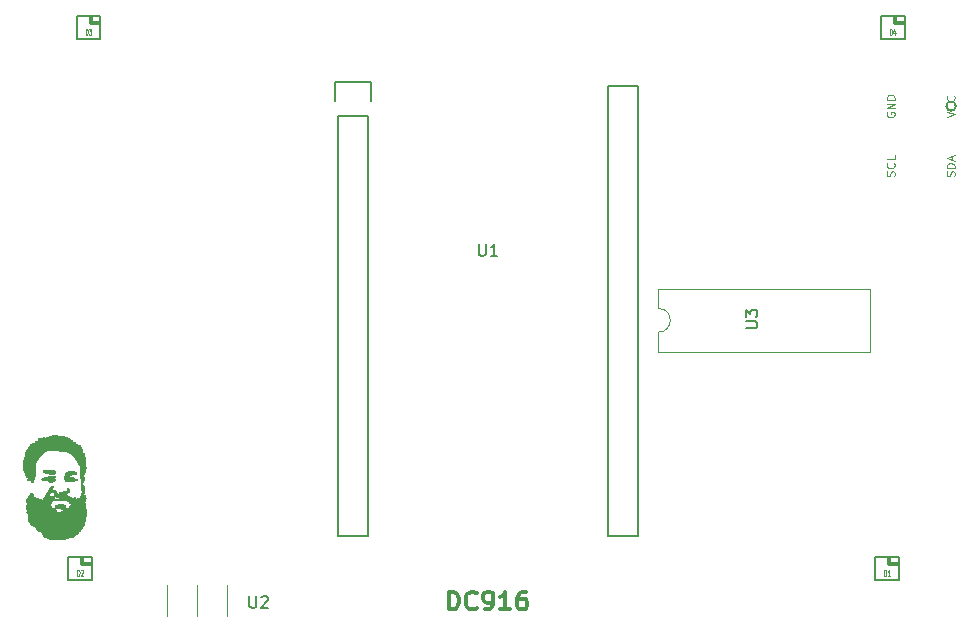
<source format=gto>
G04 #@! TF.FileFunction,Legend,Top*
%FSLAX46Y46*%
G04 Gerber Fmt 4.6, Leading zero omitted, Abs format (unit mm)*
G04 Created by KiCad (PCBNEW 4.0.7) date 07/15/18 15:36:16*
%MOMM*%
%LPD*%
G01*
G04 APERTURE LIST*
%ADD10C,0.100000*%
%ADD11C,0.300000*%
%ADD12C,0.120000*%
%ADD13C,0.150000*%
%ADD14C,0.350000*%
%ADD15C,0.010000*%
%ADD16C,0.074930*%
G04 APERTURE END LIST*
D10*
D11*
X186714287Y-100778571D02*
X186714287Y-99278571D01*
X187071430Y-99278571D01*
X187285715Y-99350000D01*
X187428573Y-99492857D01*
X187500001Y-99635714D01*
X187571430Y-99921429D01*
X187571430Y-100135714D01*
X187500001Y-100421429D01*
X187428573Y-100564286D01*
X187285715Y-100707143D01*
X187071430Y-100778571D01*
X186714287Y-100778571D01*
X189071430Y-100635714D02*
X189000001Y-100707143D01*
X188785715Y-100778571D01*
X188642858Y-100778571D01*
X188428573Y-100707143D01*
X188285715Y-100564286D01*
X188214287Y-100421429D01*
X188142858Y-100135714D01*
X188142858Y-99921429D01*
X188214287Y-99635714D01*
X188285715Y-99492857D01*
X188428573Y-99350000D01*
X188642858Y-99278571D01*
X188785715Y-99278571D01*
X189000001Y-99350000D01*
X189071430Y-99421429D01*
X189785715Y-100778571D02*
X190071430Y-100778571D01*
X190214287Y-100707143D01*
X190285715Y-100635714D01*
X190428573Y-100421429D01*
X190500001Y-100135714D01*
X190500001Y-99564286D01*
X190428573Y-99421429D01*
X190357144Y-99350000D01*
X190214287Y-99278571D01*
X189928573Y-99278571D01*
X189785715Y-99350000D01*
X189714287Y-99421429D01*
X189642858Y-99564286D01*
X189642858Y-99921429D01*
X189714287Y-100064286D01*
X189785715Y-100135714D01*
X189928573Y-100207143D01*
X190214287Y-100207143D01*
X190357144Y-100135714D01*
X190428573Y-100064286D01*
X190500001Y-99921429D01*
X191928572Y-100778571D02*
X191071429Y-100778571D01*
X191500001Y-100778571D02*
X191500001Y-99278571D01*
X191357144Y-99492857D01*
X191214286Y-99635714D01*
X191071429Y-99707143D01*
X193214286Y-99278571D02*
X192928572Y-99278571D01*
X192785715Y-99350000D01*
X192714286Y-99421429D01*
X192571429Y-99635714D01*
X192500000Y-99921429D01*
X192500000Y-100492857D01*
X192571429Y-100635714D01*
X192642857Y-100707143D01*
X192785715Y-100778571D01*
X193071429Y-100778571D01*
X193214286Y-100707143D01*
X193285715Y-100635714D01*
X193357143Y-100492857D01*
X193357143Y-100135714D01*
X193285715Y-99992857D01*
X193214286Y-99921429D01*
X193071429Y-99850000D01*
X192785715Y-99850000D01*
X192642857Y-99921429D01*
X192571429Y-99992857D01*
X192500000Y-100135714D01*
D12*
X162900000Y-98710000D02*
X162900000Y-101350000D01*
X165440000Y-98710000D02*
X165440000Y-101334000D01*
X167980000Y-98710000D02*
X167980000Y-101334000D01*
D13*
X177330000Y-58970000D02*
X177330000Y-94530000D01*
X177330000Y-94530000D02*
X179870000Y-94530000D01*
X179870000Y-94530000D02*
X179870000Y-58970000D01*
X180150000Y-56150000D02*
X180150000Y-57700000D01*
X179870000Y-58970000D02*
X177330000Y-58970000D01*
X177050000Y-57700000D02*
X177050000Y-56150000D01*
X177050000Y-56150000D02*
X180150000Y-56150000D01*
X200190000Y-94530000D02*
X202730000Y-94530000D01*
X200190000Y-56430000D02*
X200190000Y-94530000D01*
X202730000Y-56430000D02*
X200190000Y-56430000D01*
X202730000Y-94530000D02*
X202730000Y-56430000D01*
X229640000Y-58160000D02*
G75*
G03X229640000Y-58160000I-400000J0D01*
G01*
D14*
X224700000Y-96900000D02*
X224000000Y-96900000D01*
X224000000Y-96900000D02*
X224000000Y-96400000D01*
D13*
X222800000Y-96300000D02*
X224800000Y-96300000D01*
X224800000Y-96300000D02*
X224800000Y-98300000D01*
X224800000Y-98300000D02*
X222800000Y-98300000D01*
X222800000Y-98300000D02*
X222800000Y-96300000D01*
D14*
X156400000Y-96900000D02*
X155700000Y-96900000D01*
X155700000Y-96900000D02*
X155700000Y-96400000D01*
D13*
X154500000Y-96300000D02*
X156500000Y-96300000D01*
X156500000Y-96300000D02*
X156500000Y-98300000D01*
X156500000Y-98300000D02*
X154500000Y-98300000D01*
X154500000Y-98300000D02*
X154500000Y-96300000D01*
D14*
X157100000Y-51100000D02*
X156400000Y-51100000D01*
X156400000Y-51100000D02*
X156400000Y-50600000D01*
D13*
X155200000Y-50500000D02*
X157200000Y-50500000D01*
X157200000Y-50500000D02*
X157200000Y-52500000D01*
X157200000Y-52500000D02*
X155200000Y-52500000D01*
X155200000Y-52500000D02*
X155200000Y-50500000D01*
D14*
X225200000Y-51100000D02*
X224500000Y-51100000D01*
X224500000Y-51100000D02*
X224500000Y-50600000D01*
D13*
X223300000Y-50500000D02*
X225300000Y-50500000D01*
X225300000Y-50500000D02*
X225300000Y-52500000D01*
X225300000Y-52500000D02*
X223300000Y-52500000D01*
X223300000Y-52500000D02*
X223300000Y-50500000D01*
D12*
X204470000Y-75290000D02*
G75*
G02X204470000Y-77290000I0J-1000000D01*
G01*
X204470000Y-77290000D02*
X204470000Y-78940000D01*
X204470000Y-78940000D02*
X222370000Y-78940000D01*
X222370000Y-78940000D02*
X222370000Y-73640000D01*
X222370000Y-73640000D02*
X204470000Y-73640000D01*
X204470000Y-73640000D02*
X204470000Y-75290000D01*
D15*
G36*
X153150000Y-86000000D02*
X153200000Y-86000000D01*
X153200000Y-86050000D01*
X153150000Y-86050000D01*
X153150000Y-86000000D01*
X153150000Y-86000000D01*
G37*
X153150000Y-86000000D02*
X153200000Y-86000000D01*
X153200000Y-86050000D01*
X153150000Y-86050000D01*
X153150000Y-86000000D01*
G36*
X153200000Y-86000000D02*
X153250000Y-86000000D01*
X153250000Y-86050000D01*
X153200000Y-86050000D01*
X153200000Y-86000000D01*
X153200000Y-86000000D01*
G37*
X153200000Y-86000000D02*
X153250000Y-86000000D01*
X153250000Y-86050000D01*
X153200000Y-86050000D01*
X153200000Y-86000000D01*
G36*
X153250000Y-86000000D02*
X153300000Y-86000000D01*
X153300000Y-86050000D01*
X153250000Y-86050000D01*
X153250000Y-86000000D01*
X153250000Y-86000000D01*
G37*
X153250000Y-86000000D02*
X153300000Y-86000000D01*
X153300000Y-86050000D01*
X153250000Y-86050000D01*
X153250000Y-86000000D01*
G36*
X153300000Y-86000000D02*
X153350000Y-86000000D01*
X153350000Y-86050000D01*
X153300000Y-86050000D01*
X153300000Y-86000000D01*
X153300000Y-86000000D01*
G37*
X153300000Y-86000000D02*
X153350000Y-86000000D01*
X153350000Y-86050000D01*
X153300000Y-86050000D01*
X153300000Y-86000000D01*
G36*
X153400000Y-86000000D02*
X153450000Y-86000000D01*
X153450000Y-86050000D01*
X153400000Y-86050000D01*
X153400000Y-86000000D01*
X153400000Y-86000000D01*
G37*
X153400000Y-86000000D02*
X153450000Y-86000000D01*
X153450000Y-86050000D01*
X153400000Y-86050000D01*
X153400000Y-86000000D01*
G36*
X153450000Y-86000000D02*
X153500000Y-86000000D01*
X153500000Y-86050000D01*
X153450000Y-86050000D01*
X153450000Y-86000000D01*
X153450000Y-86000000D01*
G37*
X153450000Y-86000000D02*
X153500000Y-86000000D01*
X153500000Y-86050000D01*
X153450000Y-86050000D01*
X153450000Y-86000000D01*
G36*
X153500000Y-86000000D02*
X153550000Y-86000000D01*
X153550000Y-86050000D01*
X153500000Y-86050000D01*
X153500000Y-86000000D01*
X153500000Y-86000000D01*
G37*
X153500000Y-86000000D02*
X153550000Y-86000000D01*
X153550000Y-86050000D01*
X153500000Y-86050000D01*
X153500000Y-86000000D01*
G36*
X153100000Y-86050000D02*
X153150000Y-86050000D01*
X153150000Y-86100000D01*
X153100000Y-86100000D01*
X153100000Y-86050000D01*
X153100000Y-86050000D01*
G37*
X153100000Y-86050000D02*
X153150000Y-86050000D01*
X153150000Y-86100000D01*
X153100000Y-86100000D01*
X153100000Y-86050000D01*
G36*
X153150000Y-86050000D02*
X153200000Y-86050000D01*
X153200000Y-86100000D01*
X153150000Y-86100000D01*
X153150000Y-86050000D01*
X153150000Y-86050000D01*
G37*
X153150000Y-86050000D02*
X153200000Y-86050000D01*
X153200000Y-86100000D01*
X153150000Y-86100000D01*
X153150000Y-86050000D01*
G36*
X153200000Y-86050000D02*
X153250000Y-86050000D01*
X153250000Y-86100000D01*
X153200000Y-86100000D01*
X153200000Y-86050000D01*
X153200000Y-86050000D01*
G37*
X153200000Y-86050000D02*
X153250000Y-86050000D01*
X153250000Y-86100000D01*
X153200000Y-86100000D01*
X153200000Y-86050000D01*
G36*
X153250000Y-86050000D02*
X153300000Y-86050000D01*
X153300000Y-86100000D01*
X153250000Y-86100000D01*
X153250000Y-86050000D01*
X153250000Y-86050000D01*
G37*
X153250000Y-86050000D02*
X153300000Y-86050000D01*
X153300000Y-86100000D01*
X153250000Y-86100000D01*
X153250000Y-86050000D01*
G36*
X153300000Y-86050000D02*
X153350000Y-86050000D01*
X153350000Y-86100000D01*
X153300000Y-86100000D01*
X153300000Y-86050000D01*
X153300000Y-86050000D01*
G37*
X153300000Y-86050000D02*
X153350000Y-86050000D01*
X153350000Y-86100000D01*
X153300000Y-86100000D01*
X153300000Y-86050000D01*
G36*
X153350000Y-86050000D02*
X153400000Y-86050000D01*
X153400000Y-86100000D01*
X153350000Y-86100000D01*
X153350000Y-86050000D01*
X153350000Y-86050000D01*
G37*
X153350000Y-86050000D02*
X153400000Y-86050000D01*
X153400000Y-86100000D01*
X153350000Y-86100000D01*
X153350000Y-86050000D01*
G36*
X153400000Y-86050000D02*
X153450000Y-86050000D01*
X153450000Y-86100000D01*
X153400000Y-86100000D01*
X153400000Y-86050000D01*
X153400000Y-86050000D01*
G37*
X153400000Y-86050000D02*
X153450000Y-86050000D01*
X153450000Y-86100000D01*
X153400000Y-86100000D01*
X153400000Y-86050000D01*
G36*
X153450000Y-86050000D02*
X153500000Y-86050000D01*
X153500000Y-86100000D01*
X153450000Y-86100000D01*
X153450000Y-86050000D01*
X153450000Y-86050000D01*
G37*
X153450000Y-86050000D02*
X153500000Y-86050000D01*
X153500000Y-86100000D01*
X153450000Y-86100000D01*
X153450000Y-86050000D01*
G36*
X153500000Y-86050000D02*
X153550000Y-86050000D01*
X153550000Y-86100000D01*
X153500000Y-86100000D01*
X153500000Y-86050000D01*
X153500000Y-86050000D01*
G37*
X153500000Y-86050000D02*
X153550000Y-86050000D01*
X153550000Y-86100000D01*
X153500000Y-86100000D01*
X153500000Y-86050000D01*
G36*
X153550000Y-86050000D02*
X153600000Y-86050000D01*
X153600000Y-86100000D01*
X153550000Y-86100000D01*
X153550000Y-86050000D01*
X153550000Y-86050000D01*
G37*
X153550000Y-86050000D02*
X153600000Y-86050000D01*
X153600000Y-86100000D01*
X153550000Y-86100000D01*
X153550000Y-86050000D01*
G36*
X153600000Y-86050000D02*
X153650000Y-86050000D01*
X153650000Y-86100000D01*
X153600000Y-86100000D01*
X153600000Y-86050000D01*
X153600000Y-86050000D01*
G37*
X153600000Y-86050000D02*
X153650000Y-86050000D01*
X153650000Y-86100000D01*
X153600000Y-86100000D01*
X153600000Y-86050000D01*
G36*
X153650000Y-86050000D02*
X153700000Y-86050000D01*
X153700000Y-86100000D01*
X153650000Y-86100000D01*
X153650000Y-86050000D01*
X153650000Y-86050000D01*
G37*
X153650000Y-86050000D02*
X153700000Y-86050000D01*
X153700000Y-86100000D01*
X153650000Y-86100000D01*
X153650000Y-86050000D01*
G36*
X153700000Y-86050000D02*
X153750000Y-86050000D01*
X153750000Y-86100000D01*
X153700000Y-86100000D01*
X153700000Y-86050000D01*
X153700000Y-86050000D01*
G37*
X153700000Y-86050000D02*
X153750000Y-86050000D01*
X153750000Y-86100000D01*
X153700000Y-86100000D01*
X153700000Y-86050000D01*
G36*
X153750000Y-86050000D02*
X153800000Y-86050000D01*
X153800000Y-86100000D01*
X153750000Y-86100000D01*
X153750000Y-86050000D01*
X153750000Y-86050000D01*
G37*
X153750000Y-86050000D02*
X153800000Y-86050000D01*
X153800000Y-86100000D01*
X153750000Y-86100000D01*
X153750000Y-86050000D01*
G36*
X152900000Y-86100000D02*
X152950000Y-86100000D01*
X152950000Y-86150000D01*
X152900000Y-86150000D01*
X152900000Y-86100000D01*
X152900000Y-86100000D01*
G37*
X152900000Y-86100000D02*
X152950000Y-86100000D01*
X152950000Y-86150000D01*
X152900000Y-86150000D01*
X152900000Y-86100000D01*
G36*
X152950000Y-86100000D02*
X153000000Y-86100000D01*
X153000000Y-86150000D01*
X152950000Y-86150000D01*
X152950000Y-86100000D01*
X152950000Y-86100000D01*
G37*
X152950000Y-86100000D02*
X153000000Y-86100000D01*
X153000000Y-86150000D01*
X152950000Y-86150000D01*
X152950000Y-86100000D01*
G36*
X153000000Y-86100000D02*
X153050000Y-86100000D01*
X153050000Y-86150000D01*
X153000000Y-86150000D01*
X153000000Y-86100000D01*
X153000000Y-86100000D01*
G37*
X153000000Y-86100000D02*
X153050000Y-86100000D01*
X153050000Y-86150000D01*
X153000000Y-86150000D01*
X153000000Y-86100000D01*
G36*
X153050000Y-86100000D02*
X153100000Y-86100000D01*
X153100000Y-86150000D01*
X153050000Y-86150000D01*
X153050000Y-86100000D01*
X153050000Y-86100000D01*
G37*
X153050000Y-86100000D02*
X153100000Y-86100000D01*
X153100000Y-86150000D01*
X153050000Y-86150000D01*
X153050000Y-86100000D01*
G36*
X153100000Y-86100000D02*
X153150000Y-86100000D01*
X153150000Y-86150000D01*
X153100000Y-86150000D01*
X153100000Y-86100000D01*
X153100000Y-86100000D01*
G37*
X153100000Y-86100000D02*
X153150000Y-86100000D01*
X153150000Y-86150000D01*
X153100000Y-86150000D01*
X153100000Y-86100000D01*
G36*
X153150000Y-86100000D02*
X153200000Y-86100000D01*
X153200000Y-86150000D01*
X153150000Y-86150000D01*
X153150000Y-86100000D01*
X153150000Y-86100000D01*
G37*
X153150000Y-86100000D02*
X153200000Y-86100000D01*
X153200000Y-86150000D01*
X153150000Y-86150000D01*
X153150000Y-86100000D01*
G36*
X153200000Y-86100000D02*
X153250000Y-86100000D01*
X153250000Y-86150000D01*
X153200000Y-86150000D01*
X153200000Y-86100000D01*
X153200000Y-86100000D01*
G37*
X153200000Y-86100000D02*
X153250000Y-86100000D01*
X153250000Y-86150000D01*
X153200000Y-86150000D01*
X153200000Y-86100000D01*
G36*
X153250000Y-86100000D02*
X153300000Y-86100000D01*
X153300000Y-86150000D01*
X153250000Y-86150000D01*
X153250000Y-86100000D01*
X153250000Y-86100000D01*
G37*
X153250000Y-86100000D02*
X153300000Y-86100000D01*
X153300000Y-86150000D01*
X153250000Y-86150000D01*
X153250000Y-86100000D01*
G36*
X153300000Y-86100000D02*
X153350000Y-86100000D01*
X153350000Y-86150000D01*
X153300000Y-86150000D01*
X153300000Y-86100000D01*
X153300000Y-86100000D01*
G37*
X153300000Y-86100000D02*
X153350000Y-86100000D01*
X153350000Y-86150000D01*
X153300000Y-86150000D01*
X153300000Y-86100000D01*
G36*
X153350000Y-86100000D02*
X153400000Y-86100000D01*
X153400000Y-86150000D01*
X153350000Y-86150000D01*
X153350000Y-86100000D01*
X153350000Y-86100000D01*
G37*
X153350000Y-86100000D02*
X153400000Y-86100000D01*
X153400000Y-86150000D01*
X153350000Y-86150000D01*
X153350000Y-86100000D01*
G36*
X153400000Y-86100000D02*
X153450000Y-86100000D01*
X153450000Y-86150000D01*
X153400000Y-86150000D01*
X153400000Y-86100000D01*
X153400000Y-86100000D01*
G37*
X153400000Y-86100000D02*
X153450000Y-86100000D01*
X153450000Y-86150000D01*
X153400000Y-86150000D01*
X153400000Y-86100000D01*
G36*
X153450000Y-86100000D02*
X153500000Y-86100000D01*
X153500000Y-86150000D01*
X153450000Y-86150000D01*
X153450000Y-86100000D01*
X153450000Y-86100000D01*
G37*
X153450000Y-86100000D02*
X153500000Y-86100000D01*
X153500000Y-86150000D01*
X153450000Y-86150000D01*
X153450000Y-86100000D01*
G36*
X153500000Y-86100000D02*
X153550000Y-86100000D01*
X153550000Y-86150000D01*
X153500000Y-86150000D01*
X153500000Y-86100000D01*
X153500000Y-86100000D01*
G37*
X153500000Y-86100000D02*
X153550000Y-86100000D01*
X153550000Y-86150000D01*
X153500000Y-86150000D01*
X153500000Y-86100000D01*
G36*
X153550000Y-86100000D02*
X153600000Y-86100000D01*
X153600000Y-86150000D01*
X153550000Y-86150000D01*
X153550000Y-86100000D01*
X153550000Y-86100000D01*
G37*
X153550000Y-86100000D02*
X153600000Y-86100000D01*
X153600000Y-86150000D01*
X153550000Y-86150000D01*
X153550000Y-86100000D01*
G36*
X153600000Y-86100000D02*
X153650000Y-86100000D01*
X153650000Y-86150000D01*
X153600000Y-86150000D01*
X153600000Y-86100000D01*
X153600000Y-86100000D01*
G37*
X153600000Y-86100000D02*
X153650000Y-86100000D01*
X153650000Y-86150000D01*
X153600000Y-86150000D01*
X153600000Y-86100000D01*
G36*
X153650000Y-86100000D02*
X153700000Y-86100000D01*
X153700000Y-86150000D01*
X153650000Y-86150000D01*
X153650000Y-86100000D01*
X153650000Y-86100000D01*
G37*
X153650000Y-86100000D02*
X153700000Y-86100000D01*
X153700000Y-86150000D01*
X153650000Y-86150000D01*
X153650000Y-86100000D01*
G36*
X153700000Y-86100000D02*
X153750000Y-86100000D01*
X153750000Y-86150000D01*
X153700000Y-86150000D01*
X153700000Y-86100000D01*
X153700000Y-86100000D01*
G37*
X153700000Y-86100000D02*
X153750000Y-86100000D01*
X153750000Y-86150000D01*
X153700000Y-86150000D01*
X153700000Y-86100000D01*
G36*
X153750000Y-86100000D02*
X153800000Y-86100000D01*
X153800000Y-86150000D01*
X153750000Y-86150000D01*
X153750000Y-86100000D01*
X153750000Y-86100000D01*
G37*
X153750000Y-86100000D02*
X153800000Y-86100000D01*
X153800000Y-86150000D01*
X153750000Y-86150000D01*
X153750000Y-86100000D01*
G36*
X153800000Y-86100000D02*
X153850000Y-86100000D01*
X153850000Y-86150000D01*
X153800000Y-86150000D01*
X153800000Y-86100000D01*
X153800000Y-86100000D01*
G37*
X153800000Y-86100000D02*
X153850000Y-86100000D01*
X153850000Y-86150000D01*
X153800000Y-86150000D01*
X153800000Y-86100000D01*
G36*
X153850000Y-86100000D02*
X153900000Y-86100000D01*
X153900000Y-86150000D01*
X153850000Y-86150000D01*
X153850000Y-86100000D01*
X153850000Y-86100000D01*
G37*
X153850000Y-86100000D02*
X153900000Y-86100000D01*
X153900000Y-86150000D01*
X153850000Y-86150000D01*
X153850000Y-86100000D01*
G36*
X153900000Y-86100000D02*
X153950000Y-86100000D01*
X153950000Y-86150000D01*
X153900000Y-86150000D01*
X153900000Y-86100000D01*
X153900000Y-86100000D01*
G37*
X153900000Y-86100000D02*
X153950000Y-86100000D01*
X153950000Y-86150000D01*
X153900000Y-86150000D01*
X153900000Y-86100000D01*
G36*
X154050000Y-86100000D02*
X154100000Y-86100000D01*
X154100000Y-86150000D01*
X154050000Y-86150000D01*
X154050000Y-86100000D01*
X154050000Y-86100000D01*
G37*
X154050000Y-86100000D02*
X154100000Y-86100000D01*
X154100000Y-86150000D01*
X154050000Y-86150000D01*
X154050000Y-86100000D01*
G36*
X154100000Y-86100000D02*
X154150000Y-86100000D01*
X154150000Y-86150000D01*
X154100000Y-86150000D01*
X154100000Y-86100000D01*
X154100000Y-86100000D01*
G37*
X154100000Y-86100000D02*
X154150000Y-86100000D01*
X154150000Y-86150000D01*
X154100000Y-86150000D01*
X154100000Y-86100000D01*
G36*
X152850000Y-86150000D02*
X152900000Y-86150000D01*
X152900000Y-86200000D01*
X152850000Y-86200000D01*
X152850000Y-86150000D01*
X152850000Y-86150000D01*
G37*
X152850000Y-86150000D02*
X152900000Y-86150000D01*
X152900000Y-86200000D01*
X152850000Y-86200000D01*
X152850000Y-86150000D01*
G36*
X152900000Y-86150000D02*
X152950000Y-86150000D01*
X152950000Y-86200000D01*
X152900000Y-86200000D01*
X152900000Y-86150000D01*
X152900000Y-86150000D01*
G37*
X152900000Y-86150000D02*
X152950000Y-86150000D01*
X152950000Y-86200000D01*
X152900000Y-86200000D01*
X152900000Y-86150000D01*
G36*
X152950000Y-86150000D02*
X153000000Y-86150000D01*
X153000000Y-86200000D01*
X152950000Y-86200000D01*
X152950000Y-86150000D01*
X152950000Y-86150000D01*
G37*
X152950000Y-86150000D02*
X153000000Y-86150000D01*
X153000000Y-86200000D01*
X152950000Y-86200000D01*
X152950000Y-86150000D01*
G36*
X153000000Y-86150000D02*
X153050000Y-86150000D01*
X153050000Y-86200000D01*
X153000000Y-86200000D01*
X153000000Y-86150000D01*
X153000000Y-86150000D01*
G37*
X153000000Y-86150000D02*
X153050000Y-86150000D01*
X153050000Y-86200000D01*
X153000000Y-86200000D01*
X153000000Y-86150000D01*
G36*
X153050000Y-86150000D02*
X153100000Y-86150000D01*
X153100000Y-86200000D01*
X153050000Y-86200000D01*
X153050000Y-86150000D01*
X153050000Y-86150000D01*
G37*
X153050000Y-86150000D02*
X153100000Y-86150000D01*
X153100000Y-86200000D01*
X153050000Y-86200000D01*
X153050000Y-86150000D01*
G36*
X153100000Y-86150000D02*
X153150000Y-86150000D01*
X153150000Y-86200000D01*
X153100000Y-86200000D01*
X153100000Y-86150000D01*
X153100000Y-86150000D01*
G37*
X153100000Y-86150000D02*
X153150000Y-86150000D01*
X153150000Y-86200000D01*
X153100000Y-86200000D01*
X153100000Y-86150000D01*
G36*
X153150000Y-86150000D02*
X153200000Y-86150000D01*
X153200000Y-86200000D01*
X153150000Y-86200000D01*
X153150000Y-86150000D01*
X153150000Y-86150000D01*
G37*
X153150000Y-86150000D02*
X153200000Y-86150000D01*
X153200000Y-86200000D01*
X153150000Y-86200000D01*
X153150000Y-86150000D01*
G36*
X153200000Y-86150000D02*
X153250000Y-86150000D01*
X153250000Y-86200000D01*
X153200000Y-86200000D01*
X153200000Y-86150000D01*
X153200000Y-86150000D01*
G37*
X153200000Y-86150000D02*
X153250000Y-86150000D01*
X153250000Y-86200000D01*
X153200000Y-86200000D01*
X153200000Y-86150000D01*
G36*
X153250000Y-86150000D02*
X153300000Y-86150000D01*
X153300000Y-86200000D01*
X153250000Y-86200000D01*
X153250000Y-86150000D01*
X153250000Y-86150000D01*
G37*
X153250000Y-86150000D02*
X153300000Y-86150000D01*
X153300000Y-86200000D01*
X153250000Y-86200000D01*
X153250000Y-86150000D01*
G36*
X153300000Y-86150000D02*
X153350000Y-86150000D01*
X153350000Y-86200000D01*
X153300000Y-86200000D01*
X153300000Y-86150000D01*
X153300000Y-86150000D01*
G37*
X153300000Y-86150000D02*
X153350000Y-86150000D01*
X153350000Y-86200000D01*
X153300000Y-86200000D01*
X153300000Y-86150000D01*
G36*
X153350000Y-86150000D02*
X153400000Y-86150000D01*
X153400000Y-86200000D01*
X153350000Y-86200000D01*
X153350000Y-86150000D01*
X153350000Y-86150000D01*
G37*
X153350000Y-86150000D02*
X153400000Y-86150000D01*
X153400000Y-86200000D01*
X153350000Y-86200000D01*
X153350000Y-86150000D01*
G36*
X153400000Y-86150000D02*
X153450000Y-86150000D01*
X153450000Y-86200000D01*
X153400000Y-86200000D01*
X153400000Y-86150000D01*
X153400000Y-86150000D01*
G37*
X153400000Y-86150000D02*
X153450000Y-86150000D01*
X153450000Y-86200000D01*
X153400000Y-86200000D01*
X153400000Y-86150000D01*
G36*
X153450000Y-86150000D02*
X153500000Y-86150000D01*
X153500000Y-86200000D01*
X153450000Y-86200000D01*
X153450000Y-86150000D01*
X153450000Y-86150000D01*
G37*
X153450000Y-86150000D02*
X153500000Y-86150000D01*
X153500000Y-86200000D01*
X153450000Y-86200000D01*
X153450000Y-86150000D01*
G36*
X153500000Y-86150000D02*
X153550000Y-86150000D01*
X153550000Y-86200000D01*
X153500000Y-86200000D01*
X153500000Y-86150000D01*
X153500000Y-86150000D01*
G37*
X153500000Y-86150000D02*
X153550000Y-86150000D01*
X153550000Y-86200000D01*
X153500000Y-86200000D01*
X153500000Y-86150000D01*
G36*
X153550000Y-86150000D02*
X153600000Y-86150000D01*
X153600000Y-86200000D01*
X153550000Y-86200000D01*
X153550000Y-86150000D01*
X153550000Y-86150000D01*
G37*
X153550000Y-86150000D02*
X153600000Y-86150000D01*
X153600000Y-86200000D01*
X153550000Y-86200000D01*
X153550000Y-86150000D01*
G36*
X153600000Y-86150000D02*
X153650000Y-86150000D01*
X153650000Y-86200000D01*
X153600000Y-86200000D01*
X153600000Y-86150000D01*
X153600000Y-86150000D01*
G37*
X153600000Y-86150000D02*
X153650000Y-86150000D01*
X153650000Y-86200000D01*
X153600000Y-86200000D01*
X153600000Y-86150000D01*
G36*
X153650000Y-86150000D02*
X153700000Y-86150000D01*
X153700000Y-86200000D01*
X153650000Y-86200000D01*
X153650000Y-86150000D01*
X153650000Y-86150000D01*
G37*
X153650000Y-86150000D02*
X153700000Y-86150000D01*
X153700000Y-86200000D01*
X153650000Y-86200000D01*
X153650000Y-86150000D01*
G36*
X153750000Y-86150000D02*
X153800000Y-86150000D01*
X153800000Y-86200000D01*
X153750000Y-86200000D01*
X153750000Y-86150000D01*
X153750000Y-86150000D01*
G37*
X153750000Y-86150000D02*
X153800000Y-86150000D01*
X153800000Y-86200000D01*
X153750000Y-86200000D01*
X153750000Y-86150000D01*
G36*
X153800000Y-86150000D02*
X153850000Y-86150000D01*
X153850000Y-86200000D01*
X153800000Y-86200000D01*
X153800000Y-86150000D01*
X153800000Y-86150000D01*
G37*
X153800000Y-86150000D02*
X153850000Y-86150000D01*
X153850000Y-86200000D01*
X153800000Y-86200000D01*
X153800000Y-86150000D01*
G36*
X153850000Y-86150000D02*
X153900000Y-86150000D01*
X153900000Y-86200000D01*
X153850000Y-86200000D01*
X153850000Y-86150000D01*
X153850000Y-86150000D01*
G37*
X153850000Y-86150000D02*
X153900000Y-86150000D01*
X153900000Y-86200000D01*
X153850000Y-86200000D01*
X153850000Y-86150000D01*
G36*
X153900000Y-86150000D02*
X153950000Y-86150000D01*
X153950000Y-86200000D01*
X153900000Y-86200000D01*
X153900000Y-86150000D01*
X153900000Y-86150000D01*
G37*
X153900000Y-86150000D02*
X153950000Y-86150000D01*
X153950000Y-86200000D01*
X153900000Y-86200000D01*
X153900000Y-86150000D01*
G36*
X154050000Y-86150000D02*
X154100000Y-86150000D01*
X154100000Y-86200000D01*
X154050000Y-86200000D01*
X154050000Y-86150000D01*
X154050000Y-86150000D01*
G37*
X154050000Y-86150000D02*
X154100000Y-86150000D01*
X154100000Y-86200000D01*
X154050000Y-86200000D01*
X154050000Y-86150000D01*
G36*
X154100000Y-86150000D02*
X154150000Y-86150000D01*
X154150000Y-86200000D01*
X154100000Y-86200000D01*
X154100000Y-86150000D01*
X154100000Y-86150000D01*
G37*
X154100000Y-86150000D02*
X154150000Y-86150000D01*
X154150000Y-86200000D01*
X154100000Y-86200000D01*
X154100000Y-86150000D01*
G36*
X154150000Y-86150000D02*
X154200000Y-86150000D01*
X154200000Y-86200000D01*
X154150000Y-86200000D01*
X154150000Y-86150000D01*
X154150000Y-86150000D01*
G37*
X154150000Y-86150000D02*
X154200000Y-86150000D01*
X154200000Y-86200000D01*
X154150000Y-86200000D01*
X154150000Y-86150000D01*
G36*
X152350000Y-86200000D02*
X152400000Y-86200000D01*
X152400000Y-86250000D01*
X152350000Y-86250000D01*
X152350000Y-86200000D01*
X152350000Y-86200000D01*
G37*
X152350000Y-86200000D02*
X152400000Y-86200000D01*
X152400000Y-86250000D01*
X152350000Y-86250000D01*
X152350000Y-86200000D01*
G36*
X152400000Y-86200000D02*
X152450000Y-86200000D01*
X152450000Y-86250000D01*
X152400000Y-86250000D01*
X152400000Y-86200000D01*
X152400000Y-86200000D01*
G37*
X152400000Y-86200000D02*
X152450000Y-86200000D01*
X152450000Y-86250000D01*
X152400000Y-86250000D01*
X152400000Y-86200000D01*
G36*
X152650000Y-86200000D02*
X152700000Y-86200000D01*
X152700000Y-86250000D01*
X152650000Y-86250000D01*
X152650000Y-86200000D01*
X152650000Y-86200000D01*
G37*
X152650000Y-86200000D02*
X152700000Y-86200000D01*
X152700000Y-86250000D01*
X152650000Y-86250000D01*
X152650000Y-86200000D01*
G36*
X152700000Y-86200000D02*
X152750000Y-86200000D01*
X152750000Y-86250000D01*
X152700000Y-86250000D01*
X152700000Y-86200000D01*
X152700000Y-86200000D01*
G37*
X152700000Y-86200000D02*
X152750000Y-86200000D01*
X152750000Y-86250000D01*
X152700000Y-86250000D01*
X152700000Y-86200000D01*
G36*
X152750000Y-86200000D02*
X152800000Y-86200000D01*
X152800000Y-86250000D01*
X152750000Y-86250000D01*
X152750000Y-86200000D01*
X152750000Y-86200000D01*
G37*
X152750000Y-86200000D02*
X152800000Y-86200000D01*
X152800000Y-86250000D01*
X152750000Y-86250000D01*
X152750000Y-86200000D01*
G36*
X152850000Y-86200000D02*
X152900000Y-86200000D01*
X152900000Y-86250000D01*
X152850000Y-86250000D01*
X152850000Y-86200000D01*
X152850000Y-86200000D01*
G37*
X152850000Y-86200000D02*
X152900000Y-86200000D01*
X152900000Y-86250000D01*
X152850000Y-86250000D01*
X152850000Y-86200000D01*
G36*
X152900000Y-86200000D02*
X152950000Y-86200000D01*
X152950000Y-86250000D01*
X152900000Y-86250000D01*
X152900000Y-86200000D01*
X152900000Y-86200000D01*
G37*
X152900000Y-86200000D02*
X152950000Y-86200000D01*
X152950000Y-86250000D01*
X152900000Y-86250000D01*
X152900000Y-86200000D01*
G36*
X152950000Y-86200000D02*
X153000000Y-86200000D01*
X153000000Y-86250000D01*
X152950000Y-86250000D01*
X152950000Y-86200000D01*
X152950000Y-86200000D01*
G37*
X152950000Y-86200000D02*
X153000000Y-86200000D01*
X153000000Y-86250000D01*
X152950000Y-86250000D01*
X152950000Y-86200000D01*
G36*
X153000000Y-86200000D02*
X153050000Y-86200000D01*
X153050000Y-86250000D01*
X153000000Y-86250000D01*
X153000000Y-86200000D01*
X153000000Y-86200000D01*
G37*
X153000000Y-86200000D02*
X153050000Y-86200000D01*
X153050000Y-86250000D01*
X153000000Y-86250000D01*
X153000000Y-86200000D01*
G36*
X153050000Y-86200000D02*
X153100000Y-86200000D01*
X153100000Y-86250000D01*
X153050000Y-86250000D01*
X153050000Y-86200000D01*
X153050000Y-86200000D01*
G37*
X153050000Y-86200000D02*
X153100000Y-86200000D01*
X153100000Y-86250000D01*
X153050000Y-86250000D01*
X153050000Y-86200000D01*
G36*
X153100000Y-86200000D02*
X153150000Y-86200000D01*
X153150000Y-86250000D01*
X153100000Y-86250000D01*
X153100000Y-86200000D01*
X153100000Y-86200000D01*
G37*
X153100000Y-86200000D02*
X153150000Y-86200000D01*
X153150000Y-86250000D01*
X153100000Y-86250000D01*
X153100000Y-86200000D01*
G36*
X153150000Y-86200000D02*
X153200000Y-86200000D01*
X153200000Y-86250000D01*
X153150000Y-86250000D01*
X153150000Y-86200000D01*
X153150000Y-86200000D01*
G37*
X153150000Y-86200000D02*
X153200000Y-86200000D01*
X153200000Y-86250000D01*
X153150000Y-86250000D01*
X153150000Y-86200000D01*
G36*
X153200000Y-86200000D02*
X153250000Y-86200000D01*
X153250000Y-86250000D01*
X153200000Y-86250000D01*
X153200000Y-86200000D01*
X153200000Y-86200000D01*
G37*
X153200000Y-86200000D02*
X153250000Y-86200000D01*
X153250000Y-86250000D01*
X153200000Y-86250000D01*
X153200000Y-86200000D01*
G36*
X153250000Y-86200000D02*
X153300000Y-86200000D01*
X153300000Y-86250000D01*
X153250000Y-86250000D01*
X153250000Y-86200000D01*
X153250000Y-86200000D01*
G37*
X153250000Y-86200000D02*
X153300000Y-86200000D01*
X153300000Y-86250000D01*
X153250000Y-86250000D01*
X153250000Y-86200000D01*
G36*
X153300000Y-86200000D02*
X153350000Y-86200000D01*
X153350000Y-86250000D01*
X153300000Y-86250000D01*
X153300000Y-86200000D01*
X153300000Y-86200000D01*
G37*
X153300000Y-86200000D02*
X153350000Y-86200000D01*
X153350000Y-86250000D01*
X153300000Y-86250000D01*
X153300000Y-86200000D01*
G36*
X153350000Y-86200000D02*
X153400000Y-86200000D01*
X153400000Y-86250000D01*
X153350000Y-86250000D01*
X153350000Y-86200000D01*
X153350000Y-86200000D01*
G37*
X153350000Y-86200000D02*
X153400000Y-86200000D01*
X153400000Y-86250000D01*
X153350000Y-86250000D01*
X153350000Y-86200000D01*
G36*
X153400000Y-86200000D02*
X153450000Y-86200000D01*
X153450000Y-86250000D01*
X153400000Y-86250000D01*
X153400000Y-86200000D01*
X153400000Y-86200000D01*
G37*
X153400000Y-86200000D02*
X153450000Y-86200000D01*
X153450000Y-86250000D01*
X153400000Y-86250000D01*
X153400000Y-86200000D01*
G36*
X153450000Y-86200000D02*
X153500000Y-86200000D01*
X153500000Y-86250000D01*
X153450000Y-86250000D01*
X153450000Y-86200000D01*
X153450000Y-86200000D01*
G37*
X153450000Y-86200000D02*
X153500000Y-86200000D01*
X153500000Y-86250000D01*
X153450000Y-86250000D01*
X153450000Y-86200000D01*
G36*
X153500000Y-86200000D02*
X153550000Y-86200000D01*
X153550000Y-86250000D01*
X153500000Y-86250000D01*
X153500000Y-86200000D01*
X153500000Y-86200000D01*
G37*
X153500000Y-86200000D02*
X153550000Y-86200000D01*
X153550000Y-86250000D01*
X153500000Y-86250000D01*
X153500000Y-86200000D01*
G36*
X153550000Y-86200000D02*
X153600000Y-86200000D01*
X153600000Y-86250000D01*
X153550000Y-86250000D01*
X153550000Y-86200000D01*
X153550000Y-86200000D01*
G37*
X153550000Y-86200000D02*
X153600000Y-86200000D01*
X153600000Y-86250000D01*
X153550000Y-86250000D01*
X153550000Y-86200000D01*
G36*
X153600000Y-86200000D02*
X153650000Y-86200000D01*
X153650000Y-86250000D01*
X153600000Y-86250000D01*
X153600000Y-86200000D01*
X153600000Y-86200000D01*
G37*
X153600000Y-86200000D02*
X153650000Y-86200000D01*
X153650000Y-86250000D01*
X153600000Y-86250000D01*
X153600000Y-86200000D01*
G36*
X153650000Y-86200000D02*
X153700000Y-86200000D01*
X153700000Y-86250000D01*
X153650000Y-86250000D01*
X153650000Y-86200000D01*
X153650000Y-86200000D01*
G37*
X153650000Y-86200000D02*
X153700000Y-86200000D01*
X153700000Y-86250000D01*
X153650000Y-86250000D01*
X153650000Y-86200000D01*
G36*
X153700000Y-86200000D02*
X153750000Y-86200000D01*
X153750000Y-86250000D01*
X153700000Y-86250000D01*
X153700000Y-86200000D01*
X153700000Y-86200000D01*
G37*
X153700000Y-86200000D02*
X153750000Y-86200000D01*
X153750000Y-86250000D01*
X153700000Y-86250000D01*
X153700000Y-86200000D01*
G36*
X153750000Y-86200000D02*
X153800000Y-86200000D01*
X153800000Y-86250000D01*
X153750000Y-86250000D01*
X153750000Y-86200000D01*
X153750000Y-86200000D01*
G37*
X153750000Y-86200000D02*
X153800000Y-86200000D01*
X153800000Y-86250000D01*
X153750000Y-86250000D01*
X153750000Y-86200000D01*
G36*
X153800000Y-86200000D02*
X153850000Y-86200000D01*
X153850000Y-86250000D01*
X153800000Y-86250000D01*
X153800000Y-86200000D01*
X153800000Y-86200000D01*
G37*
X153800000Y-86200000D02*
X153850000Y-86200000D01*
X153850000Y-86250000D01*
X153800000Y-86250000D01*
X153800000Y-86200000D01*
G36*
X153850000Y-86200000D02*
X153900000Y-86200000D01*
X153900000Y-86250000D01*
X153850000Y-86250000D01*
X153850000Y-86200000D01*
X153850000Y-86200000D01*
G37*
X153850000Y-86200000D02*
X153900000Y-86200000D01*
X153900000Y-86250000D01*
X153850000Y-86250000D01*
X153850000Y-86200000D01*
G36*
X153900000Y-86200000D02*
X153950000Y-86200000D01*
X153950000Y-86250000D01*
X153900000Y-86250000D01*
X153900000Y-86200000D01*
X153900000Y-86200000D01*
G37*
X153900000Y-86200000D02*
X153950000Y-86200000D01*
X153950000Y-86250000D01*
X153900000Y-86250000D01*
X153900000Y-86200000D01*
G36*
X153950000Y-86200000D02*
X154000000Y-86200000D01*
X154000000Y-86250000D01*
X153950000Y-86250000D01*
X153950000Y-86200000D01*
X153950000Y-86200000D01*
G37*
X153950000Y-86200000D02*
X154000000Y-86200000D01*
X154000000Y-86250000D01*
X153950000Y-86250000D01*
X153950000Y-86200000D01*
G36*
X154000000Y-86200000D02*
X154050000Y-86200000D01*
X154050000Y-86250000D01*
X154000000Y-86250000D01*
X154000000Y-86200000D01*
X154000000Y-86200000D01*
G37*
X154000000Y-86200000D02*
X154050000Y-86200000D01*
X154050000Y-86250000D01*
X154000000Y-86250000D01*
X154000000Y-86200000D01*
G36*
X154100000Y-86200000D02*
X154150000Y-86200000D01*
X154150000Y-86250000D01*
X154100000Y-86250000D01*
X154100000Y-86200000D01*
X154100000Y-86200000D01*
G37*
X154100000Y-86200000D02*
X154150000Y-86200000D01*
X154150000Y-86250000D01*
X154100000Y-86250000D01*
X154100000Y-86200000D01*
G36*
X154150000Y-86200000D02*
X154200000Y-86200000D01*
X154200000Y-86250000D01*
X154150000Y-86250000D01*
X154150000Y-86200000D01*
X154150000Y-86200000D01*
G37*
X154150000Y-86200000D02*
X154200000Y-86200000D01*
X154200000Y-86250000D01*
X154150000Y-86250000D01*
X154150000Y-86200000D01*
G36*
X154200000Y-86200000D02*
X154250000Y-86200000D01*
X154250000Y-86250000D01*
X154200000Y-86250000D01*
X154200000Y-86200000D01*
X154200000Y-86200000D01*
G37*
X154200000Y-86200000D02*
X154250000Y-86200000D01*
X154250000Y-86250000D01*
X154200000Y-86250000D01*
X154200000Y-86200000D01*
G36*
X154250000Y-86200000D02*
X154300000Y-86200000D01*
X154300000Y-86250000D01*
X154250000Y-86250000D01*
X154250000Y-86200000D01*
X154250000Y-86200000D01*
G37*
X154250000Y-86200000D02*
X154300000Y-86200000D01*
X154300000Y-86250000D01*
X154250000Y-86250000D01*
X154250000Y-86200000D01*
G36*
X154300000Y-86200000D02*
X154350000Y-86200000D01*
X154350000Y-86250000D01*
X154300000Y-86250000D01*
X154300000Y-86200000D01*
X154300000Y-86200000D01*
G37*
X154300000Y-86200000D02*
X154350000Y-86200000D01*
X154350000Y-86250000D01*
X154300000Y-86250000D01*
X154300000Y-86200000D01*
G36*
X152150000Y-86250000D02*
X152200000Y-86250000D01*
X152200000Y-86300000D01*
X152150000Y-86300000D01*
X152150000Y-86250000D01*
X152150000Y-86250000D01*
G37*
X152150000Y-86250000D02*
X152200000Y-86250000D01*
X152200000Y-86300000D01*
X152150000Y-86300000D01*
X152150000Y-86250000D01*
G36*
X152300000Y-86250000D02*
X152350000Y-86250000D01*
X152350000Y-86300000D01*
X152300000Y-86300000D01*
X152300000Y-86250000D01*
X152300000Y-86250000D01*
G37*
X152300000Y-86250000D02*
X152350000Y-86250000D01*
X152350000Y-86300000D01*
X152300000Y-86300000D01*
X152300000Y-86250000D01*
G36*
X152350000Y-86250000D02*
X152400000Y-86250000D01*
X152400000Y-86300000D01*
X152350000Y-86300000D01*
X152350000Y-86250000D01*
X152350000Y-86250000D01*
G37*
X152350000Y-86250000D02*
X152400000Y-86250000D01*
X152400000Y-86300000D01*
X152350000Y-86300000D01*
X152350000Y-86250000D01*
G36*
X152400000Y-86250000D02*
X152450000Y-86250000D01*
X152450000Y-86300000D01*
X152400000Y-86300000D01*
X152400000Y-86250000D01*
X152400000Y-86250000D01*
G37*
X152400000Y-86250000D02*
X152450000Y-86250000D01*
X152450000Y-86300000D01*
X152400000Y-86300000D01*
X152400000Y-86250000D01*
G36*
X152450000Y-86250000D02*
X152500000Y-86250000D01*
X152500000Y-86300000D01*
X152450000Y-86300000D01*
X152450000Y-86250000D01*
X152450000Y-86250000D01*
G37*
X152450000Y-86250000D02*
X152500000Y-86250000D01*
X152500000Y-86300000D01*
X152450000Y-86300000D01*
X152450000Y-86250000D01*
G36*
X152550000Y-86250000D02*
X152600000Y-86250000D01*
X152600000Y-86300000D01*
X152550000Y-86300000D01*
X152550000Y-86250000D01*
X152550000Y-86250000D01*
G37*
X152550000Y-86250000D02*
X152600000Y-86250000D01*
X152600000Y-86300000D01*
X152550000Y-86300000D01*
X152550000Y-86250000D01*
G36*
X152600000Y-86250000D02*
X152650000Y-86250000D01*
X152650000Y-86300000D01*
X152600000Y-86300000D01*
X152600000Y-86250000D01*
X152600000Y-86250000D01*
G37*
X152600000Y-86250000D02*
X152650000Y-86250000D01*
X152650000Y-86300000D01*
X152600000Y-86300000D01*
X152600000Y-86250000D01*
G36*
X152650000Y-86250000D02*
X152700000Y-86250000D01*
X152700000Y-86300000D01*
X152650000Y-86300000D01*
X152650000Y-86250000D01*
X152650000Y-86250000D01*
G37*
X152650000Y-86250000D02*
X152700000Y-86250000D01*
X152700000Y-86300000D01*
X152650000Y-86300000D01*
X152650000Y-86250000D01*
G36*
X152700000Y-86250000D02*
X152750000Y-86250000D01*
X152750000Y-86300000D01*
X152700000Y-86300000D01*
X152700000Y-86250000D01*
X152700000Y-86250000D01*
G37*
X152700000Y-86250000D02*
X152750000Y-86250000D01*
X152750000Y-86300000D01*
X152700000Y-86300000D01*
X152700000Y-86250000D01*
G36*
X152750000Y-86250000D02*
X152800000Y-86250000D01*
X152800000Y-86300000D01*
X152750000Y-86300000D01*
X152750000Y-86250000D01*
X152750000Y-86250000D01*
G37*
X152750000Y-86250000D02*
X152800000Y-86250000D01*
X152800000Y-86300000D01*
X152750000Y-86300000D01*
X152750000Y-86250000D01*
G36*
X152800000Y-86250000D02*
X152850000Y-86250000D01*
X152850000Y-86300000D01*
X152800000Y-86300000D01*
X152800000Y-86250000D01*
X152800000Y-86250000D01*
G37*
X152800000Y-86250000D02*
X152850000Y-86250000D01*
X152850000Y-86300000D01*
X152800000Y-86300000D01*
X152800000Y-86250000D01*
G36*
X152850000Y-86250000D02*
X152900000Y-86250000D01*
X152900000Y-86300000D01*
X152850000Y-86300000D01*
X152850000Y-86250000D01*
X152850000Y-86250000D01*
G37*
X152850000Y-86250000D02*
X152900000Y-86250000D01*
X152900000Y-86300000D01*
X152850000Y-86300000D01*
X152850000Y-86250000D01*
G36*
X152900000Y-86250000D02*
X152950000Y-86250000D01*
X152950000Y-86300000D01*
X152900000Y-86300000D01*
X152900000Y-86250000D01*
X152900000Y-86250000D01*
G37*
X152900000Y-86250000D02*
X152950000Y-86250000D01*
X152950000Y-86300000D01*
X152900000Y-86300000D01*
X152900000Y-86250000D01*
G36*
X152950000Y-86250000D02*
X153000000Y-86250000D01*
X153000000Y-86300000D01*
X152950000Y-86300000D01*
X152950000Y-86250000D01*
X152950000Y-86250000D01*
G37*
X152950000Y-86250000D02*
X153000000Y-86250000D01*
X153000000Y-86300000D01*
X152950000Y-86300000D01*
X152950000Y-86250000D01*
G36*
X153000000Y-86250000D02*
X153050000Y-86250000D01*
X153050000Y-86300000D01*
X153000000Y-86300000D01*
X153000000Y-86250000D01*
X153000000Y-86250000D01*
G37*
X153000000Y-86250000D02*
X153050000Y-86250000D01*
X153050000Y-86300000D01*
X153000000Y-86300000D01*
X153000000Y-86250000D01*
G36*
X153050000Y-86250000D02*
X153100000Y-86250000D01*
X153100000Y-86300000D01*
X153050000Y-86300000D01*
X153050000Y-86250000D01*
X153050000Y-86250000D01*
G37*
X153050000Y-86250000D02*
X153100000Y-86250000D01*
X153100000Y-86300000D01*
X153050000Y-86300000D01*
X153050000Y-86250000D01*
G36*
X153100000Y-86250000D02*
X153150000Y-86250000D01*
X153150000Y-86300000D01*
X153100000Y-86300000D01*
X153100000Y-86250000D01*
X153100000Y-86250000D01*
G37*
X153100000Y-86250000D02*
X153150000Y-86250000D01*
X153150000Y-86300000D01*
X153100000Y-86300000D01*
X153100000Y-86250000D01*
G36*
X153150000Y-86250000D02*
X153200000Y-86250000D01*
X153200000Y-86300000D01*
X153150000Y-86300000D01*
X153150000Y-86250000D01*
X153150000Y-86250000D01*
G37*
X153150000Y-86250000D02*
X153200000Y-86250000D01*
X153200000Y-86300000D01*
X153150000Y-86300000D01*
X153150000Y-86250000D01*
G36*
X153200000Y-86250000D02*
X153250000Y-86250000D01*
X153250000Y-86300000D01*
X153200000Y-86300000D01*
X153200000Y-86250000D01*
X153200000Y-86250000D01*
G37*
X153200000Y-86250000D02*
X153250000Y-86250000D01*
X153250000Y-86300000D01*
X153200000Y-86300000D01*
X153200000Y-86250000D01*
G36*
X153250000Y-86250000D02*
X153300000Y-86250000D01*
X153300000Y-86300000D01*
X153250000Y-86300000D01*
X153250000Y-86250000D01*
X153250000Y-86250000D01*
G37*
X153250000Y-86250000D02*
X153300000Y-86250000D01*
X153300000Y-86300000D01*
X153250000Y-86300000D01*
X153250000Y-86250000D01*
G36*
X153300000Y-86250000D02*
X153350000Y-86250000D01*
X153350000Y-86300000D01*
X153300000Y-86300000D01*
X153300000Y-86250000D01*
X153300000Y-86250000D01*
G37*
X153300000Y-86250000D02*
X153350000Y-86250000D01*
X153350000Y-86300000D01*
X153300000Y-86300000D01*
X153300000Y-86250000D01*
G36*
X153350000Y-86250000D02*
X153400000Y-86250000D01*
X153400000Y-86300000D01*
X153350000Y-86300000D01*
X153350000Y-86250000D01*
X153350000Y-86250000D01*
G37*
X153350000Y-86250000D02*
X153400000Y-86250000D01*
X153400000Y-86300000D01*
X153350000Y-86300000D01*
X153350000Y-86250000D01*
G36*
X153400000Y-86250000D02*
X153450000Y-86250000D01*
X153450000Y-86300000D01*
X153400000Y-86300000D01*
X153400000Y-86250000D01*
X153400000Y-86250000D01*
G37*
X153400000Y-86250000D02*
X153450000Y-86250000D01*
X153450000Y-86300000D01*
X153400000Y-86300000D01*
X153400000Y-86250000D01*
G36*
X153450000Y-86250000D02*
X153500000Y-86250000D01*
X153500000Y-86300000D01*
X153450000Y-86300000D01*
X153450000Y-86250000D01*
X153450000Y-86250000D01*
G37*
X153450000Y-86250000D02*
X153500000Y-86250000D01*
X153500000Y-86300000D01*
X153450000Y-86300000D01*
X153450000Y-86250000D01*
G36*
X153500000Y-86250000D02*
X153550000Y-86250000D01*
X153550000Y-86300000D01*
X153500000Y-86300000D01*
X153500000Y-86250000D01*
X153500000Y-86250000D01*
G37*
X153500000Y-86250000D02*
X153550000Y-86250000D01*
X153550000Y-86300000D01*
X153500000Y-86300000D01*
X153500000Y-86250000D01*
G36*
X153550000Y-86250000D02*
X153600000Y-86250000D01*
X153600000Y-86300000D01*
X153550000Y-86300000D01*
X153550000Y-86250000D01*
X153550000Y-86250000D01*
G37*
X153550000Y-86250000D02*
X153600000Y-86250000D01*
X153600000Y-86300000D01*
X153550000Y-86300000D01*
X153550000Y-86250000D01*
G36*
X153600000Y-86250000D02*
X153650000Y-86250000D01*
X153650000Y-86300000D01*
X153600000Y-86300000D01*
X153600000Y-86250000D01*
X153600000Y-86250000D01*
G37*
X153600000Y-86250000D02*
X153650000Y-86250000D01*
X153650000Y-86300000D01*
X153600000Y-86300000D01*
X153600000Y-86250000D01*
G36*
X153650000Y-86250000D02*
X153700000Y-86250000D01*
X153700000Y-86300000D01*
X153650000Y-86300000D01*
X153650000Y-86250000D01*
X153650000Y-86250000D01*
G37*
X153650000Y-86250000D02*
X153700000Y-86250000D01*
X153700000Y-86300000D01*
X153650000Y-86300000D01*
X153650000Y-86250000D01*
G36*
X153700000Y-86250000D02*
X153750000Y-86250000D01*
X153750000Y-86300000D01*
X153700000Y-86300000D01*
X153700000Y-86250000D01*
X153700000Y-86250000D01*
G37*
X153700000Y-86250000D02*
X153750000Y-86250000D01*
X153750000Y-86300000D01*
X153700000Y-86300000D01*
X153700000Y-86250000D01*
G36*
X153750000Y-86250000D02*
X153800000Y-86250000D01*
X153800000Y-86300000D01*
X153750000Y-86300000D01*
X153750000Y-86250000D01*
X153750000Y-86250000D01*
G37*
X153750000Y-86250000D02*
X153800000Y-86250000D01*
X153800000Y-86300000D01*
X153750000Y-86300000D01*
X153750000Y-86250000D01*
G36*
X153800000Y-86250000D02*
X153850000Y-86250000D01*
X153850000Y-86300000D01*
X153800000Y-86300000D01*
X153800000Y-86250000D01*
X153800000Y-86250000D01*
G37*
X153800000Y-86250000D02*
X153850000Y-86250000D01*
X153850000Y-86300000D01*
X153800000Y-86300000D01*
X153800000Y-86250000D01*
G36*
X153850000Y-86250000D02*
X153900000Y-86250000D01*
X153900000Y-86300000D01*
X153850000Y-86300000D01*
X153850000Y-86250000D01*
X153850000Y-86250000D01*
G37*
X153850000Y-86250000D02*
X153900000Y-86250000D01*
X153900000Y-86300000D01*
X153850000Y-86300000D01*
X153850000Y-86250000D01*
G36*
X153900000Y-86250000D02*
X153950000Y-86250000D01*
X153950000Y-86300000D01*
X153900000Y-86300000D01*
X153900000Y-86250000D01*
X153900000Y-86250000D01*
G37*
X153900000Y-86250000D02*
X153950000Y-86250000D01*
X153950000Y-86300000D01*
X153900000Y-86300000D01*
X153900000Y-86250000D01*
G36*
X153950000Y-86250000D02*
X154000000Y-86250000D01*
X154000000Y-86300000D01*
X153950000Y-86300000D01*
X153950000Y-86250000D01*
X153950000Y-86250000D01*
G37*
X153950000Y-86250000D02*
X154000000Y-86250000D01*
X154000000Y-86300000D01*
X153950000Y-86300000D01*
X153950000Y-86250000D01*
G36*
X154000000Y-86250000D02*
X154050000Y-86250000D01*
X154050000Y-86300000D01*
X154000000Y-86300000D01*
X154000000Y-86250000D01*
X154000000Y-86250000D01*
G37*
X154000000Y-86250000D02*
X154050000Y-86250000D01*
X154050000Y-86300000D01*
X154000000Y-86300000D01*
X154000000Y-86250000D01*
G36*
X154050000Y-86250000D02*
X154100000Y-86250000D01*
X154100000Y-86300000D01*
X154050000Y-86300000D01*
X154050000Y-86250000D01*
X154050000Y-86250000D01*
G37*
X154050000Y-86250000D02*
X154100000Y-86250000D01*
X154100000Y-86300000D01*
X154050000Y-86300000D01*
X154050000Y-86250000D01*
G36*
X154100000Y-86250000D02*
X154150000Y-86250000D01*
X154150000Y-86300000D01*
X154100000Y-86300000D01*
X154100000Y-86250000D01*
X154100000Y-86250000D01*
G37*
X154100000Y-86250000D02*
X154150000Y-86250000D01*
X154150000Y-86300000D01*
X154100000Y-86300000D01*
X154100000Y-86250000D01*
G36*
X154150000Y-86250000D02*
X154200000Y-86250000D01*
X154200000Y-86300000D01*
X154150000Y-86300000D01*
X154150000Y-86250000D01*
X154150000Y-86250000D01*
G37*
X154150000Y-86250000D02*
X154200000Y-86250000D01*
X154200000Y-86300000D01*
X154150000Y-86300000D01*
X154150000Y-86250000D01*
G36*
X154200000Y-86250000D02*
X154250000Y-86250000D01*
X154250000Y-86300000D01*
X154200000Y-86300000D01*
X154200000Y-86250000D01*
X154200000Y-86250000D01*
G37*
X154200000Y-86250000D02*
X154250000Y-86250000D01*
X154250000Y-86300000D01*
X154200000Y-86300000D01*
X154200000Y-86250000D01*
G36*
X154250000Y-86250000D02*
X154300000Y-86250000D01*
X154300000Y-86300000D01*
X154250000Y-86300000D01*
X154250000Y-86250000D01*
X154250000Y-86250000D01*
G37*
X154250000Y-86250000D02*
X154300000Y-86250000D01*
X154300000Y-86300000D01*
X154250000Y-86300000D01*
X154250000Y-86250000D01*
G36*
X154300000Y-86250000D02*
X154350000Y-86250000D01*
X154350000Y-86300000D01*
X154300000Y-86300000D01*
X154300000Y-86250000D01*
X154300000Y-86250000D01*
G37*
X154300000Y-86250000D02*
X154350000Y-86250000D01*
X154350000Y-86300000D01*
X154300000Y-86300000D01*
X154300000Y-86250000D01*
G36*
X154350000Y-86250000D02*
X154400000Y-86250000D01*
X154400000Y-86300000D01*
X154350000Y-86300000D01*
X154350000Y-86250000D01*
X154350000Y-86250000D01*
G37*
X154350000Y-86250000D02*
X154400000Y-86250000D01*
X154400000Y-86300000D01*
X154350000Y-86300000D01*
X154350000Y-86250000D01*
G36*
X154400000Y-86250000D02*
X154450000Y-86250000D01*
X154450000Y-86300000D01*
X154400000Y-86300000D01*
X154400000Y-86250000D01*
X154400000Y-86250000D01*
G37*
X154400000Y-86250000D02*
X154450000Y-86250000D01*
X154450000Y-86300000D01*
X154400000Y-86300000D01*
X154400000Y-86250000D01*
G36*
X154450000Y-86250000D02*
X154500000Y-86250000D01*
X154500000Y-86300000D01*
X154450000Y-86300000D01*
X154450000Y-86250000D01*
X154450000Y-86250000D01*
G37*
X154450000Y-86250000D02*
X154500000Y-86250000D01*
X154500000Y-86300000D01*
X154450000Y-86300000D01*
X154450000Y-86250000D01*
G36*
X154500000Y-86250000D02*
X154550000Y-86250000D01*
X154550000Y-86300000D01*
X154500000Y-86300000D01*
X154500000Y-86250000D01*
X154500000Y-86250000D01*
G37*
X154500000Y-86250000D02*
X154550000Y-86250000D01*
X154550000Y-86300000D01*
X154500000Y-86300000D01*
X154500000Y-86250000D01*
G36*
X151900000Y-86300000D02*
X151950000Y-86300000D01*
X151950000Y-86350000D01*
X151900000Y-86350000D01*
X151900000Y-86300000D01*
X151900000Y-86300000D01*
G37*
X151900000Y-86300000D02*
X151950000Y-86300000D01*
X151950000Y-86350000D01*
X151900000Y-86350000D01*
X151900000Y-86300000D01*
G36*
X151950000Y-86300000D02*
X152000000Y-86300000D01*
X152000000Y-86350000D01*
X151950000Y-86350000D01*
X151950000Y-86300000D01*
X151950000Y-86300000D01*
G37*
X151950000Y-86300000D02*
X152000000Y-86300000D01*
X152000000Y-86350000D01*
X151950000Y-86350000D01*
X151950000Y-86300000D01*
G36*
X152000000Y-86300000D02*
X152050000Y-86300000D01*
X152050000Y-86350000D01*
X152000000Y-86350000D01*
X152000000Y-86300000D01*
X152000000Y-86300000D01*
G37*
X152000000Y-86300000D02*
X152050000Y-86300000D01*
X152050000Y-86350000D01*
X152000000Y-86350000D01*
X152000000Y-86300000D01*
G36*
X152100000Y-86300000D02*
X152150000Y-86300000D01*
X152150000Y-86350000D01*
X152100000Y-86350000D01*
X152100000Y-86300000D01*
X152100000Y-86300000D01*
G37*
X152100000Y-86300000D02*
X152150000Y-86300000D01*
X152150000Y-86350000D01*
X152100000Y-86350000D01*
X152100000Y-86300000D01*
G36*
X152150000Y-86300000D02*
X152200000Y-86300000D01*
X152200000Y-86350000D01*
X152150000Y-86350000D01*
X152150000Y-86300000D01*
X152150000Y-86300000D01*
G37*
X152150000Y-86300000D02*
X152200000Y-86300000D01*
X152200000Y-86350000D01*
X152150000Y-86350000D01*
X152150000Y-86300000D01*
G36*
X152300000Y-86300000D02*
X152350000Y-86300000D01*
X152350000Y-86350000D01*
X152300000Y-86350000D01*
X152300000Y-86300000D01*
X152300000Y-86300000D01*
G37*
X152300000Y-86300000D02*
X152350000Y-86300000D01*
X152350000Y-86350000D01*
X152300000Y-86350000D01*
X152300000Y-86300000D01*
G36*
X152350000Y-86300000D02*
X152400000Y-86300000D01*
X152400000Y-86350000D01*
X152350000Y-86350000D01*
X152350000Y-86300000D01*
X152350000Y-86300000D01*
G37*
X152350000Y-86300000D02*
X152400000Y-86300000D01*
X152400000Y-86350000D01*
X152350000Y-86350000D01*
X152350000Y-86300000D01*
G36*
X152400000Y-86300000D02*
X152450000Y-86300000D01*
X152450000Y-86350000D01*
X152400000Y-86350000D01*
X152400000Y-86300000D01*
X152400000Y-86300000D01*
G37*
X152400000Y-86300000D02*
X152450000Y-86300000D01*
X152450000Y-86350000D01*
X152400000Y-86350000D01*
X152400000Y-86300000D01*
G36*
X152450000Y-86300000D02*
X152500000Y-86300000D01*
X152500000Y-86350000D01*
X152450000Y-86350000D01*
X152450000Y-86300000D01*
X152450000Y-86300000D01*
G37*
X152450000Y-86300000D02*
X152500000Y-86300000D01*
X152500000Y-86350000D01*
X152450000Y-86350000D01*
X152450000Y-86300000D01*
G36*
X152500000Y-86300000D02*
X152550000Y-86300000D01*
X152550000Y-86350000D01*
X152500000Y-86350000D01*
X152500000Y-86300000D01*
X152500000Y-86300000D01*
G37*
X152500000Y-86300000D02*
X152550000Y-86300000D01*
X152550000Y-86350000D01*
X152500000Y-86350000D01*
X152500000Y-86300000D01*
G36*
X152550000Y-86300000D02*
X152600000Y-86300000D01*
X152600000Y-86350000D01*
X152550000Y-86350000D01*
X152550000Y-86300000D01*
X152550000Y-86300000D01*
G37*
X152550000Y-86300000D02*
X152600000Y-86300000D01*
X152600000Y-86350000D01*
X152550000Y-86350000D01*
X152550000Y-86300000D01*
G36*
X152600000Y-86300000D02*
X152650000Y-86300000D01*
X152650000Y-86350000D01*
X152600000Y-86350000D01*
X152600000Y-86300000D01*
X152600000Y-86300000D01*
G37*
X152600000Y-86300000D02*
X152650000Y-86300000D01*
X152650000Y-86350000D01*
X152600000Y-86350000D01*
X152600000Y-86300000D01*
G36*
X152650000Y-86300000D02*
X152700000Y-86300000D01*
X152700000Y-86350000D01*
X152650000Y-86350000D01*
X152650000Y-86300000D01*
X152650000Y-86300000D01*
G37*
X152650000Y-86300000D02*
X152700000Y-86300000D01*
X152700000Y-86350000D01*
X152650000Y-86350000D01*
X152650000Y-86300000D01*
G36*
X152700000Y-86300000D02*
X152750000Y-86300000D01*
X152750000Y-86350000D01*
X152700000Y-86350000D01*
X152700000Y-86300000D01*
X152700000Y-86300000D01*
G37*
X152700000Y-86300000D02*
X152750000Y-86300000D01*
X152750000Y-86350000D01*
X152700000Y-86350000D01*
X152700000Y-86300000D01*
G36*
X152750000Y-86300000D02*
X152800000Y-86300000D01*
X152800000Y-86350000D01*
X152750000Y-86350000D01*
X152750000Y-86300000D01*
X152750000Y-86300000D01*
G37*
X152750000Y-86300000D02*
X152800000Y-86300000D01*
X152800000Y-86350000D01*
X152750000Y-86350000D01*
X152750000Y-86300000D01*
G36*
X152800000Y-86300000D02*
X152850000Y-86300000D01*
X152850000Y-86350000D01*
X152800000Y-86350000D01*
X152800000Y-86300000D01*
X152800000Y-86300000D01*
G37*
X152800000Y-86300000D02*
X152850000Y-86300000D01*
X152850000Y-86350000D01*
X152800000Y-86350000D01*
X152800000Y-86300000D01*
G36*
X152850000Y-86300000D02*
X152900000Y-86300000D01*
X152900000Y-86350000D01*
X152850000Y-86350000D01*
X152850000Y-86300000D01*
X152850000Y-86300000D01*
G37*
X152850000Y-86300000D02*
X152900000Y-86300000D01*
X152900000Y-86350000D01*
X152850000Y-86350000D01*
X152850000Y-86300000D01*
G36*
X152900000Y-86300000D02*
X152950000Y-86300000D01*
X152950000Y-86350000D01*
X152900000Y-86350000D01*
X152900000Y-86300000D01*
X152900000Y-86300000D01*
G37*
X152900000Y-86300000D02*
X152950000Y-86300000D01*
X152950000Y-86350000D01*
X152900000Y-86350000D01*
X152900000Y-86300000D01*
G36*
X152950000Y-86300000D02*
X153000000Y-86300000D01*
X153000000Y-86350000D01*
X152950000Y-86350000D01*
X152950000Y-86300000D01*
X152950000Y-86300000D01*
G37*
X152950000Y-86300000D02*
X153000000Y-86300000D01*
X153000000Y-86350000D01*
X152950000Y-86350000D01*
X152950000Y-86300000D01*
G36*
X153000000Y-86300000D02*
X153050000Y-86300000D01*
X153050000Y-86350000D01*
X153000000Y-86350000D01*
X153000000Y-86300000D01*
X153000000Y-86300000D01*
G37*
X153000000Y-86300000D02*
X153050000Y-86300000D01*
X153050000Y-86350000D01*
X153000000Y-86350000D01*
X153000000Y-86300000D01*
G36*
X153050000Y-86300000D02*
X153100000Y-86300000D01*
X153100000Y-86350000D01*
X153050000Y-86350000D01*
X153050000Y-86300000D01*
X153050000Y-86300000D01*
G37*
X153050000Y-86300000D02*
X153100000Y-86300000D01*
X153100000Y-86350000D01*
X153050000Y-86350000D01*
X153050000Y-86300000D01*
G36*
X153100000Y-86300000D02*
X153150000Y-86300000D01*
X153150000Y-86350000D01*
X153100000Y-86350000D01*
X153100000Y-86300000D01*
X153100000Y-86300000D01*
G37*
X153100000Y-86300000D02*
X153150000Y-86300000D01*
X153150000Y-86350000D01*
X153100000Y-86350000D01*
X153100000Y-86300000D01*
G36*
X153150000Y-86300000D02*
X153200000Y-86300000D01*
X153200000Y-86350000D01*
X153150000Y-86350000D01*
X153150000Y-86300000D01*
X153150000Y-86300000D01*
G37*
X153150000Y-86300000D02*
X153200000Y-86300000D01*
X153200000Y-86350000D01*
X153150000Y-86350000D01*
X153150000Y-86300000D01*
G36*
X153200000Y-86300000D02*
X153250000Y-86300000D01*
X153250000Y-86350000D01*
X153200000Y-86350000D01*
X153200000Y-86300000D01*
X153200000Y-86300000D01*
G37*
X153200000Y-86300000D02*
X153250000Y-86300000D01*
X153250000Y-86350000D01*
X153200000Y-86350000D01*
X153200000Y-86300000D01*
G36*
X153250000Y-86300000D02*
X153300000Y-86300000D01*
X153300000Y-86350000D01*
X153250000Y-86350000D01*
X153250000Y-86300000D01*
X153250000Y-86300000D01*
G37*
X153250000Y-86300000D02*
X153300000Y-86300000D01*
X153300000Y-86350000D01*
X153250000Y-86350000D01*
X153250000Y-86300000D01*
G36*
X153300000Y-86300000D02*
X153350000Y-86300000D01*
X153350000Y-86350000D01*
X153300000Y-86350000D01*
X153300000Y-86300000D01*
X153300000Y-86300000D01*
G37*
X153300000Y-86300000D02*
X153350000Y-86300000D01*
X153350000Y-86350000D01*
X153300000Y-86350000D01*
X153300000Y-86300000D01*
G36*
X153350000Y-86300000D02*
X153400000Y-86300000D01*
X153400000Y-86350000D01*
X153350000Y-86350000D01*
X153350000Y-86300000D01*
X153350000Y-86300000D01*
G37*
X153350000Y-86300000D02*
X153400000Y-86300000D01*
X153400000Y-86350000D01*
X153350000Y-86350000D01*
X153350000Y-86300000D01*
G36*
X153400000Y-86300000D02*
X153450000Y-86300000D01*
X153450000Y-86350000D01*
X153400000Y-86350000D01*
X153400000Y-86300000D01*
X153400000Y-86300000D01*
G37*
X153400000Y-86300000D02*
X153450000Y-86300000D01*
X153450000Y-86350000D01*
X153400000Y-86350000D01*
X153400000Y-86300000D01*
G36*
X153450000Y-86300000D02*
X153500000Y-86300000D01*
X153500000Y-86350000D01*
X153450000Y-86350000D01*
X153450000Y-86300000D01*
X153450000Y-86300000D01*
G37*
X153450000Y-86300000D02*
X153500000Y-86300000D01*
X153500000Y-86350000D01*
X153450000Y-86350000D01*
X153450000Y-86300000D01*
G36*
X153500000Y-86300000D02*
X153550000Y-86300000D01*
X153550000Y-86350000D01*
X153500000Y-86350000D01*
X153500000Y-86300000D01*
X153500000Y-86300000D01*
G37*
X153500000Y-86300000D02*
X153550000Y-86300000D01*
X153550000Y-86350000D01*
X153500000Y-86350000D01*
X153500000Y-86300000D01*
G36*
X153550000Y-86300000D02*
X153600000Y-86300000D01*
X153600000Y-86350000D01*
X153550000Y-86350000D01*
X153550000Y-86300000D01*
X153550000Y-86300000D01*
G37*
X153550000Y-86300000D02*
X153600000Y-86300000D01*
X153600000Y-86350000D01*
X153550000Y-86350000D01*
X153550000Y-86300000D01*
G36*
X153600000Y-86300000D02*
X153650000Y-86300000D01*
X153650000Y-86350000D01*
X153600000Y-86350000D01*
X153600000Y-86300000D01*
X153600000Y-86300000D01*
G37*
X153600000Y-86300000D02*
X153650000Y-86300000D01*
X153650000Y-86350000D01*
X153600000Y-86350000D01*
X153600000Y-86300000D01*
G36*
X153650000Y-86300000D02*
X153700000Y-86300000D01*
X153700000Y-86350000D01*
X153650000Y-86350000D01*
X153650000Y-86300000D01*
X153650000Y-86300000D01*
G37*
X153650000Y-86300000D02*
X153700000Y-86300000D01*
X153700000Y-86350000D01*
X153650000Y-86350000D01*
X153650000Y-86300000D01*
G36*
X153700000Y-86300000D02*
X153750000Y-86300000D01*
X153750000Y-86350000D01*
X153700000Y-86350000D01*
X153700000Y-86300000D01*
X153700000Y-86300000D01*
G37*
X153700000Y-86300000D02*
X153750000Y-86300000D01*
X153750000Y-86350000D01*
X153700000Y-86350000D01*
X153700000Y-86300000D01*
G36*
X153750000Y-86300000D02*
X153800000Y-86300000D01*
X153800000Y-86350000D01*
X153750000Y-86350000D01*
X153750000Y-86300000D01*
X153750000Y-86300000D01*
G37*
X153750000Y-86300000D02*
X153800000Y-86300000D01*
X153800000Y-86350000D01*
X153750000Y-86350000D01*
X153750000Y-86300000D01*
G36*
X153800000Y-86300000D02*
X153850000Y-86300000D01*
X153850000Y-86350000D01*
X153800000Y-86350000D01*
X153800000Y-86300000D01*
X153800000Y-86300000D01*
G37*
X153800000Y-86300000D02*
X153850000Y-86300000D01*
X153850000Y-86350000D01*
X153800000Y-86350000D01*
X153800000Y-86300000D01*
G36*
X153850000Y-86300000D02*
X153900000Y-86300000D01*
X153900000Y-86350000D01*
X153850000Y-86350000D01*
X153850000Y-86300000D01*
X153850000Y-86300000D01*
G37*
X153850000Y-86300000D02*
X153900000Y-86300000D01*
X153900000Y-86350000D01*
X153850000Y-86350000D01*
X153850000Y-86300000D01*
G36*
X153900000Y-86300000D02*
X153950000Y-86300000D01*
X153950000Y-86350000D01*
X153900000Y-86350000D01*
X153900000Y-86300000D01*
X153900000Y-86300000D01*
G37*
X153900000Y-86300000D02*
X153950000Y-86300000D01*
X153950000Y-86350000D01*
X153900000Y-86350000D01*
X153900000Y-86300000D01*
G36*
X153950000Y-86300000D02*
X154000000Y-86300000D01*
X154000000Y-86350000D01*
X153950000Y-86350000D01*
X153950000Y-86300000D01*
X153950000Y-86300000D01*
G37*
X153950000Y-86300000D02*
X154000000Y-86300000D01*
X154000000Y-86350000D01*
X153950000Y-86350000D01*
X153950000Y-86300000D01*
G36*
X154000000Y-86300000D02*
X154050000Y-86300000D01*
X154050000Y-86350000D01*
X154000000Y-86350000D01*
X154000000Y-86300000D01*
X154000000Y-86300000D01*
G37*
X154000000Y-86300000D02*
X154050000Y-86300000D01*
X154050000Y-86350000D01*
X154000000Y-86350000D01*
X154000000Y-86300000D01*
G36*
X154050000Y-86300000D02*
X154100000Y-86300000D01*
X154100000Y-86350000D01*
X154050000Y-86350000D01*
X154050000Y-86300000D01*
X154050000Y-86300000D01*
G37*
X154050000Y-86300000D02*
X154100000Y-86300000D01*
X154100000Y-86350000D01*
X154050000Y-86350000D01*
X154050000Y-86300000D01*
G36*
X154100000Y-86300000D02*
X154150000Y-86300000D01*
X154150000Y-86350000D01*
X154100000Y-86350000D01*
X154100000Y-86300000D01*
X154100000Y-86300000D01*
G37*
X154100000Y-86300000D02*
X154150000Y-86300000D01*
X154150000Y-86350000D01*
X154100000Y-86350000D01*
X154100000Y-86300000D01*
G36*
X154150000Y-86300000D02*
X154200000Y-86300000D01*
X154200000Y-86350000D01*
X154150000Y-86350000D01*
X154150000Y-86300000D01*
X154150000Y-86300000D01*
G37*
X154150000Y-86300000D02*
X154200000Y-86300000D01*
X154200000Y-86350000D01*
X154150000Y-86350000D01*
X154150000Y-86300000D01*
G36*
X154200000Y-86300000D02*
X154250000Y-86300000D01*
X154250000Y-86350000D01*
X154200000Y-86350000D01*
X154200000Y-86300000D01*
X154200000Y-86300000D01*
G37*
X154200000Y-86300000D02*
X154250000Y-86300000D01*
X154250000Y-86350000D01*
X154200000Y-86350000D01*
X154200000Y-86300000D01*
G36*
X154250000Y-86300000D02*
X154300000Y-86300000D01*
X154300000Y-86350000D01*
X154250000Y-86350000D01*
X154250000Y-86300000D01*
X154250000Y-86300000D01*
G37*
X154250000Y-86300000D02*
X154300000Y-86300000D01*
X154300000Y-86350000D01*
X154250000Y-86350000D01*
X154250000Y-86300000D01*
G36*
X154300000Y-86300000D02*
X154350000Y-86300000D01*
X154350000Y-86350000D01*
X154300000Y-86350000D01*
X154300000Y-86300000D01*
X154300000Y-86300000D01*
G37*
X154300000Y-86300000D02*
X154350000Y-86300000D01*
X154350000Y-86350000D01*
X154300000Y-86350000D01*
X154300000Y-86300000D01*
G36*
X154350000Y-86300000D02*
X154400000Y-86300000D01*
X154400000Y-86350000D01*
X154350000Y-86350000D01*
X154350000Y-86300000D01*
X154350000Y-86300000D01*
G37*
X154350000Y-86300000D02*
X154400000Y-86300000D01*
X154400000Y-86350000D01*
X154350000Y-86350000D01*
X154350000Y-86300000D01*
G36*
X154400000Y-86300000D02*
X154450000Y-86300000D01*
X154450000Y-86350000D01*
X154400000Y-86350000D01*
X154400000Y-86300000D01*
X154400000Y-86300000D01*
G37*
X154400000Y-86300000D02*
X154450000Y-86300000D01*
X154450000Y-86350000D01*
X154400000Y-86350000D01*
X154400000Y-86300000D01*
G36*
X154450000Y-86300000D02*
X154500000Y-86300000D01*
X154500000Y-86350000D01*
X154450000Y-86350000D01*
X154450000Y-86300000D01*
X154450000Y-86300000D01*
G37*
X154450000Y-86300000D02*
X154500000Y-86300000D01*
X154500000Y-86350000D01*
X154450000Y-86350000D01*
X154450000Y-86300000D01*
G36*
X154500000Y-86300000D02*
X154550000Y-86300000D01*
X154550000Y-86350000D01*
X154500000Y-86350000D01*
X154500000Y-86300000D01*
X154500000Y-86300000D01*
G37*
X154500000Y-86300000D02*
X154550000Y-86300000D01*
X154550000Y-86350000D01*
X154500000Y-86350000D01*
X154500000Y-86300000D01*
G36*
X151900000Y-86350000D02*
X151950000Y-86350000D01*
X151950000Y-86400000D01*
X151900000Y-86400000D01*
X151900000Y-86350000D01*
X151900000Y-86350000D01*
G37*
X151900000Y-86350000D02*
X151950000Y-86350000D01*
X151950000Y-86400000D01*
X151900000Y-86400000D01*
X151900000Y-86350000D01*
G36*
X151950000Y-86350000D02*
X152000000Y-86350000D01*
X152000000Y-86400000D01*
X151950000Y-86400000D01*
X151950000Y-86350000D01*
X151950000Y-86350000D01*
G37*
X151950000Y-86350000D02*
X152000000Y-86350000D01*
X152000000Y-86400000D01*
X151950000Y-86400000D01*
X151950000Y-86350000D01*
G36*
X152000000Y-86350000D02*
X152050000Y-86350000D01*
X152050000Y-86400000D01*
X152000000Y-86400000D01*
X152000000Y-86350000D01*
X152000000Y-86350000D01*
G37*
X152000000Y-86350000D02*
X152050000Y-86350000D01*
X152050000Y-86400000D01*
X152000000Y-86400000D01*
X152000000Y-86350000D01*
G36*
X152050000Y-86350000D02*
X152100000Y-86350000D01*
X152100000Y-86400000D01*
X152050000Y-86400000D01*
X152050000Y-86350000D01*
X152050000Y-86350000D01*
G37*
X152050000Y-86350000D02*
X152100000Y-86350000D01*
X152100000Y-86400000D01*
X152050000Y-86400000D01*
X152050000Y-86350000D01*
G36*
X152100000Y-86350000D02*
X152150000Y-86350000D01*
X152150000Y-86400000D01*
X152100000Y-86400000D01*
X152100000Y-86350000D01*
X152100000Y-86350000D01*
G37*
X152100000Y-86350000D02*
X152150000Y-86350000D01*
X152150000Y-86400000D01*
X152100000Y-86400000D01*
X152100000Y-86350000D01*
G36*
X152150000Y-86350000D02*
X152200000Y-86350000D01*
X152200000Y-86400000D01*
X152150000Y-86400000D01*
X152150000Y-86350000D01*
X152150000Y-86350000D01*
G37*
X152150000Y-86350000D02*
X152200000Y-86350000D01*
X152200000Y-86400000D01*
X152150000Y-86400000D01*
X152150000Y-86350000D01*
G36*
X152200000Y-86350000D02*
X152250000Y-86350000D01*
X152250000Y-86400000D01*
X152200000Y-86400000D01*
X152200000Y-86350000D01*
X152200000Y-86350000D01*
G37*
X152200000Y-86350000D02*
X152250000Y-86350000D01*
X152250000Y-86400000D01*
X152200000Y-86400000D01*
X152200000Y-86350000D01*
G36*
X152250000Y-86350000D02*
X152300000Y-86350000D01*
X152300000Y-86400000D01*
X152250000Y-86400000D01*
X152250000Y-86350000D01*
X152250000Y-86350000D01*
G37*
X152250000Y-86350000D02*
X152300000Y-86350000D01*
X152300000Y-86400000D01*
X152250000Y-86400000D01*
X152250000Y-86350000D01*
G36*
X152300000Y-86350000D02*
X152350000Y-86350000D01*
X152350000Y-86400000D01*
X152300000Y-86400000D01*
X152300000Y-86350000D01*
X152300000Y-86350000D01*
G37*
X152300000Y-86350000D02*
X152350000Y-86350000D01*
X152350000Y-86400000D01*
X152300000Y-86400000D01*
X152300000Y-86350000D01*
G36*
X152350000Y-86350000D02*
X152400000Y-86350000D01*
X152400000Y-86400000D01*
X152350000Y-86400000D01*
X152350000Y-86350000D01*
X152350000Y-86350000D01*
G37*
X152350000Y-86350000D02*
X152400000Y-86350000D01*
X152400000Y-86400000D01*
X152350000Y-86400000D01*
X152350000Y-86350000D01*
G36*
X152400000Y-86350000D02*
X152450000Y-86350000D01*
X152450000Y-86400000D01*
X152400000Y-86400000D01*
X152400000Y-86350000D01*
X152400000Y-86350000D01*
G37*
X152400000Y-86350000D02*
X152450000Y-86350000D01*
X152450000Y-86400000D01*
X152400000Y-86400000D01*
X152400000Y-86350000D01*
G36*
X152450000Y-86350000D02*
X152500000Y-86350000D01*
X152500000Y-86400000D01*
X152450000Y-86400000D01*
X152450000Y-86350000D01*
X152450000Y-86350000D01*
G37*
X152450000Y-86350000D02*
X152500000Y-86350000D01*
X152500000Y-86400000D01*
X152450000Y-86400000D01*
X152450000Y-86350000D01*
G36*
X152500000Y-86350000D02*
X152550000Y-86350000D01*
X152550000Y-86400000D01*
X152500000Y-86400000D01*
X152500000Y-86350000D01*
X152500000Y-86350000D01*
G37*
X152500000Y-86350000D02*
X152550000Y-86350000D01*
X152550000Y-86400000D01*
X152500000Y-86400000D01*
X152500000Y-86350000D01*
G36*
X152550000Y-86350000D02*
X152600000Y-86350000D01*
X152600000Y-86400000D01*
X152550000Y-86400000D01*
X152550000Y-86350000D01*
X152550000Y-86350000D01*
G37*
X152550000Y-86350000D02*
X152600000Y-86350000D01*
X152600000Y-86400000D01*
X152550000Y-86400000D01*
X152550000Y-86350000D01*
G36*
X152600000Y-86350000D02*
X152650000Y-86350000D01*
X152650000Y-86400000D01*
X152600000Y-86400000D01*
X152600000Y-86350000D01*
X152600000Y-86350000D01*
G37*
X152600000Y-86350000D02*
X152650000Y-86350000D01*
X152650000Y-86400000D01*
X152600000Y-86400000D01*
X152600000Y-86350000D01*
G36*
X152650000Y-86350000D02*
X152700000Y-86350000D01*
X152700000Y-86400000D01*
X152650000Y-86400000D01*
X152650000Y-86350000D01*
X152650000Y-86350000D01*
G37*
X152650000Y-86350000D02*
X152700000Y-86350000D01*
X152700000Y-86400000D01*
X152650000Y-86400000D01*
X152650000Y-86350000D01*
G36*
X152700000Y-86350000D02*
X152750000Y-86350000D01*
X152750000Y-86400000D01*
X152700000Y-86400000D01*
X152700000Y-86350000D01*
X152700000Y-86350000D01*
G37*
X152700000Y-86350000D02*
X152750000Y-86350000D01*
X152750000Y-86400000D01*
X152700000Y-86400000D01*
X152700000Y-86350000D01*
G36*
X152750000Y-86350000D02*
X152800000Y-86350000D01*
X152800000Y-86400000D01*
X152750000Y-86400000D01*
X152750000Y-86350000D01*
X152750000Y-86350000D01*
G37*
X152750000Y-86350000D02*
X152800000Y-86350000D01*
X152800000Y-86400000D01*
X152750000Y-86400000D01*
X152750000Y-86350000D01*
G36*
X152800000Y-86350000D02*
X152850000Y-86350000D01*
X152850000Y-86400000D01*
X152800000Y-86400000D01*
X152800000Y-86350000D01*
X152800000Y-86350000D01*
G37*
X152800000Y-86350000D02*
X152850000Y-86350000D01*
X152850000Y-86400000D01*
X152800000Y-86400000D01*
X152800000Y-86350000D01*
G36*
X152850000Y-86350000D02*
X152900000Y-86350000D01*
X152900000Y-86400000D01*
X152850000Y-86400000D01*
X152850000Y-86350000D01*
X152850000Y-86350000D01*
G37*
X152850000Y-86350000D02*
X152900000Y-86350000D01*
X152900000Y-86400000D01*
X152850000Y-86400000D01*
X152850000Y-86350000D01*
G36*
X152900000Y-86350000D02*
X152950000Y-86350000D01*
X152950000Y-86400000D01*
X152900000Y-86400000D01*
X152900000Y-86350000D01*
X152900000Y-86350000D01*
G37*
X152900000Y-86350000D02*
X152950000Y-86350000D01*
X152950000Y-86400000D01*
X152900000Y-86400000D01*
X152900000Y-86350000D01*
G36*
X152950000Y-86350000D02*
X153000000Y-86350000D01*
X153000000Y-86400000D01*
X152950000Y-86400000D01*
X152950000Y-86350000D01*
X152950000Y-86350000D01*
G37*
X152950000Y-86350000D02*
X153000000Y-86350000D01*
X153000000Y-86400000D01*
X152950000Y-86400000D01*
X152950000Y-86350000D01*
G36*
X153000000Y-86350000D02*
X153050000Y-86350000D01*
X153050000Y-86400000D01*
X153000000Y-86400000D01*
X153000000Y-86350000D01*
X153000000Y-86350000D01*
G37*
X153000000Y-86350000D02*
X153050000Y-86350000D01*
X153050000Y-86400000D01*
X153000000Y-86400000D01*
X153000000Y-86350000D01*
G36*
X153050000Y-86350000D02*
X153100000Y-86350000D01*
X153100000Y-86400000D01*
X153050000Y-86400000D01*
X153050000Y-86350000D01*
X153050000Y-86350000D01*
G37*
X153050000Y-86350000D02*
X153100000Y-86350000D01*
X153100000Y-86400000D01*
X153050000Y-86400000D01*
X153050000Y-86350000D01*
G36*
X153100000Y-86350000D02*
X153150000Y-86350000D01*
X153150000Y-86400000D01*
X153100000Y-86400000D01*
X153100000Y-86350000D01*
X153100000Y-86350000D01*
G37*
X153100000Y-86350000D02*
X153150000Y-86350000D01*
X153150000Y-86400000D01*
X153100000Y-86400000D01*
X153100000Y-86350000D01*
G36*
X153150000Y-86350000D02*
X153200000Y-86350000D01*
X153200000Y-86400000D01*
X153150000Y-86400000D01*
X153150000Y-86350000D01*
X153150000Y-86350000D01*
G37*
X153150000Y-86350000D02*
X153200000Y-86350000D01*
X153200000Y-86400000D01*
X153150000Y-86400000D01*
X153150000Y-86350000D01*
G36*
X153200000Y-86350000D02*
X153250000Y-86350000D01*
X153250000Y-86400000D01*
X153200000Y-86400000D01*
X153200000Y-86350000D01*
X153200000Y-86350000D01*
G37*
X153200000Y-86350000D02*
X153250000Y-86350000D01*
X153250000Y-86400000D01*
X153200000Y-86400000D01*
X153200000Y-86350000D01*
G36*
X153250000Y-86350000D02*
X153300000Y-86350000D01*
X153300000Y-86400000D01*
X153250000Y-86400000D01*
X153250000Y-86350000D01*
X153250000Y-86350000D01*
G37*
X153250000Y-86350000D02*
X153300000Y-86350000D01*
X153300000Y-86400000D01*
X153250000Y-86400000D01*
X153250000Y-86350000D01*
G36*
X153300000Y-86350000D02*
X153350000Y-86350000D01*
X153350000Y-86400000D01*
X153300000Y-86400000D01*
X153300000Y-86350000D01*
X153300000Y-86350000D01*
G37*
X153300000Y-86350000D02*
X153350000Y-86350000D01*
X153350000Y-86400000D01*
X153300000Y-86400000D01*
X153300000Y-86350000D01*
G36*
X153350000Y-86350000D02*
X153400000Y-86350000D01*
X153400000Y-86400000D01*
X153350000Y-86400000D01*
X153350000Y-86350000D01*
X153350000Y-86350000D01*
G37*
X153350000Y-86350000D02*
X153400000Y-86350000D01*
X153400000Y-86400000D01*
X153350000Y-86400000D01*
X153350000Y-86350000D01*
G36*
X153400000Y-86350000D02*
X153450000Y-86350000D01*
X153450000Y-86400000D01*
X153400000Y-86400000D01*
X153400000Y-86350000D01*
X153400000Y-86350000D01*
G37*
X153400000Y-86350000D02*
X153450000Y-86350000D01*
X153450000Y-86400000D01*
X153400000Y-86400000D01*
X153400000Y-86350000D01*
G36*
X153450000Y-86350000D02*
X153500000Y-86350000D01*
X153500000Y-86400000D01*
X153450000Y-86400000D01*
X153450000Y-86350000D01*
X153450000Y-86350000D01*
G37*
X153450000Y-86350000D02*
X153500000Y-86350000D01*
X153500000Y-86400000D01*
X153450000Y-86400000D01*
X153450000Y-86350000D01*
G36*
X153500000Y-86350000D02*
X153550000Y-86350000D01*
X153550000Y-86400000D01*
X153500000Y-86400000D01*
X153500000Y-86350000D01*
X153500000Y-86350000D01*
G37*
X153500000Y-86350000D02*
X153550000Y-86350000D01*
X153550000Y-86400000D01*
X153500000Y-86400000D01*
X153500000Y-86350000D01*
G36*
X153550000Y-86350000D02*
X153600000Y-86350000D01*
X153600000Y-86400000D01*
X153550000Y-86400000D01*
X153550000Y-86350000D01*
X153550000Y-86350000D01*
G37*
X153550000Y-86350000D02*
X153600000Y-86350000D01*
X153600000Y-86400000D01*
X153550000Y-86400000D01*
X153550000Y-86350000D01*
G36*
X153600000Y-86350000D02*
X153650000Y-86350000D01*
X153650000Y-86400000D01*
X153600000Y-86400000D01*
X153600000Y-86350000D01*
X153600000Y-86350000D01*
G37*
X153600000Y-86350000D02*
X153650000Y-86350000D01*
X153650000Y-86400000D01*
X153600000Y-86400000D01*
X153600000Y-86350000D01*
G36*
X153650000Y-86350000D02*
X153700000Y-86350000D01*
X153700000Y-86400000D01*
X153650000Y-86400000D01*
X153650000Y-86350000D01*
X153650000Y-86350000D01*
G37*
X153650000Y-86350000D02*
X153700000Y-86350000D01*
X153700000Y-86400000D01*
X153650000Y-86400000D01*
X153650000Y-86350000D01*
G36*
X153700000Y-86350000D02*
X153750000Y-86350000D01*
X153750000Y-86400000D01*
X153700000Y-86400000D01*
X153700000Y-86350000D01*
X153700000Y-86350000D01*
G37*
X153700000Y-86350000D02*
X153750000Y-86350000D01*
X153750000Y-86400000D01*
X153700000Y-86400000D01*
X153700000Y-86350000D01*
G36*
X153750000Y-86350000D02*
X153800000Y-86350000D01*
X153800000Y-86400000D01*
X153750000Y-86400000D01*
X153750000Y-86350000D01*
X153750000Y-86350000D01*
G37*
X153750000Y-86350000D02*
X153800000Y-86350000D01*
X153800000Y-86400000D01*
X153750000Y-86400000D01*
X153750000Y-86350000D01*
G36*
X153800000Y-86350000D02*
X153850000Y-86350000D01*
X153850000Y-86400000D01*
X153800000Y-86400000D01*
X153800000Y-86350000D01*
X153800000Y-86350000D01*
G37*
X153800000Y-86350000D02*
X153850000Y-86350000D01*
X153850000Y-86400000D01*
X153800000Y-86400000D01*
X153800000Y-86350000D01*
G36*
X153850000Y-86350000D02*
X153900000Y-86350000D01*
X153900000Y-86400000D01*
X153850000Y-86400000D01*
X153850000Y-86350000D01*
X153850000Y-86350000D01*
G37*
X153850000Y-86350000D02*
X153900000Y-86350000D01*
X153900000Y-86400000D01*
X153850000Y-86400000D01*
X153850000Y-86350000D01*
G36*
X153900000Y-86350000D02*
X153950000Y-86350000D01*
X153950000Y-86400000D01*
X153900000Y-86400000D01*
X153900000Y-86350000D01*
X153900000Y-86350000D01*
G37*
X153900000Y-86350000D02*
X153950000Y-86350000D01*
X153950000Y-86400000D01*
X153900000Y-86400000D01*
X153900000Y-86350000D01*
G36*
X153950000Y-86350000D02*
X154000000Y-86350000D01*
X154000000Y-86400000D01*
X153950000Y-86400000D01*
X153950000Y-86350000D01*
X153950000Y-86350000D01*
G37*
X153950000Y-86350000D02*
X154000000Y-86350000D01*
X154000000Y-86400000D01*
X153950000Y-86400000D01*
X153950000Y-86350000D01*
G36*
X154000000Y-86350000D02*
X154050000Y-86350000D01*
X154050000Y-86400000D01*
X154000000Y-86400000D01*
X154000000Y-86350000D01*
X154000000Y-86350000D01*
G37*
X154000000Y-86350000D02*
X154050000Y-86350000D01*
X154050000Y-86400000D01*
X154000000Y-86400000D01*
X154000000Y-86350000D01*
G36*
X154050000Y-86350000D02*
X154100000Y-86350000D01*
X154100000Y-86400000D01*
X154050000Y-86400000D01*
X154050000Y-86350000D01*
X154050000Y-86350000D01*
G37*
X154050000Y-86350000D02*
X154100000Y-86350000D01*
X154100000Y-86400000D01*
X154050000Y-86400000D01*
X154050000Y-86350000D01*
G36*
X154100000Y-86350000D02*
X154150000Y-86350000D01*
X154150000Y-86400000D01*
X154100000Y-86400000D01*
X154100000Y-86350000D01*
X154100000Y-86350000D01*
G37*
X154100000Y-86350000D02*
X154150000Y-86350000D01*
X154150000Y-86400000D01*
X154100000Y-86400000D01*
X154100000Y-86350000D01*
G36*
X154150000Y-86350000D02*
X154200000Y-86350000D01*
X154200000Y-86400000D01*
X154150000Y-86400000D01*
X154150000Y-86350000D01*
X154150000Y-86350000D01*
G37*
X154150000Y-86350000D02*
X154200000Y-86350000D01*
X154200000Y-86400000D01*
X154150000Y-86400000D01*
X154150000Y-86350000D01*
G36*
X154200000Y-86350000D02*
X154250000Y-86350000D01*
X154250000Y-86400000D01*
X154200000Y-86400000D01*
X154200000Y-86350000D01*
X154200000Y-86350000D01*
G37*
X154200000Y-86350000D02*
X154250000Y-86350000D01*
X154250000Y-86400000D01*
X154200000Y-86400000D01*
X154200000Y-86350000D01*
G36*
X154250000Y-86350000D02*
X154300000Y-86350000D01*
X154300000Y-86400000D01*
X154250000Y-86400000D01*
X154250000Y-86350000D01*
X154250000Y-86350000D01*
G37*
X154250000Y-86350000D02*
X154300000Y-86350000D01*
X154300000Y-86400000D01*
X154250000Y-86400000D01*
X154250000Y-86350000D01*
G36*
X154300000Y-86350000D02*
X154350000Y-86350000D01*
X154350000Y-86400000D01*
X154300000Y-86400000D01*
X154300000Y-86350000D01*
X154300000Y-86350000D01*
G37*
X154300000Y-86350000D02*
X154350000Y-86350000D01*
X154350000Y-86400000D01*
X154300000Y-86400000D01*
X154300000Y-86350000D01*
G36*
X154350000Y-86350000D02*
X154400000Y-86350000D01*
X154400000Y-86400000D01*
X154350000Y-86400000D01*
X154350000Y-86350000D01*
X154350000Y-86350000D01*
G37*
X154350000Y-86350000D02*
X154400000Y-86350000D01*
X154400000Y-86400000D01*
X154350000Y-86400000D01*
X154350000Y-86350000D01*
G36*
X154400000Y-86350000D02*
X154450000Y-86350000D01*
X154450000Y-86400000D01*
X154400000Y-86400000D01*
X154400000Y-86350000D01*
X154400000Y-86350000D01*
G37*
X154400000Y-86350000D02*
X154450000Y-86350000D01*
X154450000Y-86400000D01*
X154400000Y-86400000D01*
X154400000Y-86350000D01*
G36*
X154450000Y-86350000D02*
X154500000Y-86350000D01*
X154500000Y-86400000D01*
X154450000Y-86400000D01*
X154450000Y-86350000D01*
X154450000Y-86350000D01*
G37*
X154450000Y-86350000D02*
X154500000Y-86350000D01*
X154500000Y-86400000D01*
X154450000Y-86400000D01*
X154450000Y-86350000D01*
G36*
X154500000Y-86350000D02*
X154550000Y-86350000D01*
X154550000Y-86400000D01*
X154500000Y-86400000D01*
X154500000Y-86350000D01*
X154500000Y-86350000D01*
G37*
X154500000Y-86350000D02*
X154550000Y-86350000D01*
X154550000Y-86400000D01*
X154500000Y-86400000D01*
X154500000Y-86350000D01*
G36*
X154550000Y-86350000D02*
X154600000Y-86350000D01*
X154600000Y-86400000D01*
X154550000Y-86400000D01*
X154550000Y-86350000D01*
X154550000Y-86350000D01*
G37*
X154550000Y-86350000D02*
X154600000Y-86350000D01*
X154600000Y-86400000D01*
X154550000Y-86400000D01*
X154550000Y-86350000D01*
G36*
X154600000Y-86350000D02*
X154650000Y-86350000D01*
X154650000Y-86400000D01*
X154600000Y-86400000D01*
X154600000Y-86350000D01*
X154600000Y-86350000D01*
G37*
X154600000Y-86350000D02*
X154650000Y-86350000D01*
X154650000Y-86400000D01*
X154600000Y-86400000D01*
X154600000Y-86350000D01*
G36*
X151900000Y-86400000D02*
X151950000Y-86400000D01*
X151950000Y-86450000D01*
X151900000Y-86450000D01*
X151900000Y-86400000D01*
X151900000Y-86400000D01*
G37*
X151900000Y-86400000D02*
X151950000Y-86400000D01*
X151950000Y-86450000D01*
X151900000Y-86450000D01*
X151900000Y-86400000D01*
G36*
X151950000Y-86400000D02*
X152000000Y-86400000D01*
X152000000Y-86450000D01*
X151950000Y-86450000D01*
X151950000Y-86400000D01*
X151950000Y-86400000D01*
G37*
X151950000Y-86400000D02*
X152000000Y-86400000D01*
X152000000Y-86450000D01*
X151950000Y-86450000D01*
X151950000Y-86400000D01*
G36*
X152000000Y-86400000D02*
X152050000Y-86400000D01*
X152050000Y-86450000D01*
X152000000Y-86450000D01*
X152000000Y-86400000D01*
X152000000Y-86400000D01*
G37*
X152000000Y-86400000D02*
X152050000Y-86400000D01*
X152050000Y-86450000D01*
X152000000Y-86450000D01*
X152000000Y-86400000D01*
G36*
X152050000Y-86400000D02*
X152100000Y-86400000D01*
X152100000Y-86450000D01*
X152050000Y-86450000D01*
X152050000Y-86400000D01*
X152050000Y-86400000D01*
G37*
X152050000Y-86400000D02*
X152100000Y-86400000D01*
X152100000Y-86450000D01*
X152050000Y-86450000D01*
X152050000Y-86400000D01*
G36*
X152100000Y-86400000D02*
X152150000Y-86400000D01*
X152150000Y-86450000D01*
X152100000Y-86450000D01*
X152100000Y-86400000D01*
X152100000Y-86400000D01*
G37*
X152100000Y-86400000D02*
X152150000Y-86400000D01*
X152150000Y-86450000D01*
X152100000Y-86450000D01*
X152100000Y-86400000D01*
G36*
X152150000Y-86400000D02*
X152200000Y-86400000D01*
X152200000Y-86450000D01*
X152150000Y-86450000D01*
X152150000Y-86400000D01*
X152150000Y-86400000D01*
G37*
X152150000Y-86400000D02*
X152200000Y-86400000D01*
X152200000Y-86450000D01*
X152150000Y-86450000D01*
X152150000Y-86400000D01*
G36*
X152200000Y-86400000D02*
X152250000Y-86400000D01*
X152250000Y-86450000D01*
X152200000Y-86450000D01*
X152200000Y-86400000D01*
X152200000Y-86400000D01*
G37*
X152200000Y-86400000D02*
X152250000Y-86400000D01*
X152250000Y-86450000D01*
X152200000Y-86450000D01*
X152200000Y-86400000D01*
G36*
X152250000Y-86400000D02*
X152300000Y-86400000D01*
X152300000Y-86450000D01*
X152250000Y-86450000D01*
X152250000Y-86400000D01*
X152250000Y-86400000D01*
G37*
X152250000Y-86400000D02*
X152300000Y-86400000D01*
X152300000Y-86450000D01*
X152250000Y-86450000D01*
X152250000Y-86400000D01*
G36*
X152300000Y-86400000D02*
X152350000Y-86400000D01*
X152350000Y-86450000D01*
X152300000Y-86450000D01*
X152300000Y-86400000D01*
X152300000Y-86400000D01*
G37*
X152300000Y-86400000D02*
X152350000Y-86400000D01*
X152350000Y-86450000D01*
X152300000Y-86450000D01*
X152300000Y-86400000D01*
G36*
X152350000Y-86400000D02*
X152400000Y-86400000D01*
X152400000Y-86450000D01*
X152350000Y-86450000D01*
X152350000Y-86400000D01*
X152350000Y-86400000D01*
G37*
X152350000Y-86400000D02*
X152400000Y-86400000D01*
X152400000Y-86450000D01*
X152350000Y-86450000D01*
X152350000Y-86400000D01*
G36*
X152400000Y-86400000D02*
X152450000Y-86400000D01*
X152450000Y-86450000D01*
X152400000Y-86450000D01*
X152400000Y-86400000D01*
X152400000Y-86400000D01*
G37*
X152400000Y-86400000D02*
X152450000Y-86400000D01*
X152450000Y-86450000D01*
X152400000Y-86450000D01*
X152400000Y-86400000D01*
G36*
X152450000Y-86400000D02*
X152500000Y-86400000D01*
X152500000Y-86450000D01*
X152450000Y-86450000D01*
X152450000Y-86400000D01*
X152450000Y-86400000D01*
G37*
X152450000Y-86400000D02*
X152500000Y-86400000D01*
X152500000Y-86450000D01*
X152450000Y-86450000D01*
X152450000Y-86400000D01*
G36*
X152500000Y-86400000D02*
X152550000Y-86400000D01*
X152550000Y-86450000D01*
X152500000Y-86450000D01*
X152500000Y-86400000D01*
X152500000Y-86400000D01*
G37*
X152500000Y-86400000D02*
X152550000Y-86400000D01*
X152550000Y-86450000D01*
X152500000Y-86450000D01*
X152500000Y-86400000D01*
G36*
X152550000Y-86400000D02*
X152600000Y-86400000D01*
X152600000Y-86450000D01*
X152550000Y-86450000D01*
X152550000Y-86400000D01*
X152550000Y-86400000D01*
G37*
X152550000Y-86400000D02*
X152600000Y-86400000D01*
X152600000Y-86450000D01*
X152550000Y-86450000D01*
X152550000Y-86400000D01*
G36*
X152600000Y-86400000D02*
X152650000Y-86400000D01*
X152650000Y-86450000D01*
X152600000Y-86450000D01*
X152600000Y-86400000D01*
X152600000Y-86400000D01*
G37*
X152600000Y-86400000D02*
X152650000Y-86400000D01*
X152650000Y-86450000D01*
X152600000Y-86450000D01*
X152600000Y-86400000D01*
G36*
X152650000Y-86400000D02*
X152700000Y-86400000D01*
X152700000Y-86450000D01*
X152650000Y-86450000D01*
X152650000Y-86400000D01*
X152650000Y-86400000D01*
G37*
X152650000Y-86400000D02*
X152700000Y-86400000D01*
X152700000Y-86450000D01*
X152650000Y-86450000D01*
X152650000Y-86400000D01*
G36*
X152700000Y-86400000D02*
X152750000Y-86400000D01*
X152750000Y-86450000D01*
X152700000Y-86450000D01*
X152700000Y-86400000D01*
X152700000Y-86400000D01*
G37*
X152700000Y-86400000D02*
X152750000Y-86400000D01*
X152750000Y-86450000D01*
X152700000Y-86450000D01*
X152700000Y-86400000D01*
G36*
X152750000Y-86400000D02*
X152800000Y-86400000D01*
X152800000Y-86450000D01*
X152750000Y-86450000D01*
X152750000Y-86400000D01*
X152750000Y-86400000D01*
G37*
X152750000Y-86400000D02*
X152800000Y-86400000D01*
X152800000Y-86450000D01*
X152750000Y-86450000D01*
X152750000Y-86400000D01*
G36*
X152800000Y-86400000D02*
X152850000Y-86400000D01*
X152850000Y-86450000D01*
X152800000Y-86450000D01*
X152800000Y-86400000D01*
X152800000Y-86400000D01*
G37*
X152800000Y-86400000D02*
X152850000Y-86400000D01*
X152850000Y-86450000D01*
X152800000Y-86450000D01*
X152800000Y-86400000D01*
G36*
X152850000Y-86400000D02*
X152900000Y-86400000D01*
X152900000Y-86450000D01*
X152850000Y-86450000D01*
X152850000Y-86400000D01*
X152850000Y-86400000D01*
G37*
X152850000Y-86400000D02*
X152900000Y-86400000D01*
X152900000Y-86450000D01*
X152850000Y-86450000D01*
X152850000Y-86400000D01*
G36*
X152900000Y-86400000D02*
X152950000Y-86400000D01*
X152950000Y-86450000D01*
X152900000Y-86450000D01*
X152900000Y-86400000D01*
X152900000Y-86400000D01*
G37*
X152900000Y-86400000D02*
X152950000Y-86400000D01*
X152950000Y-86450000D01*
X152900000Y-86450000D01*
X152900000Y-86400000D01*
G36*
X152950000Y-86400000D02*
X153000000Y-86400000D01*
X153000000Y-86450000D01*
X152950000Y-86450000D01*
X152950000Y-86400000D01*
X152950000Y-86400000D01*
G37*
X152950000Y-86400000D02*
X153000000Y-86400000D01*
X153000000Y-86450000D01*
X152950000Y-86450000D01*
X152950000Y-86400000D01*
G36*
X153000000Y-86400000D02*
X153050000Y-86400000D01*
X153050000Y-86450000D01*
X153000000Y-86450000D01*
X153000000Y-86400000D01*
X153000000Y-86400000D01*
G37*
X153000000Y-86400000D02*
X153050000Y-86400000D01*
X153050000Y-86450000D01*
X153000000Y-86450000D01*
X153000000Y-86400000D01*
G36*
X153050000Y-86400000D02*
X153100000Y-86400000D01*
X153100000Y-86450000D01*
X153050000Y-86450000D01*
X153050000Y-86400000D01*
X153050000Y-86400000D01*
G37*
X153050000Y-86400000D02*
X153100000Y-86400000D01*
X153100000Y-86450000D01*
X153050000Y-86450000D01*
X153050000Y-86400000D01*
G36*
X153100000Y-86400000D02*
X153150000Y-86400000D01*
X153150000Y-86450000D01*
X153100000Y-86450000D01*
X153100000Y-86400000D01*
X153100000Y-86400000D01*
G37*
X153100000Y-86400000D02*
X153150000Y-86400000D01*
X153150000Y-86450000D01*
X153100000Y-86450000D01*
X153100000Y-86400000D01*
G36*
X153150000Y-86400000D02*
X153200000Y-86400000D01*
X153200000Y-86450000D01*
X153150000Y-86450000D01*
X153150000Y-86400000D01*
X153150000Y-86400000D01*
G37*
X153150000Y-86400000D02*
X153200000Y-86400000D01*
X153200000Y-86450000D01*
X153150000Y-86450000D01*
X153150000Y-86400000D01*
G36*
X153200000Y-86400000D02*
X153250000Y-86400000D01*
X153250000Y-86450000D01*
X153200000Y-86450000D01*
X153200000Y-86400000D01*
X153200000Y-86400000D01*
G37*
X153200000Y-86400000D02*
X153250000Y-86400000D01*
X153250000Y-86450000D01*
X153200000Y-86450000D01*
X153200000Y-86400000D01*
G36*
X153250000Y-86400000D02*
X153300000Y-86400000D01*
X153300000Y-86450000D01*
X153250000Y-86450000D01*
X153250000Y-86400000D01*
X153250000Y-86400000D01*
G37*
X153250000Y-86400000D02*
X153300000Y-86400000D01*
X153300000Y-86450000D01*
X153250000Y-86450000D01*
X153250000Y-86400000D01*
G36*
X153300000Y-86400000D02*
X153350000Y-86400000D01*
X153350000Y-86450000D01*
X153300000Y-86450000D01*
X153300000Y-86400000D01*
X153300000Y-86400000D01*
G37*
X153300000Y-86400000D02*
X153350000Y-86400000D01*
X153350000Y-86450000D01*
X153300000Y-86450000D01*
X153300000Y-86400000D01*
G36*
X153350000Y-86400000D02*
X153400000Y-86400000D01*
X153400000Y-86450000D01*
X153350000Y-86450000D01*
X153350000Y-86400000D01*
X153350000Y-86400000D01*
G37*
X153350000Y-86400000D02*
X153400000Y-86400000D01*
X153400000Y-86450000D01*
X153350000Y-86450000D01*
X153350000Y-86400000D01*
G36*
X153400000Y-86400000D02*
X153450000Y-86400000D01*
X153450000Y-86450000D01*
X153400000Y-86450000D01*
X153400000Y-86400000D01*
X153400000Y-86400000D01*
G37*
X153400000Y-86400000D02*
X153450000Y-86400000D01*
X153450000Y-86450000D01*
X153400000Y-86450000D01*
X153400000Y-86400000D01*
G36*
X153450000Y-86400000D02*
X153500000Y-86400000D01*
X153500000Y-86450000D01*
X153450000Y-86450000D01*
X153450000Y-86400000D01*
X153450000Y-86400000D01*
G37*
X153450000Y-86400000D02*
X153500000Y-86400000D01*
X153500000Y-86450000D01*
X153450000Y-86450000D01*
X153450000Y-86400000D01*
G36*
X153500000Y-86400000D02*
X153550000Y-86400000D01*
X153550000Y-86450000D01*
X153500000Y-86450000D01*
X153500000Y-86400000D01*
X153500000Y-86400000D01*
G37*
X153500000Y-86400000D02*
X153550000Y-86400000D01*
X153550000Y-86450000D01*
X153500000Y-86450000D01*
X153500000Y-86400000D01*
G36*
X153550000Y-86400000D02*
X153600000Y-86400000D01*
X153600000Y-86450000D01*
X153550000Y-86450000D01*
X153550000Y-86400000D01*
X153550000Y-86400000D01*
G37*
X153550000Y-86400000D02*
X153600000Y-86400000D01*
X153600000Y-86450000D01*
X153550000Y-86450000D01*
X153550000Y-86400000D01*
G36*
X153600000Y-86400000D02*
X153650000Y-86400000D01*
X153650000Y-86450000D01*
X153600000Y-86450000D01*
X153600000Y-86400000D01*
X153600000Y-86400000D01*
G37*
X153600000Y-86400000D02*
X153650000Y-86400000D01*
X153650000Y-86450000D01*
X153600000Y-86450000D01*
X153600000Y-86400000D01*
G36*
X153650000Y-86400000D02*
X153700000Y-86400000D01*
X153700000Y-86450000D01*
X153650000Y-86450000D01*
X153650000Y-86400000D01*
X153650000Y-86400000D01*
G37*
X153650000Y-86400000D02*
X153700000Y-86400000D01*
X153700000Y-86450000D01*
X153650000Y-86450000D01*
X153650000Y-86400000D01*
G36*
X153700000Y-86400000D02*
X153750000Y-86400000D01*
X153750000Y-86450000D01*
X153700000Y-86450000D01*
X153700000Y-86400000D01*
X153700000Y-86400000D01*
G37*
X153700000Y-86400000D02*
X153750000Y-86400000D01*
X153750000Y-86450000D01*
X153700000Y-86450000D01*
X153700000Y-86400000D01*
G36*
X153750000Y-86400000D02*
X153800000Y-86400000D01*
X153800000Y-86450000D01*
X153750000Y-86450000D01*
X153750000Y-86400000D01*
X153750000Y-86400000D01*
G37*
X153750000Y-86400000D02*
X153800000Y-86400000D01*
X153800000Y-86450000D01*
X153750000Y-86450000D01*
X153750000Y-86400000D01*
G36*
X153800000Y-86400000D02*
X153850000Y-86400000D01*
X153850000Y-86450000D01*
X153800000Y-86450000D01*
X153800000Y-86400000D01*
X153800000Y-86400000D01*
G37*
X153800000Y-86400000D02*
X153850000Y-86400000D01*
X153850000Y-86450000D01*
X153800000Y-86450000D01*
X153800000Y-86400000D01*
G36*
X153850000Y-86400000D02*
X153900000Y-86400000D01*
X153900000Y-86450000D01*
X153850000Y-86450000D01*
X153850000Y-86400000D01*
X153850000Y-86400000D01*
G37*
X153850000Y-86400000D02*
X153900000Y-86400000D01*
X153900000Y-86450000D01*
X153850000Y-86450000D01*
X153850000Y-86400000D01*
G36*
X153900000Y-86400000D02*
X153950000Y-86400000D01*
X153950000Y-86450000D01*
X153900000Y-86450000D01*
X153900000Y-86400000D01*
X153900000Y-86400000D01*
G37*
X153900000Y-86400000D02*
X153950000Y-86400000D01*
X153950000Y-86450000D01*
X153900000Y-86450000D01*
X153900000Y-86400000D01*
G36*
X153950000Y-86400000D02*
X154000000Y-86400000D01*
X154000000Y-86450000D01*
X153950000Y-86450000D01*
X153950000Y-86400000D01*
X153950000Y-86400000D01*
G37*
X153950000Y-86400000D02*
X154000000Y-86400000D01*
X154000000Y-86450000D01*
X153950000Y-86450000D01*
X153950000Y-86400000D01*
G36*
X154000000Y-86400000D02*
X154050000Y-86400000D01*
X154050000Y-86450000D01*
X154000000Y-86450000D01*
X154000000Y-86400000D01*
X154000000Y-86400000D01*
G37*
X154000000Y-86400000D02*
X154050000Y-86400000D01*
X154050000Y-86450000D01*
X154000000Y-86450000D01*
X154000000Y-86400000D01*
G36*
X154050000Y-86400000D02*
X154100000Y-86400000D01*
X154100000Y-86450000D01*
X154050000Y-86450000D01*
X154050000Y-86400000D01*
X154050000Y-86400000D01*
G37*
X154050000Y-86400000D02*
X154100000Y-86400000D01*
X154100000Y-86450000D01*
X154050000Y-86450000D01*
X154050000Y-86400000D01*
G36*
X154100000Y-86400000D02*
X154150000Y-86400000D01*
X154150000Y-86450000D01*
X154100000Y-86450000D01*
X154100000Y-86400000D01*
X154100000Y-86400000D01*
G37*
X154100000Y-86400000D02*
X154150000Y-86400000D01*
X154150000Y-86450000D01*
X154100000Y-86450000D01*
X154100000Y-86400000D01*
G36*
X154150000Y-86400000D02*
X154200000Y-86400000D01*
X154200000Y-86450000D01*
X154150000Y-86450000D01*
X154150000Y-86400000D01*
X154150000Y-86400000D01*
G37*
X154150000Y-86400000D02*
X154200000Y-86400000D01*
X154200000Y-86450000D01*
X154150000Y-86450000D01*
X154150000Y-86400000D01*
G36*
X154200000Y-86400000D02*
X154250000Y-86400000D01*
X154250000Y-86450000D01*
X154200000Y-86450000D01*
X154200000Y-86400000D01*
X154200000Y-86400000D01*
G37*
X154200000Y-86400000D02*
X154250000Y-86400000D01*
X154250000Y-86450000D01*
X154200000Y-86450000D01*
X154200000Y-86400000D01*
G36*
X154250000Y-86400000D02*
X154300000Y-86400000D01*
X154300000Y-86450000D01*
X154250000Y-86450000D01*
X154250000Y-86400000D01*
X154250000Y-86400000D01*
G37*
X154250000Y-86400000D02*
X154300000Y-86400000D01*
X154300000Y-86450000D01*
X154250000Y-86450000D01*
X154250000Y-86400000D01*
G36*
X154300000Y-86400000D02*
X154350000Y-86400000D01*
X154350000Y-86450000D01*
X154300000Y-86450000D01*
X154300000Y-86400000D01*
X154300000Y-86400000D01*
G37*
X154300000Y-86400000D02*
X154350000Y-86400000D01*
X154350000Y-86450000D01*
X154300000Y-86450000D01*
X154300000Y-86400000D01*
G36*
X154350000Y-86400000D02*
X154400000Y-86400000D01*
X154400000Y-86450000D01*
X154350000Y-86450000D01*
X154350000Y-86400000D01*
X154350000Y-86400000D01*
G37*
X154350000Y-86400000D02*
X154400000Y-86400000D01*
X154400000Y-86450000D01*
X154350000Y-86450000D01*
X154350000Y-86400000D01*
G36*
X154400000Y-86400000D02*
X154450000Y-86400000D01*
X154450000Y-86450000D01*
X154400000Y-86450000D01*
X154400000Y-86400000D01*
X154400000Y-86400000D01*
G37*
X154400000Y-86400000D02*
X154450000Y-86400000D01*
X154450000Y-86450000D01*
X154400000Y-86450000D01*
X154400000Y-86400000D01*
G36*
X154450000Y-86400000D02*
X154500000Y-86400000D01*
X154500000Y-86450000D01*
X154450000Y-86450000D01*
X154450000Y-86400000D01*
X154450000Y-86400000D01*
G37*
X154450000Y-86400000D02*
X154500000Y-86400000D01*
X154500000Y-86450000D01*
X154450000Y-86450000D01*
X154450000Y-86400000D01*
G36*
X154500000Y-86400000D02*
X154550000Y-86400000D01*
X154550000Y-86450000D01*
X154500000Y-86450000D01*
X154500000Y-86400000D01*
X154500000Y-86400000D01*
G37*
X154500000Y-86400000D02*
X154550000Y-86400000D01*
X154550000Y-86450000D01*
X154500000Y-86450000D01*
X154500000Y-86400000D01*
G36*
X154550000Y-86400000D02*
X154600000Y-86400000D01*
X154600000Y-86450000D01*
X154550000Y-86450000D01*
X154550000Y-86400000D01*
X154550000Y-86400000D01*
G37*
X154550000Y-86400000D02*
X154600000Y-86400000D01*
X154600000Y-86450000D01*
X154550000Y-86450000D01*
X154550000Y-86400000D01*
G36*
X154600000Y-86400000D02*
X154650000Y-86400000D01*
X154650000Y-86450000D01*
X154600000Y-86450000D01*
X154600000Y-86400000D01*
X154600000Y-86400000D01*
G37*
X154600000Y-86400000D02*
X154650000Y-86400000D01*
X154650000Y-86450000D01*
X154600000Y-86450000D01*
X154600000Y-86400000D01*
G36*
X154650000Y-86400000D02*
X154700000Y-86400000D01*
X154700000Y-86450000D01*
X154650000Y-86450000D01*
X154650000Y-86400000D01*
X154650000Y-86400000D01*
G37*
X154650000Y-86400000D02*
X154700000Y-86400000D01*
X154700000Y-86450000D01*
X154650000Y-86450000D01*
X154650000Y-86400000D01*
G36*
X154700000Y-86400000D02*
X154750000Y-86400000D01*
X154750000Y-86450000D01*
X154700000Y-86450000D01*
X154700000Y-86400000D01*
X154700000Y-86400000D01*
G37*
X154700000Y-86400000D02*
X154750000Y-86400000D01*
X154750000Y-86450000D01*
X154700000Y-86450000D01*
X154700000Y-86400000D01*
G36*
X151900000Y-86450000D02*
X151950000Y-86450000D01*
X151950000Y-86500000D01*
X151900000Y-86500000D01*
X151900000Y-86450000D01*
X151900000Y-86450000D01*
G37*
X151900000Y-86450000D02*
X151950000Y-86450000D01*
X151950000Y-86500000D01*
X151900000Y-86500000D01*
X151900000Y-86450000D01*
G36*
X151950000Y-86450000D02*
X152000000Y-86450000D01*
X152000000Y-86500000D01*
X151950000Y-86500000D01*
X151950000Y-86450000D01*
X151950000Y-86450000D01*
G37*
X151950000Y-86450000D02*
X152000000Y-86450000D01*
X152000000Y-86500000D01*
X151950000Y-86500000D01*
X151950000Y-86450000D01*
G36*
X152000000Y-86450000D02*
X152050000Y-86450000D01*
X152050000Y-86500000D01*
X152000000Y-86500000D01*
X152000000Y-86450000D01*
X152000000Y-86450000D01*
G37*
X152000000Y-86450000D02*
X152050000Y-86450000D01*
X152050000Y-86500000D01*
X152000000Y-86500000D01*
X152000000Y-86450000D01*
G36*
X152050000Y-86450000D02*
X152100000Y-86450000D01*
X152100000Y-86500000D01*
X152050000Y-86500000D01*
X152050000Y-86450000D01*
X152050000Y-86450000D01*
G37*
X152050000Y-86450000D02*
X152100000Y-86450000D01*
X152100000Y-86500000D01*
X152050000Y-86500000D01*
X152050000Y-86450000D01*
G36*
X152100000Y-86450000D02*
X152150000Y-86450000D01*
X152150000Y-86500000D01*
X152100000Y-86500000D01*
X152100000Y-86450000D01*
X152100000Y-86450000D01*
G37*
X152100000Y-86450000D02*
X152150000Y-86450000D01*
X152150000Y-86500000D01*
X152100000Y-86500000D01*
X152100000Y-86450000D01*
G36*
X152150000Y-86450000D02*
X152200000Y-86450000D01*
X152200000Y-86500000D01*
X152150000Y-86500000D01*
X152150000Y-86450000D01*
X152150000Y-86450000D01*
G37*
X152150000Y-86450000D02*
X152200000Y-86450000D01*
X152200000Y-86500000D01*
X152150000Y-86500000D01*
X152150000Y-86450000D01*
G36*
X152200000Y-86450000D02*
X152250000Y-86450000D01*
X152250000Y-86500000D01*
X152200000Y-86500000D01*
X152200000Y-86450000D01*
X152200000Y-86450000D01*
G37*
X152200000Y-86450000D02*
X152250000Y-86450000D01*
X152250000Y-86500000D01*
X152200000Y-86500000D01*
X152200000Y-86450000D01*
G36*
X152250000Y-86450000D02*
X152300000Y-86450000D01*
X152300000Y-86500000D01*
X152250000Y-86500000D01*
X152250000Y-86450000D01*
X152250000Y-86450000D01*
G37*
X152250000Y-86450000D02*
X152300000Y-86450000D01*
X152300000Y-86500000D01*
X152250000Y-86500000D01*
X152250000Y-86450000D01*
G36*
X152300000Y-86450000D02*
X152350000Y-86450000D01*
X152350000Y-86500000D01*
X152300000Y-86500000D01*
X152300000Y-86450000D01*
X152300000Y-86450000D01*
G37*
X152300000Y-86450000D02*
X152350000Y-86450000D01*
X152350000Y-86500000D01*
X152300000Y-86500000D01*
X152300000Y-86450000D01*
G36*
X152350000Y-86450000D02*
X152400000Y-86450000D01*
X152400000Y-86500000D01*
X152350000Y-86500000D01*
X152350000Y-86450000D01*
X152350000Y-86450000D01*
G37*
X152350000Y-86450000D02*
X152400000Y-86450000D01*
X152400000Y-86500000D01*
X152350000Y-86500000D01*
X152350000Y-86450000D01*
G36*
X152400000Y-86450000D02*
X152450000Y-86450000D01*
X152450000Y-86500000D01*
X152400000Y-86500000D01*
X152400000Y-86450000D01*
X152400000Y-86450000D01*
G37*
X152400000Y-86450000D02*
X152450000Y-86450000D01*
X152450000Y-86500000D01*
X152400000Y-86500000D01*
X152400000Y-86450000D01*
G36*
X152450000Y-86450000D02*
X152500000Y-86450000D01*
X152500000Y-86500000D01*
X152450000Y-86500000D01*
X152450000Y-86450000D01*
X152450000Y-86450000D01*
G37*
X152450000Y-86450000D02*
X152500000Y-86450000D01*
X152500000Y-86500000D01*
X152450000Y-86500000D01*
X152450000Y-86450000D01*
G36*
X152500000Y-86450000D02*
X152550000Y-86450000D01*
X152550000Y-86500000D01*
X152500000Y-86500000D01*
X152500000Y-86450000D01*
X152500000Y-86450000D01*
G37*
X152500000Y-86450000D02*
X152550000Y-86450000D01*
X152550000Y-86500000D01*
X152500000Y-86500000D01*
X152500000Y-86450000D01*
G36*
X152550000Y-86450000D02*
X152600000Y-86450000D01*
X152600000Y-86500000D01*
X152550000Y-86500000D01*
X152550000Y-86450000D01*
X152550000Y-86450000D01*
G37*
X152550000Y-86450000D02*
X152600000Y-86450000D01*
X152600000Y-86500000D01*
X152550000Y-86500000D01*
X152550000Y-86450000D01*
G36*
X152600000Y-86450000D02*
X152650000Y-86450000D01*
X152650000Y-86500000D01*
X152600000Y-86500000D01*
X152600000Y-86450000D01*
X152600000Y-86450000D01*
G37*
X152600000Y-86450000D02*
X152650000Y-86450000D01*
X152650000Y-86500000D01*
X152600000Y-86500000D01*
X152600000Y-86450000D01*
G36*
X152650000Y-86450000D02*
X152700000Y-86450000D01*
X152700000Y-86500000D01*
X152650000Y-86500000D01*
X152650000Y-86450000D01*
X152650000Y-86450000D01*
G37*
X152650000Y-86450000D02*
X152700000Y-86450000D01*
X152700000Y-86500000D01*
X152650000Y-86500000D01*
X152650000Y-86450000D01*
G36*
X152700000Y-86450000D02*
X152750000Y-86450000D01*
X152750000Y-86500000D01*
X152700000Y-86500000D01*
X152700000Y-86450000D01*
X152700000Y-86450000D01*
G37*
X152700000Y-86450000D02*
X152750000Y-86450000D01*
X152750000Y-86500000D01*
X152700000Y-86500000D01*
X152700000Y-86450000D01*
G36*
X152750000Y-86450000D02*
X152800000Y-86450000D01*
X152800000Y-86500000D01*
X152750000Y-86500000D01*
X152750000Y-86450000D01*
X152750000Y-86450000D01*
G37*
X152750000Y-86450000D02*
X152800000Y-86450000D01*
X152800000Y-86500000D01*
X152750000Y-86500000D01*
X152750000Y-86450000D01*
G36*
X152800000Y-86450000D02*
X152850000Y-86450000D01*
X152850000Y-86500000D01*
X152800000Y-86500000D01*
X152800000Y-86450000D01*
X152800000Y-86450000D01*
G37*
X152800000Y-86450000D02*
X152850000Y-86450000D01*
X152850000Y-86500000D01*
X152800000Y-86500000D01*
X152800000Y-86450000D01*
G36*
X152850000Y-86450000D02*
X152900000Y-86450000D01*
X152900000Y-86500000D01*
X152850000Y-86500000D01*
X152850000Y-86450000D01*
X152850000Y-86450000D01*
G37*
X152850000Y-86450000D02*
X152900000Y-86450000D01*
X152900000Y-86500000D01*
X152850000Y-86500000D01*
X152850000Y-86450000D01*
G36*
X152900000Y-86450000D02*
X152950000Y-86450000D01*
X152950000Y-86500000D01*
X152900000Y-86500000D01*
X152900000Y-86450000D01*
X152900000Y-86450000D01*
G37*
X152900000Y-86450000D02*
X152950000Y-86450000D01*
X152950000Y-86500000D01*
X152900000Y-86500000D01*
X152900000Y-86450000D01*
G36*
X152950000Y-86450000D02*
X153000000Y-86450000D01*
X153000000Y-86500000D01*
X152950000Y-86500000D01*
X152950000Y-86450000D01*
X152950000Y-86450000D01*
G37*
X152950000Y-86450000D02*
X153000000Y-86450000D01*
X153000000Y-86500000D01*
X152950000Y-86500000D01*
X152950000Y-86450000D01*
G36*
X153000000Y-86450000D02*
X153050000Y-86450000D01*
X153050000Y-86500000D01*
X153000000Y-86500000D01*
X153000000Y-86450000D01*
X153000000Y-86450000D01*
G37*
X153000000Y-86450000D02*
X153050000Y-86450000D01*
X153050000Y-86500000D01*
X153000000Y-86500000D01*
X153000000Y-86450000D01*
G36*
X153050000Y-86450000D02*
X153100000Y-86450000D01*
X153100000Y-86500000D01*
X153050000Y-86500000D01*
X153050000Y-86450000D01*
X153050000Y-86450000D01*
G37*
X153050000Y-86450000D02*
X153100000Y-86450000D01*
X153100000Y-86500000D01*
X153050000Y-86500000D01*
X153050000Y-86450000D01*
G36*
X153100000Y-86450000D02*
X153150000Y-86450000D01*
X153150000Y-86500000D01*
X153100000Y-86500000D01*
X153100000Y-86450000D01*
X153100000Y-86450000D01*
G37*
X153100000Y-86450000D02*
X153150000Y-86450000D01*
X153150000Y-86500000D01*
X153100000Y-86500000D01*
X153100000Y-86450000D01*
G36*
X153150000Y-86450000D02*
X153200000Y-86450000D01*
X153200000Y-86500000D01*
X153150000Y-86500000D01*
X153150000Y-86450000D01*
X153150000Y-86450000D01*
G37*
X153150000Y-86450000D02*
X153200000Y-86450000D01*
X153200000Y-86500000D01*
X153150000Y-86500000D01*
X153150000Y-86450000D01*
G36*
X153200000Y-86450000D02*
X153250000Y-86450000D01*
X153250000Y-86500000D01*
X153200000Y-86500000D01*
X153200000Y-86450000D01*
X153200000Y-86450000D01*
G37*
X153200000Y-86450000D02*
X153250000Y-86450000D01*
X153250000Y-86500000D01*
X153200000Y-86500000D01*
X153200000Y-86450000D01*
G36*
X153250000Y-86450000D02*
X153300000Y-86450000D01*
X153300000Y-86500000D01*
X153250000Y-86500000D01*
X153250000Y-86450000D01*
X153250000Y-86450000D01*
G37*
X153250000Y-86450000D02*
X153300000Y-86450000D01*
X153300000Y-86500000D01*
X153250000Y-86500000D01*
X153250000Y-86450000D01*
G36*
X153300000Y-86450000D02*
X153350000Y-86450000D01*
X153350000Y-86500000D01*
X153300000Y-86500000D01*
X153300000Y-86450000D01*
X153300000Y-86450000D01*
G37*
X153300000Y-86450000D02*
X153350000Y-86450000D01*
X153350000Y-86500000D01*
X153300000Y-86500000D01*
X153300000Y-86450000D01*
G36*
X153350000Y-86450000D02*
X153400000Y-86450000D01*
X153400000Y-86500000D01*
X153350000Y-86500000D01*
X153350000Y-86450000D01*
X153350000Y-86450000D01*
G37*
X153350000Y-86450000D02*
X153400000Y-86450000D01*
X153400000Y-86500000D01*
X153350000Y-86500000D01*
X153350000Y-86450000D01*
G36*
X153400000Y-86450000D02*
X153450000Y-86450000D01*
X153450000Y-86500000D01*
X153400000Y-86500000D01*
X153400000Y-86450000D01*
X153400000Y-86450000D01*
G37*
X153400000Y-86450000D02*
X153450000Y-86450000D01*
X153450000Y-86500000D01*
X153400000Y-86500000D01*
X153400000Y-86450000D01*
G36*
X153450000Y-86450000D02*
X153500000Y-86450000D01*
X153500000Y-86500000D01*
X153450000Y-86500000D01*
X153450000Y-86450000D01*
X153450000Y-86450000D01*
G37*
X153450000Y-86450000D02*
X153500000Y-86450000D01*
X153500000Y-86500000D01*
X153450000Y-86500000D01*
X153450000Y-86450000D01*
G36*
X153500000Y-86450000D02*
X153550000Y-86450000D01*
X153550000Y-86500000D01*
X153500000Y-86500000D01*
X153500000Y-86450000D01*
X153500000Y-86450000D01*
G37*
X153500000Y-86450000D02*
X153550000Y-86450000D01*
X153550000Y-86500000D01*
X153500000Y-86500000D01*
X153500000Y-86450000D01*
G36*
X153550000Y-86450000D02*
X153600000Y-86450000D01*
X153600000Y-86500000D01*
X153550000Y-86500000D01*
X153550000Y-86450000D01*
X153550000Y-86450000D01*
G37*
X153550000Y-86450000D02*
X153600000Y-86450000D01*
X153600000Y-86500000D01*
X153550000Y-86500000D01*
X153550000Y-86450000D01*
G36*
X153600000Y-86450000D02*
X153650000Y-86450000D01*
X153650000Y-86500000D01*
X153600000Y-86500000D01*
X153600000Y-86450000D01*
X153600000Y-86450000D01*
G37*
X153600000Y-86450000D02*
X153650000Y-86450000D01*
X153650000Y-86500000D01*
X153600000Y-86500000D01*
X153600000Y-86450000D01*
G36*
X153650000Y-86450000D02*
X153700000Y-86450000D01*
X153700000Y-86500000D01*
X153650000Y-86500000D01*
X153650000Y-86450000D01*
X153650000Y-86450000D01*
G37*
X153650000Y-86450000D02*
X153700000Y-86450000D01*
X153700000Y-86500000D01*
X153650000Y-86500000D01*
X153650000Y-86450000D01*
G36*
X153700000Y-86450000D02*
X153750000Y-86450000D01*
X153750000Y-86500000D01*
X153700000Y-86500000D01*
X153700000Y-86450000D01*
X153700000Y-86450000D01*
G37*
X153700000Y-86450000D02*
X153750000Y-86450000D01*
X153750000Y-86500000D01*
X153700000Y-86500000D01*
X153700000Y-86450000D01*
G36*
X153750000Y-86450000D02*
X153800000Y-86450000D01*
X153800000Y-86500000D01*
X153750000Y-86500000D01*
X153750000Y-86450000D01*
X153750000Y-86450000D01*
G37*
X153750000Y-86450000D02*
X153800000Y-86450000D01*
X153800000Y-86500000D01*
X153750000Y-86500000D01*
X153750000Y-86450000D01*
G36*
X153800000Y-86450000D02*
X153850000Y-86450000D01*
X153850000Y-86500000D01*
X153800000Y-86500000D01*
X153800000Y-86450000D01*
X153800000Y-86450000D01*
G37*
X153800000Y-86450000D02*
X153850000Y-86450000D01*
X153850000Y-86500000D01*
X153800000Y-86500000D01*
X153800000Y-86450000D01*
G36*
X153850000Y-86450000D02*
X153900000Y-86450000D01*
X153900000Y-86500000D01*
X153850000Y-86500000D01*
X153850000Y-86450000D01*
X153850000Y-86450000D01*
G37*
X153850000Y-86450000D02*
X153900000Y-86450000D01*
X153900000Y-86500000D01*
X153850000Y-86500000D01*
X153850000Y-86450000D01*
G36*
X153900000Y-86450000D02*
X153950000Y-86450000D01*
X153950000Y-86500000D01*
X153900000Y-86500000D01*
X153900000Y-86450000D01*
X153900000Y-86450000D01*
G37*
X153900000Y-86450000D02*
X153950000Y-86450000D01*
X153950000Y-86500000D01*
X153900000Y-86500000D01*
X153900000Y-86450000D01*
G36*
X153950000Y-86450000D02*
X154000000Y-86450000D01*
X154000000Y-86500000D01*
X153950000Y-86500000D01*
X153950000Y-86450000D01*
X153950000Y-86450000D01*
G37*
X153950000Y-86450000D02*
X154000000Y-86450000D01*
X154000000Y-86500000D01*
X153950000Y-86500000D01*
X153950000Y-86450000D01*
G36*
X154000000Y-86450000D02*
X154050000Y-86450000D01*
X154050000Y-86500000D01*
X154000000Y-86500000D01*
X154000000Y-86450000D01*
X154000000Y-86450000D01*
G37*
X154000000Y-86450000D02*
X154050000Y-86450000D01*
X154050000Y-86500000D01*
X154000000Y-86500000D01*
X154000000Y-86450000D01*
G36*
X154050000Y-86450000D02*
X154100000Y-86450000D01*
X154100000Y-86500000D01*
X154050000Y-86500000D01*
X154050000Y-86450000D01*
X154050000Y-86450000D01*
G37*
X154050000Y-86450000D02*
X154100000Y-86450000D01*
X154100000Y-86500000D01*
X154050000Y-86500000D01*
X154050000Y-86450000D01*
G36*
X154100000Y-86450000D02*
X154150000Y-86450000D01*
X154150000Y-86500000D01*
X154100000Y-86500000D01*
X154100000Y-86450000D01*
X154100000Y-86450000D01*
G37*
X154100000Y-86450000D02*
X154150000Y-86450000D01*
X154150000Y-86500000D01*
X154100000Y-86500000D01*
X154100000Y-86450000D01*
G36*
X154150000Y-86450000D02*
X154200000Y-86450000D01*
X154200000Y-86500000D01*
X154150000Y-86500000D01*
X154150000Y-86450000D01*
X154150000Y-86450000D01*
G37*
X154150000Y-86450000D02*
X154200000Y-86450000D01*
X154200000Y-86500000D01*
X154150000Y-86500000D01*
X154150000Y-86450000D01*
G36*
X154200000Y-86450000D02*
X154250000Y-86450000D01*
X154250000Y-86500000D01*
X154200000Y-86500000D01*
X154200000Y-86450000D01*
X154200000Y-86450000D01*
G37*
X154200000Y-86450000D02*
X154250000Y-86450000D01*
X154250000Y-86500000D01*
X154200000Y-86500000D01*
X154200000Y-86450000D01*
G36*
X154250000Y-86450000D02*
X154300000Y-86450000D01*
X154300000Y-86500000D01*
X154250000Y-86500000D01*
X154250000Y-86450000D01*
X154250000Y-86450000D01*
G37*
X154250000Y-86450000D02*
X154300000Y-86450000D01*
X154300000Y-86500000D01*
X154250000Y-86500000D01*
X154250000Y-86450000D01*
G36*
X154300000Y-86450000D02*
X154350000Y-86450000D01*
X154350000Y-86500000D01*
X154300000Y-86500000D01*
X154300000Y-86450000D01*
X154300000Y-86450000D01*
G37*
X154300000Y-86450000D02*
X154350000Y-86450000D01*
X154350000Y-86500000D01*
X154300000Y-86500000D01*
X154300000Y-86450000D01*
G36*
X154350000Y-86450000D02*
X154400000Y-86450000D01*
X154400000Y-86500000D01*
X154350000Y-86500000D01*
X154350000Y-86450000D01*
X154350000Y-86450000D01*
G37*
X154350000Y-86450000D02*
X154400000Y-86450000D01*
X154400000Y-86500000D01*
X154350000Y-86500000D01*
X154350000Y-86450000D01*
G36*
X154400000Y-86450000D02*
X154450000Y-86450000D01*
X154450000Y-86500000D01*
X154400000Y-86500000D01*
X154400000Y-86450000D01*
X154400000Y-86450000D01*
G37*
X154400000Y-86450000D02*
X154450000Y-86450000D01*
X154450000Y-86500000D01*
X154400000Y-86500000D01*
X154400000Y-86450000D01*
G36*
X154450000Y-86450000D02*
X154500000Y-86450000D01*
X154500000Y-86500000D01*
X154450000Y-86500000D01*
X154450000Y-86450000D01*
X154450000Y-86450000D01*
G37*
X154450000Y-86450000D02*
X154500000Y-86450000D01*
X154500000Y-86500000D01*
X154450000Y-86500000D01*
X154450000Y-86450000D01*
G36*
X154500000Y-86450000D02*
X154550000Y-86450000D01*
X154550000Y-86500000D01*
X154500000Y-86500000D01*
X154500000Y-86450000D01*
X154500000Y-86450000D01*
G37*
X154500000Y-86450000D02*
X154550000Y-86450000D01*
X154550000Y-86500000D01*
X154500000Y-86500000D01*
X154500000Y-86450000D01*
G36*
X154550000Y-86450000D02*
X154600000Y-86450000D01*
X154600000Y-86500000D01*
X154550000Y-86500000D01*
X154550000Y-86450000D01*
X154550000Y-86450000D01*
G37*
X154550000Y-86450000D02*
X154600000Y-86450000D01*
X154600000Y-86500000D01*
X154550000Y-86500000D01*
X154550000Y-86450000D01*
G36*
X154600000Y-86450000D02*
X154650000Y-86450000D01*
X154650000Y-86500000D01*
X154600000Y-86500000D01*
X154600000Y-86450000D01*
X154600000Y-86450000D01*
G37*
X154600000Y-86450000D02*
X154650000Y-86450000D01*
X154650000Y-86500000D01*
X154600000Y-86500000D01*
X154600000Y-86450000D01*
G36*
X154650000Y-86450000D02*
X154700000Y-86450000D01*
X154700000Y-86500000D01*
X154650000Y-86500000D01*
X154650000Y-86450000D01*
X154650000Y-86450000D01*
G37*
X154650000Y-86450000D02*
X154700000Y-86450000D01*
X154700000Y-86500000D01*
X154650000Y-86500000D01*
X154650000Y-86450000D01*
G36*
X154700000Y-86450000D02*
X154750000Y-86450000D01*
X154750000Y-86500000D01*
X154700000Y-86500000D01*
X154700000Y-86450000D01*
X154700000Y-86450000D01*
G37*
X154700000Y-86450000D02*
X154750000Y-86450000D01*
X154750000Y-86500000D01*
X154700000Y-86500000D01*
X154700000Y-86450000D01*
G36*
X154750000Y-86450000D02*
X154800000Y-86450000D01*
X154800000Y-86500000D01*
X154750000Y-86500000D01*
X154750000Y-86450000D01*
X154750000Y-86450000D01*
G37*
X154750000Y-86450000D02*
X154800000Y-86450000D01*
X154800000Y-86500000D01*
X154750000Y-86500000D01*
X154750000Y-86450000D01*
G36*
X151700000Y-86500000D02*
X151750000Y-86500000D01*
X151750000Y-86550000D01*
X151700000Y-86550000D01*
X151700000Y-86500000D01*
X151700000Y-86500000D01*
G37*
X151700000Y-86500000D02*
X151750000Y-86500000D01*
X151750000Y-86550000D01*
X151700000Y-86550000D01*
X151700000Y-86500000D01*
G36*
X151750000Y-86500000D02*
X151800000Y-86500000D01*
X151800000Y-86550000D01*
X151750000Y-86550000D01*
X151750000Y-86500000D01*
X151750000Y-86500000D01*
G37*
X151750000Y-86500000D02*
X151800000Y-86500000D01*
X151800000Y-86550000D01*
X151750000Y-86550000D01*
X151750000Y-86500000D01*
G36*
X151800000Y-86500000D02*
X151850000Y-86500000D01*
X151850000Y-86550000D01*
X151800000Y-86550000D01*
X151800000Y-86500000D01*
X151800000Y-86500000D01*
G37*
X151800000Y-86500000D02*
X151850000Y-86500000D01*
X151850000Y-86550000D01*
X151800000Y-86550000D01*
X151800000Y-86500000D01*
G36*
X151900000Y-86500000D02*
X151950000Y-86500000D01*
X151950000Y-86550000D01*
X151900000Y-86550000D01*
X151900000Y-86500000D01*
X151900000Y-86500000D01*
G37*
X151900000Y-86500000D02*
X151950000Y-86500000D01*
X151950000Y-86550000D01*
X151900000Y-86550000D01*
X151900000Y-86500000D01*
G36*
X151950000Y-86500000D02*
X152000000Y-86500000D01*
X152000000Y-86550000D01*
X151950000Y-86550000D01*
X151950000Y-86500000D01*
X151950000Y-86500000D01*
G37*
X151950000Y-86500000D02*
X152000000Y-86500000D01*
X152000000Y-86550000D01*
X151950000Y-86550000D01*
X151950000Y-86500000D01*
G36*
X152000000Y-86500000D02*
X152050000Y-86500000D01*
X152050000Y-86550000D01*
X152000000Y-86550000D01*
X152000000Y-86500000D01*
X152000000Y-86500000D01*
G37*
X152000000Y-86500000D02*
X152050000Y-86500000D01*
X152050000Y-86550000D01*
X152000000Y-86550000D01*
X152000000Y-86500000D01*
G36*
X152050000Y-86500000D02*
X152100000Y-86500000D01*
X152100000Y-86550000D01*
X152050000Y-86550000D01*
X152050000Y-86500000D01*
X152050000Y-86500000D01*
G37*
X152050000Y-86500000D02*
X152100000Y-86500000D01*
X152100000Y-86550000D01*
X152050000Y-86550000D01*
X152050000Y-86500000D01*
G36*
X152100000Y-86500000D02*
X152150000Y-86500000D01*
X152150000Y-86550000D01*
X152100000Y-86550000D01*
X152100000Y-86500000D01*
X152100000Y-86500000D01*
G37*
X152100000Y-86500000D02*
X152150000Y-86500000D01*
X152150000Y-86550000D01*
X152100000Y-86550000D01*
X152100000Y-86500000D01*
G36*
X152150000Y-86500000D02*
X152200000Y-86500000D01*
X152200000Y-86550000D01*
X152150000Y-86550000D01*
X152150000Y-86500000D01*
X152150000Y-86500000D01*
G37*
X152150000Y-86500000D02*
X152200000Y-86500000D01*
X152200000Y-86550000D01*
X152150000Y-86550000D01*
X152150000Y-86500000D01*
G36*
X152200000Y-86500000D02*
X152250000Y-86500000D01*
X152250000Y-86550000D01*
X152200000Y-86550000D01*
X152200000Y-86500000D01*
X152200000Y-86500000D01*
G37*
X152200000Y-86500000D02*
X152250000Y-86500000D01*
X152250000Y-86550000D01*
X152200000Y-86550000D01*
X152200000Y-86500000D01*
G36*
X152250000Y-86500000D02*
X152300000Y-86500000D01*
X152300000Y-86550000D01*
X152250000Y-86550000D01*
X152250000Y-86500000D01*
X152250000Y-86500000D01*
G37*
X152250000Y-86500000D02*
X152300000Y-86500000D01*
X152300000Y-86550000D01*
X152250000Y-86550000D01*
X152250000Y-86500000D01*
G36*
X152300000Y-86500000D02*
X152350000Y-86500000D01*
X152350000Y-86550000D01*
X152300000Y-86550000D01*
X152300000Y-86500000D01*
X152300000Y-86500000D01*
G37*
X152300000Y-86500000D02*
X152350000Y-86500000D01*
X152350000Y-86550000D01*
X152300000Y-86550000D01*
X152300000Y-86500000D01*
G36*
X152350000Y-86500000D02*
X152400000Y-86500000D01*
X152400000Y-86550000D01*
X152350000Y-86550000D01*
X152350000Y-86500000D01*
X152350000Y-86500000D01*
G37*
X152350000Y-86500000D02*
X152400000Y-86500000D01*
X152400000Y-86550000D01*
X152350000Y-86550000D01*
X152350000Y-86500000D01*
G36*
X152400000Y-86500000D02*
X152450000Y-86500000D01*
X152450000Y-86550000D01*
X152400000Y-86550000D01*
X152400000Y-86500000D01*
X152400000Y-86500000D01*
G37*
X152400000Y-86500000D02*
X152450000Y-86500000D01*
X152450000Y-86550000D01*
X152400000Y-86550000D01*
X152400000Y-86500000D01*
G36*
X152450000Y-86500000D02*
X152500000Y-86500000D01*
X152500000Y-86550000D01*
X152450000Y-86550000D01*
X152450000Y-86500000D01*
X152450000Y-86500000D01*
G37*
X152450000Y-86500000D02*
X152500000Y-86500000D01*
X152500000Y-86550000D01*
X152450000Y-86550000D01*
X152450000Y-86500000D01*
G36*
X152500000Y-86500000D02*
X152550000Y-86500000D01*
X152550000Y-86550000D01*
X152500000Y-86550000D01*
X152500000Y-86500000D01*
X152500000Y-86500000D01*
G37*
X152500000Y-86500000D02*
X152550000Y-86500000D01*
X152550000Y-86550000D01*
X152500000Y-86550000D01*
X152500000Y-86500000D01*
G36*
X152550000Y-86500000D02*
X152600000Y-86500000D01*
X152600000Y-86550000D01*
X152550000Y-86550000D01*
X152550000Y-86500000D01*
X152550000Y-86500000D01*
G37*
X152550000Y-86500000D02*
X152600000Y-86500000D01*
X152600000Y-86550000D01*
X152550000Y-86550000D01*
X152550000Y-86500000D01*
G36*
X152600000Y-86500000D02*
X152650000Y-86500000D01*
X152650000Y-86550000D01*
X152600000Y-86550000D01*
X152600000Y-86500000D01*
X152600000Y-86500000D01*
G37*
X152600000Y-86500000D02*
X152650000Y-86500000D01*
X152650000Y-86550000D01*
X152600000Y-86550000D01*
X152600000Y-86500000D01*
G36*
X152650000Y-86500000D02*
X152700000Y-86500000D01*
X152700000Y-86550000D01*
X152650000Y-86550000D01*
X152650000Y-86500000D01*
X152650000Y-86500000D01*
G37*
X152650000Y-86500000D02*
X152700000Y-86500000D01*
X152700000Y-86550000D01*
X152650000Y-86550000D01*
X152650000Y-86500000D01*
G36*
X152700000Y-86500000D02*
X152750000Y-86500000D01*
X152750000Y-86550000D01*
X152700000Y-86550000D01*
X152700000Y-86500000D01*
X152700000Y-86500000D01*
G37*
X152700000Y-86500000D02*
X152750000Y-86500000D01*
X152750000Y-86550000D01*
X152700000Y-86550000D01*
X152700000Y-86500000D01*
G36*
X152750000Y-86500000D02*
X152800000Y-86500000D01*
X152800000Y-86550000D01*
X152750000Y-86550000D01*
X152750000Y-86500000D01*
X152750000Y-86500000D01*
G37*
X152750000Y-86500000D02*
X152800000Y-86500000D01*
X152800000Y-86550000D01*
X152750000Y-86550000D01*
X152750000Y-86500000D01*
G36*
X152800000Y-86500000D02*
X152850000Y-86500000D01*
X152850000Y-86550000D01*
X152800000Y-86550000D01*
X152800000Y-86500000D01*
X152800000Y-86500000D01*
G37*
X152800000Y-86500000D02*
X152850000Y-86500000D01*
X152850000Y-86550000D01*
X152800000Y-86550000D01*
X152800000Y-86500000D01*
G36*
X152850000Y-86500000D02*
X152900000Y-86500000D01*
X152900000Y-86550000D01*
X152850000Y-86550000D01*
X152850000Y-86500000D01*
X152850000Y-86500000D01*
G37*
X152850000Y-86500000D02*
X152900000Y-86500000D01*
X152900000Y-86550000D01*
X152850000Y-86550000D01*
X152850000Y-86500000D01*
G36*
X152900000Y-86500000D02*
X152950000Y-86500000D01*
X152950000Y-86550000D01*
X152900000Y-86550000D01*
X152900000Y-86500000D01*
X152900000Y-86500000D01*
G37*
X152900000Y-86500000D02*
X152950000Y-86500000D01*
X152950000Y-86550000D01*
X152900000Y-86550000D01*
X152900000Y-86500000D01*
G36*
X152950000Y-86500000D02*
X153000000Y-86500000D01*
X153000000Y-86550000D01*
X152950000Y-86550000D01*
X152950000Y-86500000D01*
X152950000Y-86500000D01*
G37*
X152950000Y-86500000D02*
X153000000Y-86500000D01*
X153000000Y-86550000D01*
X152950000Y-86550000D01*
X152950000Y-86500000D01*
G36*
X153000000Y-86500000D02*
X153050000Y-86500000D01*
X153050000Y-86550000D01*
X153000000Y-86550000D01*
X153000000Y-86500000D01*
X153000000Y-86500000D01*
G37*
X153000000Y-86500000D02*
X153050000Y-86500000D01*
X153050000Y-86550000D01*
X153000000Y-86550000D01*
X153000000Y-86500000D01*
G36*
X153050000Y-86500000D02*
X153100000Y-86500000D01*
X153100000Y-86550000D01*
X153050000Y-86550000D01*
X153050000Y-86500000D01*
X153050000Y-86500000D01*
G37*
X153050000Y-86500000D02*
X153100000Y-86500000D01*
X153100000Y-86550000D01*
X153050000Y-86550000D01*
X153050000Y-86500000D01*
G36*
X153100000Y-86500000D02*
X153150000Y-86500000D01*
X153150000Y-86550000D01*
X153100000Y-86550000D01*
X153100000Y-86500000D01*
X153100000Y-86500000D01*
G37*
X153100000Y-86500000D02*
X153150000Y-86500000D01*
X153150000Y-86550000D01*
X153100000Y-86550000D01*
X153100000Y-86500000D01*
G36*
X153150000Y-86500000D02*
X153200000Y-86500000D01*
X153200000Y-86550000D01*
X153150000Y-86550000D01*
X153150000Y-86500000D01*
X153150000Y-86500000D01*
G37*
X153150000Y-86500000D02*
X153200000Y-86500000D01*
X153200000Y-86550000D01*
X153150000Y-86550000D01*
X153150000Y-86500000D01*
G36*
X153200000Y-86500000D02*
X153250000Y-86500000D01*
X153250000Y-86550000D01*
X153200000Y-86550000D01*
X153200000Y-86500000D01*
X153200000Y-86500000D01*
G37*
X153200000Y-86500000D02*
X153250000Y-86500000D01*
X153250000Y-86550000D01*
X153200000Y-86550000D01*
X153200000Y-86500000D01*
G36*
X153250000Y-86500000D02*
X153300000Y-86500000D01*
X153300000Y-86550000D01*
X153250000Y-86550000D01*
X153250000Y-86500000D01*
X153250000Y-86500000D01*
G37*
X153250000Y-86500000D02*
X153300000Y-86500000D01*
X153300000Y-86550000D01*
X153250000Y-86550000D01*
X153250000Y-86500000D01*
G36*
X153300000Y-86500000D02*
X153350000Y-86500000D01*
X153350000Y-86550000D01*
X153300000Y-86550000D01*
X153300000Y-86500000D01*
X153300000Y-86500000D01*
G37*
X153300000Y-86500000D02*
X153350000Y-86500000D01*
X153350000Y-86550000D01*
X153300000Y-86550000D01*
X153300000Y-86500000D01*
G36*
X153350000Y-86500000D02*
X153400000Y-86500000D01*
X153400000Y-86550000D01*
X153350000Y-86550000D01*
X153350000Y-86500000D01*
X153350000Y-86500000D01*
G37*
X153350000Y-86500000D02*
X153400000Y-86500000D01*
X153400000Y-86550000D01*
X153350000Y-86550000D01*
X153350000Y-86500000D01*
G36*
X153400000Y-86500000D02*
X153450000Y-86500000D01*
X153450000Y-86550000D01*
X153400000Y-86550000D01*
X153400000Y-86500000D01*
X153400000Y-86500000D01*
G37*
X153400000Y-86500000D02*
X153450000Y-86500000D01*
X153450000Y-86550000D01*
X153400000Y-86550000D01*
X153400000Y-86500000D01*
G36*
X153450000Y-86500000D02*
X153500000Y-86500000D01*
X153500000Y-86550000D01*
X153450000Y-86550000D01*
X153450000Y-86500000D01*
X153450000Y-86500000D01*
G37*
X153450000Y-86500000D02*
X153500000Y-86500000D01*
X153500000Y-86550000D01*
X153450000Y-86550000D01*
X153450000Y-86500000D01*
G36*
X153500000Y-86500000D02*
X153550000Y-86500000D01*
X153550000Y-86550000D01*
X153500000Y-86550000D01*
X153500000Y-86500000D01*
X153500000Y-86500000D01*
G37*
X153500000Y-86500000D02*
X153550000Y-86500000D01*
X153550000Y-86550000D01*
X153500000Y-86550000D01*
X153500000Y-86500000D01*
G36*
X153550000Y-86500000D02*
X153600000Y-86500000D01*
X153600000Y-86550000D01*
X153550000Y-86550000D01*
X153550000Y-86500000D01*
X153550000Y-86500000D01*
G37*
X153550000Y-86500000D02*
X153600000Y-86500000D01*
X153600000Y-86550000D01*
X153550000Y-86550000D01*
X153550000Y-86500000D01*
G36*
X153600000Y-86500000D02*
X153650000Y-86500000D01*
X153650000Y-86550000D01*
X153600000Y-86550000D01*
X153600000Y-86500000D01*
X153600000Y-86500000D01*
G37*
X153600000Y-86500000D02*
X153650000Y-86500000D01*
X153650000Y-86550000D01*
X153600000Y-86550000D01*
X153600000Y-86500000D01*
G36*
X153650000Y-86500000D02*
X153700000Y-86500000D01*
X153700000Y-86550000D01*
X153650000Y-86550000D01*
X153650000Y-86500000D01*
X153650000Y-86500000D01*
G37*
X153650000Y-86500000D02*
X153700000Y-86500000D01*
X153700000Y-86550000D01*
X153650000Y-86550000D01*
X153650000Y-86500000D01*
G36*
X153700000Y-86500000D02*
X153750000Y-86500000D01*
X153750000Y-86550000D01*
X153700000Y-86550000D01*
X153700000Y-86500000D01*
X153700000Y-86500000D01*
G37*
X153700000Y-86500000D02*
X153750000Y-86500000D01*
X153750000Y-86550000D01*
X153700000Y-86550000D01*
X153700000Y-86500000D01*
G36*
X153750000Y-86500000D02*
X153800000Y-86500000D01*
X153800000Y-86550000D01*
X153750000Y-86550000D01*
X153750000Y-86500000D01*
X153750000Y-86500000D01*
G37*
X153750000Y-86500000D02*
X153800000Y-86500000D01*
X153800000Y-86550000D01*
X153750000Y-86550000D01*
X153750000Y-86500000D01*
G36*
X153800000Y-86500000D02*
X153850000Y-86500000D01*
X153850000Y-86550000D01*
X153800000Y-86550000D01*
X153800000Y-86500000D01*
X153800000Y-86500000D01*
G37*
X153800000Y-86500000D02*
X153850000Y-86500000D01*
X153850000Y-86550000D01*
X153800000Y-86550000D01*
X153800000Y-86500000D01*
G36*
X153850000Y-86500000D02*
X153900000Y-86500000D01*
X153900000Y-86550000D01*
X153850000Y-86550000D01*
X153850000Y-86500000D01*
X153850000Y-86500000D01*
G37*
X153850000Y-86500000D02*
X153900000Y-86500000D01*
X153900000Y-86550000D01*
X153850000Y-86550000D01*
X153850000Y-86500000D01*
G36*
X153900000Y-86500000D02*
X153950000Y-86500000D01*
X153950000Y-86550000D01*
X153900000Y-86550000D01*
X153900000Y-86500000D01*
X153900000Y-86500000D01*
G37*
X153900000Y-86500000D02*
X153950000Y-86500000D01*
X153950000Y-86550000D01*
X153900000Y-86550000D01*
X153900000Y-86500000D01*
G36*
X153950000Y-86500000D02*
X154000000Y-86500000D01*
X154000000Y-86550000D01*
X153950000Y-86550000D01*
X153950000Y-86500000D01*
X153950000Y-86500000D01*
G37*
X153950000Y-86500000D02*
X154000000Y-86500000D01*
X154000000Y-86550000D01*
X153950000Y-86550000D01*
X153950000Y-86500000D01*
G36*
X154000000Y-86500000D02*
X154050000Y-86500000D01*
X154050000Y-86550000D01*
X154000000Y-86550000D01*
X154000000Y-86500000D01*
X154000000Y-86500000D01*
G37*
X154000000Y-86500000D02*
X154050000Y-86500000D01*
X154050000Y-86550000D01*
X154000000Y-86550000D01*
X154000000Y-86500000D01*
G36*
X154050000Y-86500000D02*
X154100000Y-86500000D01*
X154100000Y-86550000D01*
X154050000Y-86550000D01*
X154050000Y-86500000D01*
X154050000Y-86500000D01*
G37*
X154050000Y-86500000D02*
X154100000Y-86500000D01*
X154100000Y-86550000D01*
X154050000Y-86550000D01*
X154050000Y-86500000D01*
G36*
X154100000Y-86500000D02*
X154150000Y-86500000D01*
X154150000Y-86550000D01*
X154100000Y-86550000D01*
X154100000Y-86500000D01*
X154100000Y-86500000D01*
G37*
X154100000Y-86500000D02*
X154150000Y-86500000D01*
X154150000Y-86550000D01*
X154100000Y-86550000D01*
X154100000Y-86500000D01*
G36*
X154150000Y-86500000D02*
X154200000Y-86500000D01*
X154200000Y-86550000D01*
X154150000Y-86550000D01*
X154150000Y-86500000D01*
X154150000Y-86500000D01*
G37*
X154150000Y-86500000D02*
X154200000Y-86500000D01*
X154200000Y-86550000D01*
X154150000Y-86550000D01*
X154150000Y-86500000D01*
G36*
X154200000Y-86500000D02*
X154250000Y-86500000D01*
X154250000Y-86550000D01*
X154200000Y-86550000D01*
X154200000Y-86500000D01*
X154200000Y-86500000D01*
G37*
X154200000Y-86500000D02*
X154250000Y-86500000D01*
X154250000Y-86550000D01*
X154200000Y-86550000D01*
X154200000Y-86500000D01*
G36*
X154250000Y-86500000D02*
X154300000Y-86500000D01*
X154300000Y-86550000D01*
X154250000Y-86550000D01*
X154250000Y-86500000D01*
X154250000Y-86500000D01*
G37*
X154250000Y-86500000D02*
X154300000Y-86500000D01*
X154300000Y-86550000D01*
X154250000Y-86550000D01*
X154250000Y-86500000D01*
G36*
X154300000Y-86500000D02*
X154350000Y-86500000D01*
X154350000Y-86550000D01*
X154300000Y-86550000D01*
X154300000Y-86500000D01*
X154300000Y-86500000D01*
G37*
X154300000Y-86500000D02*
X154350000Y-86500000D01*
X154350000Y-86550000D01*
X154300000Y-86550000D01*
X154300000Y-86500000D01*
G36*
X154350000Y-86500000D02*
X154400000Y-86500000D01*
X154400000Y-86550000D01*
X154350000Y-86550000D01*
X154350000Y-86500000D01*
X154350000Y-86500000D01*
G37*
X154350000Y-86500000D02*
X154400000Y-86500000D01*
X154400000Y-86550000D01*
X154350000Y-86550000D01*
X154350000Y-86500000D01*
G36*
X154400000Y-86500000D02*
X154450000Y-86500000D01*
X154450000Y-86550000D01*
X154400000Y-86550000D01*
X154400000Y-86500000D01*
X154400000Y-86500000D01*
G37*
X154400000Y-86500000D02*
X154450000Y-86500000D01*
X154450000Y-86550000D01*
X154400000Y-86550000D01*
X154400000Y-86500000D01*
G36*
X154450000Y-86500000D02*
X154500000Y-86500000D01*
X154500000Y-86550000D01*
X154450000Y-86550000D01*
X154450000Y-86500000D01*
X154450000Y-86500000D01*
G37*
X154450000Y-86500000D02*
X154500000Y-86500000D01*
X154500000Y-86550000D01*
X154450000Y-86550000D01*
X154450000Y-86500000D01*
G36*
X154500000Y-86500000D02*
X154550000Y-86500000D01*
X154550000Y-86550000D01*
X154500000Y-86550000D01*
X154500000Y-86500000D01*
X154500000Y-86500000D01*
G37*
X154500000Y-86500000D02*
X154550000Y-86500000D01*
X154550000Y-86550000D01*
X154500000Y-86550000D01*
X154500000Y-86500000D01*
G36*
X154550000Y-86500000D02*
X154600000Y-86500000D01*
X154600000Y-86550000D01*
X154550000Y-86550000D01*
X154550000Y-86500000D01*
X154550000Y-86500000D01*
G37*
X154550000Y-86500000D02*
X154600000Y-86500000D01*
X154600000Y-86550000D01*
X154550000Y-86550000D01*
X154550000Y-86500000D01*
G36*
X154600000Y-86500000D02*
X154650000Y-86500000D01*
X154650000Y-86550000D01*
X154600000Y-86550000D01*
X154600000Y-86500000D01*
X154600000Y-86500000D01*
G37*
X154600000Y-86500000D02*
X154650000Y-86500000D01*
X154650000Y-86550000D01*
X154600000Y-86550000D01*
X154600000Y-86500000D01*
G36*
X154650000Y-86500000D02*
X154700000Y-86500000D01*
X154700000Y-86550000D01*
X154650000Y-86550000D01*
X154650000Y-86500000D01*
X154650000Y-86500000D01*
G37*
X154650000Y-86500000D02*
X154700000Y-86500000D01*
X154700000Y-86550000D01*
X154650000Y-86550000D01*
X154650000Y-86500000D01*
G36*
X154700000Y-86500000D02*
X154750000Y-86500000D01*
X154750000Y-86550000D01*
X154700000Y-86550000D01*
X154700000Y-86500000D01*
X154700000Y-86500000D01*
G37*
X154700000Y-86500000D02*
X154750000Y-86500000D01*
X154750000Y-86550000D01*
X154700000Y-86550000D01*
X154700000Y-86500000D01*
G36*
X154750000Y-86500000D02*
X154800000Y-86500000D01*
X154800000Y-86550000D01*
X154750000Y-86550000D01*
X154750000Y-86500000D01*
X154750000Y-86500000D01*
G37*
X154750000Y-86500000D02*
X154800000Y-86500000D01*
X154800000Y-86550000D01*
X154750000Y-86550000D01*
X154750000Y-86500000D01*
G36*
X151700000Y-86550000D02*
X151750000Y-86550000D01*
X151750000Y-86600000D01*
X151700000Y-86600000D01*
X151700000Y-86550000D01*
X151700000Y-86550000D01*
G37*
X151700000Y-86550000D02*
X151750000Y-86550000D01*
X151750000Y-86600000D01*
X151700000Y-86600000D01*
X151700000Y-86550000D01*
G36*
X151750000Y-86550000D02*
X151800000Y-86550000D01*
X151800000Y-86600000D01*
X151750000Y-86600000D01*
X151750000Y-86550000D01*
X151750000Y-86550000D01*
G37*
X151750000Y-86550000D02*
X151800000Y-86550000D01*
X151800000Y-86600000D01*
X151750000Y-86600000D01*
X151750000Y-86550000D01*
G36*
X151800000Y-86550000D02*
X151850000Y-86550000D01*
X151850000Y-86600000D01*
X151800000Y-86600000D01*
X151800000Y-86550000D01*
X151800000Y-86550000D01*
G37*
X151800000Y-86550000D02*
X151850000Y-86550000D01*
X151850000Y-86600000D01*
X151800000Y-86600000D01*
X151800000Y-86550000D01*
G36*
X151850000Y-86550000D02*
X151900000Y-86550000D01*
X151900000Y-86600000D01*
X151850000Y-86600000D01*
X151850000Y-86550000D01*
X151850000Y-86550000D01*
G37*
X151850000Y-86550000D02*
X151900000Y-86550000D01*
X151900000Y-86600000D01*
X151850000Y-86600000D01*
X151850000Y-86550000D01*
G36*
X151900000Y-86550000D02*
X151950000Y-86550000D01*
X151950000Y-86600000D01*
X151900000Y-86600000D01*
X151900000Y-86550000D01*
X151900000Y-86550000D01*
G37*
X151900000Y-86550000D02*
X151950000Y-86550000D01*
X151950000Y-86600000D01*
X151900000Y-86600000D01*
X151900000Y-86550000D01*
G36*
X151950000Y-86550000D02*
X152000000Y-86550000D01*
X152000000Y-86600000D01*
X151950000Y-86600000D01*
X151950000Y-86550000D01*
X151950000Y-86550000D01*
G37*
X151950000Y-86550000D02*
X152000000Y-86550000D01*
X152000000Y-86600000D01*
X151950000Y-86600000D01*
X151950000Y-86550000D01*
G36*
X152000000Y-86550000D02*
X152050000Y-86550000D01*
X152050000Y-86600000D01*
X152000000Y-86600000D01*
X152000000Y-86550000D01*
X152000000Y-86550000D01*
G37*
X152000000Y-86550000D02*
X152050000Y-86550000D01*
X152050000Y-86600000D01*
X152000000Y-86600000D01*
X152000000Y-86550000D01*
G36*
X152050000Y-86550000D02*
X152100000Y-86550000D01*
X152100000Y-86600000D01*
X152050000Y-86600000D01*
X152050000Y-86550000D01*
X152050000Y-86550000D01*
G37*
X152050000Y-86550000D02*
X152100000Y-86550000D01*
X152100000Y-86600000D01*
X152050000Y-86600000D01*
X152050000Y-86550000D01*
G36*
X152100000Y-86550000D02*
X152150000Y-86550000D01*
X152150000Y-86600000D01*
X152100000Y-86600000D01*
X152100000Y-86550000D01*
X152100000Y-86550000D01*
G37*
X152100000Y-86550000D02*
X152150000Y-86550000D01*
X152150000Y-86600000D01*
X152100000Y-86600000D01*
X152100000Y-86550000D01*
G36*
X152150000Y-86550000D02*
X152200000Y-86550000D01*
X152200000Y-86600000D01*
X152150000Y-86600000D01*
X152150000Y-86550000D01*
X152150000Y-86550000D01*
G37*
X152150000Y-86550000D02*
X152200000Y-86550000D01*
X152200000Y-86600000D01*
X152150000Y-86600000D01*
X152150000Y-86550000D01*
G36*
X152200000Y-86550000D02*
X152250000Y-86550000D01*
X152250000Y-86600000D01*
X152200000Y-86600000D01*
X152200000Y-86550000D01*
X152200000Y-86550000D01*
G37*
X152200000Y-86550000D02*
X152250000Y-86550000D01*
X152250000Y-86600000D01*
X152200000Y-86600000D01*
X152200000Y-86550000D01*
G36*
X152250000Y-86550000D02*
X152300000Y-86550000D01*
X152300000Y-86600000D01*
X152250000Y-86600000D01*
X152250000Y-86550000D01*
X152250000Y-86550000D01*
G37*
X152250000Y-86550000D02*
X152300000Y-86550000D01*
X152300000Y-86600000D01*
X152250000Y-86600000D01*
X152250000Y-86550000D01*
G36*
X152300000Y-86550000D02*
X152350000Y-86550000D01*
X152350000Y-86600000D01*
X152300000Y-86600000D01*
X152300000Y-86550000D01*
X152300000Y-86550000D01*
G37*
X152300000Y-86550000D02*
X152350000Y-86550000D01*
X152350000Y-86600000D01*
X152300000Y-86600000D01*
X152300000Y-86550000D01*
G36*
X152350000Y-86550000D02*
X152400000Y-86550000D01*
X152400000Y-86600000D01*
X152350000Y-86600000D01*
X152350000Y-86550000D01*
X152350000Y-86550000D01*
G37*
X152350000Y-86550000D02*
X152400000Y-86550000D01*
X152400000Y-86600000D01*
X152350000Y-86600000D01*
X152350000Y-86550000D01*
G36*
X152400000Y-86550000D02*
X152450000Y-86550000D01*
X152450000Y-86600000D01*
X152400000Y-86600000D01*
X152400000Y-86550000D01*
X152400000Y-86550000D01*
G37*
X152400000Y-86550000D02*
X152450000Y-86550000D01*
X152450000Y-86600000D01*
X152400000Y-86600000D01*
X152400000Y-86550000D01*
G36*
X152450000Y-86550000D02*
X152500000Y-86550000D01*
X152500000Y-86600000D01*
X152450000Y-86600000D01*
X152450000Y-86550000D01*
X152450000Y-86550000D01*
G37*
X152450000Y-86550000D02*
X152500000Y-86550000D01*
X152500000Y-86600000D01*
X152450000Y-86600000D01*
X152450000Y-86550000D01*
G36*
X152500000Y-86550000D02*
X152550000Y-86550000D01*
X152550000Y-86600000D01*
X152500000Y-86600000D01*
X152500000Y-86550000D01*
X152500000Y-86550000D01*
G37*
X152500000Y-86550000D02*
X152550000Y-86550000D01*
X152550000Y-86600000D01*
X152500000Y-86600000D01*
X152500000Y-86550000D01*
G36*
X152550000Y-86550000D02*
X152600000Y-86550000D01*
X152600000Y-86600000D01*
X152550000Y-86600000D01*
X152550000Y-86550000D01*
X152550000Y-86550000D01*
G37*
X152550000Y-86550000D02*
X152600000Y-86550000D01*
X152600000Y-86600000D01*
X152550000Y-86600000D01*
X152550000Y-86550000D01*
G36*
X152600000Y-86550000D02*
X152650000Y-86550000D01*
X152650000Y-86600000D01*
X152600000Y-86600000D01*
X152600000Y-86550000D01*
X152600000Y-86550000D01*
G37*
X152600000Y-86550000D02*
X152650000Y-86550000D01*
X152650000Y-86600000D01*
X152600000Y-86600000D01*
X152600000Y-86550000D01*
G36*
X152650000Y-86550000D02*
X152700000Y-86550000D01*
X152700000Y-86600000D01*
X152650000Y-86600000D01*
X152650000Y-86550000D01*
X152650000Y-86550000D01*
G37*
X152650000Y-86550000D02*
X152700000Y-86550000D01*
X152700000Y-86600000D01*
X152650000Y-86600000D01*
X152650000Y-86550000D01*
G36*
X152700000Y-86550000D02*
X152750000Y-86550000D01*
X152750000Y-86600000D01*
X152700000Y-86600000D01*
X152700000Y-86550000D01*
X152700000Y-86550000D01*
G37*
X152700000Y-86550000D02*
X152750000Y-86550000D01*
X152750000Y-86600000D01*
X152700000Y-86600000D01*
X152700000Y-86550000D01*
G36*
X152750000Y-86550000D02*
X152800000Y-86550000D01*
X152800000Y-86600000D01*
X152750000Y-86600000D01*
X152750000Y-86550000D01*
X152750000Y-86550000D01*
G37*
X152750000Y-86550000D02*
X152800000Y-86550000D01*
X152800000Y-86600000D01*
X152750000Y-86600000D01*
X152750000Y-86550000D01*
G36*
X152800000Y-86550000D02*
X152850000Y-86550000D01*
X152850000Y-86600000D01*
X152800000Y-86600000D01*
X152800000Y-86550000D01*
X152800000Y-86550000D01*
G37*
X152800000Y-86550000D02*
X152850000Y-86550000D01*
X152850000Y-86600000D01*
X152800000Y-86600000D01*
X152800000Y-86550000D01*
G36*
X152850000Y-86550000D02*
X152900000Y-86550000D01*
X152900000Y-86600000D01*
X152850000Y-86600000D01*
X152850000Y-86550000D01*
X152850000Y-86550000D01*
G37*
X152850000Y-86550000D02*
X152900000Y-86550000D01*
X152900000Y-86600000D01*
X152850000Y-86600000D01*
X152850000Y-86550000D01*
G36*
X152900000Y-86550000D02*
X152950000Y-86550000D01*
X152950000Y-86600000D01*
X152900000Y-86600000D01*
X152900000Y-86550000D01*
X152900000Y-86550000D01*
G37*
X152900000Y-86550000D02*
X152950000Y-86550000D01*
X152950000Y-86600000D01*
X152900000Y-86600000D01*
X152900000Y-86550000D01*
G36*
X152950000Y-86550000D02*
X153000000Y-86550000D01*
X153000000Y-86600000D01*
X152950000Y-86600000D01*
X152950000Y-86550000D01*
X152950000Y-86550000D01*
G37*
X152950000Y-86550000D02*
X153000000Y-86550000D01*
X153000000Y-86600000D01*
X152950000Y-86600000D01*
X152950000Y-86550000D01*
G36*
X153000000Y-86550000D02*
X153050000Y-86550000D01*
X153050000Y-86600000D01*
X153000000Y-86600000D01*
X153000000Y-86550000D01*
X153000000Y-86550000D01*
G37*
X153000000Y-86550000D02*
X153050000Y-86550000D01*
X153050000Y-86600000D01*
X153000000Y-86600000D01*
X153000000Y-86550000D01*
G36*
X153050000Y-86550000D02*
X153100000Y-86550000D01*
X153100000Y-86600000D01*
X153050000Y-86600000D01*
X153050000Y-86550000D01*
X153050000Y-86550000D01*
G37*
X153050000Y-86550000D02*
X153100000Y-86550000D01*
X153100000Y-86600000D01*
X153050000Y-86600000D01*
X153050000Y-86550000D01*
G36*
X153100000Y-86550000D02*
X153150000Y-86550000D01*
X153150000Y-86600000D01*
X153100000Y-86600000D01*
X153100000Y-86550000D01*
X153100000Y-86550000D01*
G37*
X153100000Y-86550000D02*
X153150000Y-86550000D01*
X153150000Y-86600000D01*
X153100000Y-86600000D01*
X153100000Y-86550000D01*
G36*
X153150000Y-86550000D02*
X153200000Y-86550000D01*
X153200000Y-86600000D01*
X153150000Y-86600000D01*
X153150000Y-86550000D01*
X153150000Y-86550000D01*
G37*
X153150000Y-86550000D02*
X153200000Y-86550000D01*
X153200000Y-86600000D01*
X153150000Y-86600000D01*
X153150000Y-86550000D01*
G36*
X153200000Y-86550000D02*
X153250000Y-86550000D01*
X153250000Y-86600000D01*
X153200000Y-86600000D01*
X153200000Y-86550000D01*
X153200000Y-86550000D01*
G37*
X153200000Y-86550000D02*
X153250000Y-86550000D01*
X153250000Y-86600000D01*
X153200000Y-86600000D01*
X153200000Y-86550000D01*
G36*
X153250000Y-86550000D02*
X153300000Y-86550000D01*
X153300000Y-86600000D01*
X153250000Y-86600000D01*
X153250000Y-86550000D01*
X153250000Y-86550000D01*
G37*
X153250000Y-86550000D02*
X153300000Y-86550000D01*
X153300000Y-86600000D01*
X153250000Y-86600000D01*
X153250000Y-86550000D01*
G36*
X153300000Y-86550000D02*
X153350000Y-86550000D01*
X153350000Y-86600000D01*
X153300000Y-86600000D01*
X153300000Y-86550000D01*
X153300000Y-86550000D01*
G37*
X153300000Y-86550000D02*
X153350000Y-86550000D01*
X153350000Y-86600000D01*
X153300000Y-86600000D01*
X153300000Y-86550000D01*
G36*
X153350000Y-86550000D02*
X153400000Y-86550000D01*
X153400000Y-86600000D01*
X153350000Y-86600000D01*
X153350000Y-86550000D01*
X153350000Y-86550000D01*
G37*
X153350000Y-86550000D02*
X153400000Y-86550000D01*
X153400000Y-86600000D01*
X153350000Y-86600000D01*
X153350000Y-86550000D01*
G36*
X153400000Y-86550000D02*
X153450000Y-86550000D01*
X153450000Y-86600000D01*
X153400000Y-86600000D01*
X153400000Y-86550000D01*
X153400000Y-86550000D01*
G37*
X153400000Y-86550000D02*
X153450000Y-86550000D01*
X153450000Y-86600000D01*
X153400000Y-86600000D01*
X153400000Y-86550000D01*
G36*
X153450000Y-86550000D02*
X153500000Y-86550000D01*
X153500000Y-86600000D01*
X153450000Y-86600000D01*
X153450000Y-86550000D01*
X153450000Y-86550000D01*
G37*
X153450000Y-86550000D02*
X153500000Y-86550000D01*
X153500000Y-86600000D01*
X153450000Y-86600000D01*
X153450000Y-86550000D01*
G36*
X153500000Y-86550000D02*
X153550000Y-86550000D01*
X153550000Y-86600000D01*
X153500000Y-86600000D01*
X153500000Y-86550000D01*
X153500000Y-86550000D01*
G37*
X153500000Y-86550000D02*
X153550000Y-86550000D01*
X153550000Y-86600000D01*
X153500000Y-86600000D01*
X153500000Y-86550000D01*
G36*
X153550000Y-86550000D02*
X153600000Y-86550000D01*
X153600000Y-86600000D01*
X153550000Y-86600000D01*
X153550000Y-86550000D01*
X153550000Y-86550000D01*
G37*
X153550000Y-86550000D02*
X153600000Y-86550000D01*
X153600000Y-86600000D01*
X153550000Y-86600000D01*
X153550000Y-86550000D01*
G36*
X153600000Y-86550000D02*
X153650000Y-86550000D01*
X153650000Y-86600000D01*
X153600000Y-86600000D01*
X153600000Y-86550000D01*
X153600000Y-86550000D01*
G37*
X153600000Y-86550000D02*
X153650000Y-86550000D01*
X153650000Y-86600000D01*
X153600000Y-86600000D01*
X153600000Y-86550000D01*
G36*
X153650000Y-86550000D02*
X153700000Y-86550000D01*
X153700000Y-86600000D01*
X153650000Y-86600000D01*
X153650000Y-86550000D01*
X153650000Y-86550000D01*
G37*
X153650000Y-86550000D02*
X153700000Y-86550000D01*
X153700000Y-86600000D01*
X153650000Y-86600000D01*
X153650000Y-86550000D01*
G36*
X153700000Y-86550000D02*
X153750000Y-86550000D01*
X153750000Y-86600000D01*
X153700000Y-86600000D01*
X153700000Y-86550000D01*
X153700000Y-86550000D01*
G37*
X153700000Y-86550000D02*
X153750000Y-86550000D01*
X153750000Y-86600000D01*
X153700000Y-86600000D01*
X153700000Y-86550000D01*
G36*
X153750000Y-86550000D02*
X153800000Y-86550000D01*
X153800000Y-86600000D01*
X153750000Y-86600000D01*
X153750000Y-86550000D01*
X153750000Y-86550000D01*
G37*
X153750000Y-86550000D02*
X153800000Y-86550000D01*
X153800000Y-86600000D01*
X153750000Y-86600000D01*
X153750000Y-86550000D01*
G36*
X153800000Y-86550000D02*
X153850000Y-86550000D01*
X153850000Y-86600000D01*
X153800000Y-86600000D01*
X153800000Y-86550000D01*
X153800000Y-86550000D01*
G37*
X153800000Y-86550000D02*
X153850000Y-86550000D01*
X153850000Y-86600000D01*
X153800000Y-86600000D01*
X153800000Y-86550000D01*
G36*
X153850000Y-86550000D02*
X153900000Y-86550000D01*
X153900000Y-86600000D01*
X153850000Y-86600000D01*
X153850000Y-86550000D01*
X153850000Y-86550000D01*
G37*
X153850000Y-86550000D02*
X153900000Y-86550000D01*
X153900000Y-86600000D01*
X153850000Y-86600000D01*
X153850000Y-86550000D01*
G36*
X153900000Y-86550000D02*
X153950000Y-86550000D01*
X153950000Y-86600000D01*
X153900000Y-86600000D01*
X153900000Y-86550000D01*
X153900000Y-86550000D01*
G37*
X153900000Y-86550000D02*
X153950000Y-86550000D01*
X153950000Y-86600000D01*
X153900000Y-86600000D01*
X153900000Y-86550000D01*
G36*
X153950000Y-86550000D02*
X154000000Y-86550000D01*
X154000000Y-86600000D01*
X153950000Y-86600000D01*
X153950000Y-86550000D01*
X153950000Y-86550000D01*
G37*
X153950000Y-86550000D02*
X154000000Y-86550000D01*
X154000000Y-86600000D01*
X153950000Y-86600000D01*
X153950000Y-86550000D01*
G36*
X154000000Y-86550000D02*
X154050000Y-86550000D01*
X154050000Y-86600000D01*
X154000000Y-86600000D01*
X154000000Y-86550000D01*
X154000000Y-86550000D01*
G37*
X154000000Y-86550000D02*
X154050000Y-86550000D01*
X154050000Y-86600000D01*
X154000000Y-86600000D01*
X154000000Y-86550000D01*
G36*
X154050000Y-86550000D02*
X154100000Y-86550000D01*
X154100000Y-86600000D01*
X154050000Y-86600000D01*
X154050000Y-86550000D01*
X154050000Y-86550000D01*
G37*
X154050000Y-86550000D02*
X154100000Y-86550000D01*
X154100000Y-86600000D01*
X154050000Y-86600000D01*
X154050000Y-86550000D01*
G36*
X154100000Y-86550000D02*
X154150000Y-86550000D01*
X154150000Y-86600000D01*
X154100000Y-86600000D01*
X154100000Y-86550000D01*
X154100000Y-86550000D01*
G37*
X154100000Y-86550000D02*
X154150000Y-86550000D01*
X154150000Y-86600000D01*
X154100000Y-86600000D01*
X154100000Y-86550000D01*
G36*
X154150000Y-86550000D02*
X154200000Y-86550000D01*
X154200000Y-86600000D01*
X154150000Y-86600000D01*
X154150000Y-86550000D01*
X154150000Y-86550000D01*
G37*
X154150000Y-86550000D02*
X154200000Y-86550000D01*
X154200000Y-86600000D01*
X154150000Y-86600000D01*
X154150000Y-86550000D01*
G36*
X154200000Y-86550000D02*
X154250000Y-86550000D01*
X154250000Y-86600000D01*
X154200000Y-86600000D01*
X154200000Y-86550000D01*
X154200000Y-86550000D01*
G37*
X154200000Y-86550000D02*
X154250000Y-86550000D01*
X154250000Y-86600000D01*
X154200000Y-86600000D01*
X154200000Y-86550000D01*
G36*
X154250000Y-86550000D02*
X154300000Y-86550000D01*
X154300000Y-86600000D01*
X154250000Y-86600000D01*
X154250000Y-86550000D01*
X154250000Y-86550000D01*
G37*
X154250000Y-86550000D02*
X154300000Y-86550000D01*
X154300000Y-86600000D01*
X154250000Y-86600000D01*
X154250000Y-86550000D01*
G36*
X154300000Y-86550000D02*
X154350000Y-86550000D01*
X154350000Y-86600000D01*
X154300000Y-86600000D01*
X154300000Y-86550000D01*
X154300000Y-86550000D01*
G37*
X154300000Y-86550000D02*
X154350000Y-86550000D01*
X154350000Y-86600000D01*
X154300000Y-86600000D01*
X154300000Y-86550000D01*
G36*
X154350000Y-86550000D02*
X154400000Y-86550000D01*
X154400000Y-86600000D01*
X154350000Y-86600000D01*
X154350000Y-86550000D01*
X154350000Y-86550000D01*
G37*
X154350000Y-86550000D02*
X154400000Y-86550000D01*
X154400000Y-86600000D01*
X154350000Y-86600000D01*
X154350000Y-86550000D01*
G36*
X154400000Y-86550000D02*
X154450000Y-86550000D01*
X154450000Y-86600000D01*
X154400000Y-86600000D01*
X154400000Y-86550000D01*
X154400000Y-86550000D01*
G37*
X154400000Y-86550000D02*
X154450000Y-86550000D01*
X154450000Y-86600000D01*
X154400000Y-86600000D01*
X154400000Y-86550000D01*
G36*
X154450000Y-86550000D02*
X154500000Y-86550000D01*
X154500000Y-86600000D01*
X154450000Y-86600000D01*
X154450000Y-86550000D01*
X154450000Y-86550000D01*
G37*
X154450000Y-86550000D02*
X154500000Y-86550000D01*
X154500000Y-86600000D01*
X154450000Y-86600000D01*
X154450000Y-86550000D01*
G36*
X154500000Y-86550000D02*
X154550000Y-86550000D01*
X154550000Y-86600000D01*
X154500000Y-86600000D01*
X154500000Y-86550000D01*
X154500000Y-86550000D01*
G37*
X154500000Y-86550000D02*
X154550000Y-86550000D01*
X154550000Y-86600000D01*
X154500000Y-86600000D01*
X154500000Y-86550000D01*
G36*
X154550000Y-86550000D02*
X154600000Y-86550000D01*
X154600000Y-86600000D01*
X154550000Y-86600000D01*
X154550000Y-86550000D01*
X154550000Y-86550000D01*
G37*
X154550000Y-86550000D02*
X154600000Y-86550000D01*
X154600000Y-86600000D01*
X154550000Y-86600000D01*
X154550000Y-86550000D01*
G36*
X154600000Y-86550000D02*
X154650000Y-86550000D01*
X154650000Y-86600000D01*
X154600000Y-86600000D01*
X154600000Y-86550000D01*
X154600000Y-86550000D01*
G37*
X154600000Y-86550000D02*
X154650000Y-86550000D01*
X154650000Y-86600000D01*
X154600000Y-86600000D01*
X154600000Y-86550000D01*
G36*
X154650000Y-86550000D02*
X154700000Y-86550000D01*
X154700000Y-86600000D01*
X154650000Y-86600000D01*
X154650000Y-86550000D01*
X154650000Y-86550000D01*
G37*
X154650000Y-86550000D02*
X154700000Y-86550000D01*
X154700000Y-86600000D01*
X154650000Y-86600000D01*
X154650000Y-86550000D01*
G36*
X154700000Y-86550000D02*
X154750000Y-86550000D01*
X154750000Y-86600000D01*
X154700000Y-86600000D01*
X154700000Y-86550000D01*
X154700000Y-86550000D01*
G37*
X154700000Y-86550000D02*
X154750000Y-86550000D01*
X154750000Y-86600000D01*
X154700000Y-86600000D01*
X154700000Y-86550000D01*
G36*
X154750000Y-86550000D02*
X154800000Y-86550000D01*
X154800000Y-86600000D01*
X154750000Y-86600000D01*
X154750000Y-86550000D01*
X154750000Y-86550000D01*
G37*
X154750000Y-86550000D02*
X154800000Y-86550000D01*
X154800000Y-86600000D01*
X154750000Y-86600000D01*
X154750000Y-86550000D01*
G36*
X151700000Y-86600000D02*
X151750000Y-86600000D01*
X151750000Y-86650000D01*
X151700000Y-86650000D01*
X151700000Y-86600000D01*
X151700000Y-86600000D01*
G37*
X151700000Y-86600000D02*
X151750000Y-86600000D01*
X151750000Y-86650000D01*
X151700000Y-86650000D01*
X151700000Y-86600000D01*
G36*
X151750000Y-86600000D02*
X151800000Y-86600000D01*
X151800000Y-86650000D01*
X151750000Y-86650000D01*
X151750000Y-86600000D01*
X151750000Y-86600000D01*
G37*
X151750000Y-86600000D02*
X151800000Y-86600000D01*
X151800000Y-86650000D01*
X151750000Y-86650000D01*
X151750000Y-86600000D01*
G36*
X151800000Y-86600000D02*
X151850000Y-86600000D01*
X151850000Y-86650000D01*
X151800000Y-86650000D01*
X151800000Y-86600000D01*
X151800000Y-86600000D01*
G37*
X151800000Y-86600000D02*
X151850000Y-86600000D01*
X151850000Y-86650000D01*
X151800000Y-86650000D01*
X151800000Y-86600000D01*
G36*
X151850000Y-86600000D02*
X151900000Y-86600000D01*
X151900000Y-86650000D01*
X151850000Y-86650000D01*
X151850000Y-86600000D01*
X151850000Y-86600000D01*
G37*
X151850000Y-86600000D02*
X151900000Y-86600000D01*
X151900000Y-86650000D01*
X151850000Y-86650000D01*
X151850000Y-86600000D01*
G36*
X151900000Y-86600000D02*
X151950000Y-86600000D01*
X151950000Y-86650000D01*
X151900000Y-86650000D01*
X151900000Y-86600000D01*
X151900000Y-86600000D01*
G37*
X151900000Y-86600000D02*
X151950000Y-86600000D01*
X151950000Y-86650000D01*
X151900000Y-86650000D01*
X151900000Y-86600000D01*
G36*
X151950000Y-86600000D02*
X152000000Y-86600000D01*
X152000000Y-86650000D01*
X151950000Y-86650000D01*
X151950000Y-86600000D01*
X151950000Y-86600000D01*
G37*
X151950000Y-86600000D02*
X152000000Y-86600000D01*
X152000000Y-86650000D01*
X151950000Y-86650000D01*
X151950000Y-86600000D01*
G36*
X152000000Y-86600000D02*
X152050000Y-86600000D01*
X152050000Y-86650000D01*
X152000000Y-86650000D01*
X152000000Y-86600000D01*
X152000000Y-86600000D01*
G37*
X152000000Y-86600000D02*
X152050000Y-86600000D01*
X152050000Y-86650000D01*
X152000000Y-86650000D01*
X152000000Y-86600000D01*
G36*
X152050000Y-86600000D02*
X152100000Y-86600000D01*
X152100000Y-86650000D01*
X152050000Y-86650000D01*
X152050000Y-86600000D01*
X152050000Y-86600000D01*
G37*
X152050000Y-86600000D02*
X152100000Y-86600000D01*
X152100000Y-86650000D01*
X152050000Y-86650000D01*
X152050000Y-86600000D01*
G36*
X152100000Y-86600000D02*
X152150000Y-86600000D01*
X152150000Y-86650000D01*
X152100000Y-86650000D01*
X152100000Y-86600000D01*
X152100000Y-86600000D01*
G37*
X152100000Y-86600000D02*
X152150000Y-86600000D01*
X152150000Y-86650000D01*
X152100000Y-86650000D01*
X152100000Y-86600000D01*
G36*
X152150000Y-86600000D02*
X152200000Y-86600000D01*
X152200000Y-86650000D01*
X152150000Y-86650000D01*
X152150000Y-86600000D01*
X152150000Y-86600000D01*
G37*
X152150000Y-86600000D02*
X152200000Y-86600000D01*
X152200000Y-86650000D01*
X152150000Y-86650000D01*
X152150000Y-86600000D01*
G36*
X152200000Y-86600000D02*
X152250000Y-86600000D01*
X152250000Y-86650000D01*
X152200000Y-86650000D01*
X152200000Y-86600000D01*
X152200000Y-86600000D01*
G37*
X152200000Y-86600000D02*
X152250000Y-86600000D01*
X152250000Y-86650000D01*
X152200000Y-86650000D01*
X152200000Y-86600000D01*
G36*
X152250000Y-86600000D02*
X152300000Y-86600000D01*
X152300000Y-86650000D01*
X152250000Y-86650000D01*
X152250000Y-86600000D01*
X152250000Y-86600000D01*
G37*
X152250000Y-86600000D02*
X152300000Y-86600000D01*
X152300000Y-86650000D01*
X152250000Y-86650000D01*
X152250000Y-86600000D01*
G36*
X152300000Y-86600000D02*
X152350000Y-86600000D01*
X152350000Y-86650000D01*
X152300000Y-86650000D01*
X152300000Y-86600000D01*
X152300000Y-86600000D01*
G37*
X152300000Y-86600000D02*
X152350000Y-86600000D01*
X152350000Y-86650000D01*
X152300000Y-86650000D01*
X152300000Y-86600000D01*
G36*
X152350000Y-86600000D02*
X152400000Y-86600000D01*
X152400000Y-86650000D01*
X152350000Y-86650000D01*
X152350000Y-86600000D01*
X152350000Y-86600000D01*
G37*
X152350000Y-86600000D02*
X152400000Y-86600000D01*
X152400000Y-86650000D01*
X152350000Y-86650000D01*
X152350000Y-86600000D01*
G36*
X152400000Y-86600000D02*
X152450000Y-86600000D01*
X152450000Y-86650000D01*
X152400000Y-86650000D01*
X152400000Y-86600000D01*
X152400000Y-86600000D01*
G37*
X152400000Y-86600000D02*
X152450000Y-86600000D01*
X152450000Y-86650000D01*
X152400000Y-86650000D01*
X152400000Y-86600000D01*
G36*
X152450000Y-86600000D02*
X152500000Y-86600000D01*
X152500000Y-86650000D01*
X152450000Y-86650000D01*
X152450000Y-86600000D01*
X152450000Y-86600000D01*
G37*
X152450000Y-86600000D02*
X152500000Y-86600000D01*
X152500000Y-86650000D01*
X152450000Y-86650000D01*
X152450000Y-86600000D01*
G36*
X152500000Y-86600000D02*
X152550000Y-86600000D01*
X152550000Y-86650000D01*
X152500000Y-86650000D01*
X152500000Y-86600000D01*
X152500000Y-86600000D01*
G37*
X152500000Y-86600000D02*
X152550000Y-86600000D01*
X152550000Y-86650000D01*
X152500000Y-86650000D01*
X152500000Y-86600000D01*
G36*
X152550000Y-86600000D02*
X152600000Y-86600000D01*
X152600000Y-86650000D01*
X152550000Y-86650000D01*
X152550000Y-86600000D01*
X152550000Y-86600000D01*
G37*
X152550000Y-86600000D02*
X152600000Y-86600000D01*
X152600000Y-86650000D01*
X152550000Y-86650000D01*
X152550000Y-86600000D01*
G36*
X152600000Y-86600000D02*
X152650000Y-86600000D01*
X152650000Y-86650000D01*
X152600000Y-86650000D01*
X152600000Y-86600000D01*
X152600000Y-86600000D01*
G37*
X152600000Y-86600000D02*
X152650000Y-86600000D01*
X152650000Y-86650000D01*
X152600000Y-86650000D01*
X152600000Y-86600000D01*
G36*
X152650000Y-86600000D02*
X152700000Y-86600000D01*
X152700000Y-86650000D01*
X152650000Y-86650000D01*
X152650000Y-86600000D01*
X152650000Y-86600000D01*
G37*
X152650000Y-86600000D02*
X152700000Y-86600000D01*
X152700000Y-86650000D01*
X152650000Y-86650000D01*
X152650000Y-86600000D01*
G36*
X152700000Y-86600000D02*
X152750000Y-86600000D01*
X152750000Y-86650000D01*
X152700000Y-86650000D01*
X152700000Y-86600000D01*
X152700000Y-86600000D01*
G37*
X152700000Y-86600000D02*
X152750000Y-86600000D01*
X152750000Y-86650000D01*
X152700000Y-86650000D01*
X152700000Y-86600000D01*
G36*
X152750000Y-86600000D02*
X152800000Y-86600000D01*
X152800000Y-86650000D01*
X152750000Y-86650000D01*
X152750000Y-86600000D01*
X152750000Y-86600000D01*
G37*
X152750000Y-86600000D02*
X152800000Y-86600000D01*
X152800000Y-86650000D01*
X152750000Y-86650000D01*
X152750000Y-86600000D01*
G36*
X152800000Y-86600000D02*
X152850000Y-86600000D01*
X152850000Y-86650000D01*
X152800000Y-86650000D01*
X152800000Y-86600000D01*
X152800000Y-86600000D01*
G37*
X152800000Y-86600000D02*
X152850000Y-86600000D01*
X152850000Y-86650000D01*
X152800000Y-86650000D01*
X152800000Y-86600000D01*
G36*
X152850000Y-86600000D02*
X152900000Y-86600000D01*
X152900000Y-86650000D01*
X152850000Y-86650000D01*
X152850000Y-86600000D01*
X152850000Y-86600000D01*
G37*
X152850000Y-86600000D02*
X152900000Y-86600000D01*
X152900000Y-86650000D01*
X152850000Y-86650000D01*
X152850000Y-86600000D01*
G36*
X152900000Y-86600000D02*
X152950000Y-86600000D01*
X152950000Y-86650000D01*
X152900000Y-86650000D01*
X152900000Y-86600000D01*
X152900000Y-86600000D01*
G37*
X152900000Y-86600000D02*
X152950000Y-86600000D01*
X152950000Y-86650000D01*
X152900000Y-86650000D01*
X152900000Y-86600000D01*
G36*
X152950000Y-86600000D02*
X153000000Y-86600000D01*
X153000000Y-86650000D01*
X152950000Y-86650000D01*
X152950000Y-86600000D01*
X152950000Y-86600000D01*
G37*
X152950000Y-86600000D02*
X153000000Y-86600000D01*
X153000000Y-86650000D01*
X152950000Y-86650000D01*
X152950000Y-86600000D01*
G36*
X153000000Y-86600000D02*
X153050000Y-86600000D01*
X153050000Y-86650000D01*
X153000000Y-86650000D01*
X153000000Y-86600000D01*
X153000000Y-86600000D01*
G37*
X153000000Y-86600000D02*
X153050000Y-86600000D01*
X153050000Y-86650000D01*
X153000000Y-86650000D01*
X153000000Y-86600000D01*
G36*
X153050000Y-86600000D02*
X153100000Y-86600000D01*
X153100000Y-86650000D01*
X153050000Y-86650000D01*
X153050000Y-86600000D01*
X153050000Y-86600000D01*
G37*
X153050000Y-86600000D02*
X153100000Y-86600000D01*
X153100000Y-86650000D01*
X153050000Y-86650000D01*
X153050000Y-86600000D01*
G36*
X153100000Y-86600000D02*
X153150000Y-86600000D01*
X153150000Y-86650000D01*
X153100000Y-86650000D01*
X153100000Y-86600000D01*
X153100000Y-86600000D01*
G37*
X153100000Y-86600000D02*
X153150000Y-86600000D01*
X153150000Y-86650000D01*
X153100000Y-86650000D01*
X153100000Y-86600000D01*
G36*
X153150000Y-86600000D02*
X153200000Y-86600000D01*
X153200000Y-86650000D01*
X153150000Y-86650000D01*
X153150000Y-86600000D01*
X153150000Y-86600000D01*
G37*
X153150000Y-86600000D02*
X153200000Y-86600000D01*
X153200000Y-86650000D01*
X153150000Y-86650000D01*
X153150000Y-86600000D01*
G36*
X153200000Y-86600000D02*
X153250000Y-86600000D01*
X153250000Y-86650000D01*
X153200000Y-86650000D01*
X153200000Y-86600000D01*
X153200000Y-86600000D01*
G37*
X153200000Y-86600000D02*
X153250000Y-86600000D01*
X153250000Y-86650000D01*
X153200000Y-86650000D01*
X153200000Y-86600000D01*
G36*
X153250000Y-86600000D02*
X153300000Y-86600000D01*
X153300000Y-86650000D01*
X153250000Y-86650000D01*
X153250000Y-86600000D01*
X153250000Y-86600000D01*
G37*
X153250000Y-86600000D02*
X153300000Y-86600000D01*
X153300000Y-86650000D01*
X153250000Y-86650000D01*
X153250000Y-86600000D01*
G36*
X153300000Y-86600000D02*
X153350000Y-86600000D01*
X153350000Y-86650000D01*
X153300000Y-86650000D01*
X153300000Y-86600000D01*
X153300000Y-86600000D01*
G37*
X153300000Y-86600000D02*
X153350000Y-86600000D01*
X153350000Y-86650000D01*
X153300000Y-86650000D01*
X153300000Y-86600000D01*
G36*
X153350000Y-86600000D02*
X153400000Y-86600000D01*
X153400000Y-86650000D01*
X153350000Y-86650000D01*
X153350000Y-86600000D01*
X153350000Y-86600000D01*
G37*
X153350000Y-86600000D02*
X153400000Y-86600000D01*
X153400000Y-86650000D01*
X153350000Y-86650000D01*
X153350000Y-86600000D01*
G36*
X153400000Y-86600000D02*
X153450000Y-86600000D01*
X153450000Y-86650000D01*
X153400000Y-86650000D01*
X153400000Y-86600000D01*
X153400000Y-86600000D01*
G37*
X153400000Y-86600000D02*
X153450000Y-86600000D01*
X153450000Y-86650000D01*
X153400000Y-86650000D01*
X153400000Y-86600000D01*
G36*
X153450000Y-86600000D02*
X153500000Y-86600000D01*
X153500000Y-86650000D01*
X153450000Y-86650000D01*
X153450000Y-86600000D01*
X153450000Y-86600000D01*
G37*
X153450000Y-86600000D02*
X153500000Y-86600000D01*
X153500000Y-86650000D01*
X153450000Y-86650000D01*
X153450000Y-86600000D01*
G36*
X153500000Y-86600000D02*
X153550000Y-86600000D01*
X153550000Y-86650000D01*
X153500000Y-86650000D01*
X153500000Y-86600000D01*
X153500000Y-86600000D01*
G37*
X153500000Y-86600000D02*
X153550000Y-86600000D01*
X153550000Y-86650000D01*
X153500000Y-86650000D01*
X153500000Y-86600000D01*
G36*
X153550000Y-86600000D02*
X153600000Y-86600000D01*
X153600000Y-86650000D01*
X153550000Y-86650000D01*
X153550000Y-86600000D01*
X153550000Y-86600000D01*
G37*
X153550000Y-86600000D02*
X153600000Y-86600000D01*
X153600000Y-86650000D01*
X153550000Y-86650000D01*
X153550000Y-86600000D01*
G36*
X153600000Y-86600000D02*
X153650000Y-86600000D01*
X153650000Y-86650000D01*
X153600000Y-86650000D01*
X153600000Y-86600000D01*
X153600000Y-86600000D01*
G37*
X153600000Y-86600000D02*
X153650000Y-86600000D01*
X153650000Y-86650000D01*
X153600000Y-86650000D01*
X153600000Y-86600000D01*
G36*
X153650000Y-86600000D02*
X153700000Y-86600000D01*
X153700000Y-86650000D01*
X153650000Y-86650000D01*
X153650000Y-86600000D01*
X153650000Y-86600000D01*
G37*
X153650000Y-86600000D02*
X153700000Y-86600000D01*
X153700000Y-86650000D01*
X153650000Y-86650000D01*
X153650000Y-86600000D01*
G36*
X153700000Y-86600000D02*
X153750000Y-86600000D01*
X153750000Y-86650000D01*
X153700000Y-86650000D01*
X153700000Y-86600000D01*
X153700000Y-86600000D01*
G37*
X153700000Y-86600000D02*
X153750000Y-86600000D01*
X153750000Y-86650000D01*
X153700000Y-86650000D01*
X153700000Y-86600000D01*
G36*
X153750000Y-86600000D02*
X153800000Y-86600000D01*
X153800000Y-86650000D01*
X153750000Y-86650000D01*
X153750000Y-86600000D01*
X153750000Y-86600000D01*
G37*
X153750000Y-86600000D02*
X153800000Y-86600000D01*
X153800000Y-86650000D01*
X153750000Y-86650000D01*
X153750000Y-86600000D01*
G36*
X153800000Y-86600000D02*
X153850000Y-86600000D01*
X153850000Y-86650000D01*
X153800000Y-86650000D01*
X153800000Y-86600000D01*
X153800000Y-86600000D01*
G37*
X153800000Y-86600000D02*
X153850000Y-86600000D01*
X153850000Y-86650000D01*
X153800000Y-86650000D01*
X153800000Y-86600000D01*
G36*
X153850000Y-86600000D02*
X153900000Y-86600000D01*
X153900000Y-86650000D01*
X153850000Y-86650000D01*
X153850000Y-86600000D01*
X153850000Y-86600000D01*
G37*
X153850000Y-86600000D02*
X153900000Y-86600000D01*
X153900000Y-86650000D01*
X153850000Y-86650000D01*
X153850000Y-86600000D01*
G36*
X153900000Y-86600000D02*
X153950000Y-86600000D01*
X153950000Y-86650000D01*
X153900000Y-86650000D01*
X153900000Y-86600000D01*
X153900000Y-86600000D01*
G37*
X153900000Y-86600000D02*
X153950000Y-86600000D01*
X153950000Y-86650000D01*
X153900000Y-86650000D01*
X153900000Y-86600000D01*
G36*
X153950000Y-86600000D02*
X154000000Y-86600000D01*
X154000000Y-86650000D01*
X153950000Y-86650000D01*
X153950000Y-86600000D01*
X153950000Y-86600000D01*
G37*
X153950000Y-86600000D02*
X154000000Y-86600000D01*
X154000000Y-86650000D01*
X153950000Y-86650000D01*
X153950000Y-86600000D01*
G36*
X154000000Y-86600000D02*
X154050000Y-86600000D01*
X154050000Y-86650000D01*
X154000000Y-86650000D01*
X154000000Y-86600000D01*
X154000000Y-86600000D01*
G37*
X154000000Y-86600000D02*
X154050000Y-86600000D01*
X154050000Y-86650000D01*
X154000000Y-86650000D01*
X154000000Y-86600000D01*
G36*
X154050000Y-86600000D02*
X154100000Y-86600000D01*
X154100000Y-86650000D01*
X154050000Y-86650000D01*
X154050000Y-86600000D01*
X154050000Y-86600000D01*
G37*
X154050000Y-86600000D02*
X154100000Y-86600000D01*
X154100000Y-86650000D01*
X154050000Y-86650000D01*
X154050000Y-86600000D01*
G36*
X154100000Y-86600000D02*
X154150000Y-86600000D01*
X154150000Y-86650000D01*
X154100000Y-86650000D01*
X154100000Y-86600000D01*
X154100000Y-86600000D01*
G37*
X154100000Y-86600000D02*
X154150000Y-86600000D01*
X154150000Y-86650000D01*
X154100000Y-86650000D01*
X154100000Y-86600000D01*
G36*
X154150000Y-86600000D02*
X154200000Y-86600000D01*
X154200000Y-86650000D01*
X154150000Y-86650000D01*
X154150000Y-86600000D01*
X154150000Y-86600000D01*
G37*
X154150000Y-86600000D02*
X154200000Y-86600000D01*
X154200000Y-86650000D01*
X154150000Y-86650000D01*
X154150000Y-86600000D01*
G36*
X154200000Y-86600000D02*
X154250000Y-86600000D01*
X154250000Y-86650000D01*
X154200000Y-86650000D01*
X154200000Y-86600000D01*
X154200000Y-86600000D01*
G37*
X154200000Y-86600000D02*
X154250000Y-86600000D01*
X154250000Y-86650000D01*
X154200000Y-86650000D01*
X154200000Y-86600000D01*
G36*
X154250000Y-86600000D02*
X154300000Y-86600000D01*
X154300000Y-86650000D01*
X154250000Y-86650000D01*
X154250000Y-86600000D01*
X154250000Y-86600000D01*
G37*
X154250000Y-86600000D02*
X154300000Y-86600000D01*
X154300000Y-86650000D01*
X154250000Y-86650000D01*
X154250000Y-86600000D01*
G36*
X154300000Y-86600000D02*
X154350000Y-86600000D01*
X154350000Y-86650000D01*
X154300000Y-86650000D01*
X154300000Y-86600000D01*
X154300000Y-86600000D01*
G37*
X154300000Y-86600000D02*
X154350000Y-86600000D01*
X154350000Y-86650000D01*
X154300000Y-86650000D01*
X154300000Y-86600000D01*
G36*
X154350000Y-86600000D02*
X154400000Y-86600000D01*
X154400000Y-86650000D01*
X154350000Y-86650000D01*
X154350000Y-86600000D01*
X154350000Y-86600000D01*
G37*
X154350000Y-86600000D02*
X154400000Y-86600000D01*
X154400000Y-86650000D01*
X154350000Y-86650000D01*
X154350000Y-86600000D01*
G36*
X154400000Y-86600000D02*
X154450000Y-86600000D01*
X154450000Y-86650000D01*
X154400000Y-86650000D01*
X154400000Y-86600000D01*
X154400000Y-86600000D01*
G37*
X154400000Y-86600000D02*
X154450000Y-86600000D01*
X154450000Y-86650000D01*
X154400000Y-86650000D01*
X154400000Y-86600000D01*
G36*
X154450000Y-86600000D02*
X154500000Y-86600000D01*
X154500000Y-86650000D01*
X154450000Y-86650000D01*
X154450000Y-86600000D01*
X154450000Y-86600000D01*
G37*
X154450000Y-86600000D02*
X154500000Y-86600000D01*
X154500000Y-86650000D01*
X154450000Y-86650000D01*
X154450000Y-86600000D01*
G36*
X154500000Y-86600000D02*
X154550000Y-86600000D01*
X154550000Y-86650000D01*
X154500000Y-86650000D01*
X154500000Y-86600000D01*
X154500000Y-86600000D01*
G37*
X154500000Y-86600000D02*
X154550000Y-86600000D01*
X154550000Y-86650000D01*
X154500000Y-86650000D01*
X154500000Y-86600000D01*
G36*
X154550000Y-86600000D02*
X154600000Y-86600000D01*
X154600000Y-86650000D01*
X154550000Y-86650000D01*
X154550000Y-86600000D01*
X154550000Y-86600000D01*
G37*
X154550000Y-86600000D02*
X154600000Y-86600000D01*
X154600000Y-86650000D01*
X154550000Y-86650000D01*
X154550000Y-86600000D01*
G36*
X154600000Y-86600000D02*
X154650000Y-86600000D01*
X154650000Y-86650000D01*
X154600000Y-86650000D01*
X154600000Y-86600000D01*
X154600000Y-86600000D01*
G37*
X154600000Y-86600000D02*
X154650000Y-86600000D01*
X154650000Y-86650000D01*
X154600000Y-86650000D01*
X154600000Y-86600000D01*
G36*
X154650000Y-86600000D02*
X154700000Y-86600000D01*
X154700000Y-86650000D01*
X154650000Y-86650000D01*
X154650000Y-86600000D01*
X154650000Y-86600000D01*
G37*
X154650000Y-86600000D02*
X154700000Y-86600000D01*
X154700000Y-86650000D01*
X154650000Y-86650000D01*
X154650000Y-86600000D01*
G36*
X154700000Y-86600000D02*
X154750000Y-86600000D01*
X154750000Y-86650000D01*
X154700000Y-86650000D01*
X154700000Y-86600000D01*
X154700000Y-86600000D01*
G37*
X154700000Y-86600000D02*
X154750000Y-86600000D01*
X154750000Y-86650000D01*
X154700000Y-86650000D01*
X154700000Y-86600000D01*
G36*
X154750000Y-86600000D02*
X154800000Y-86600000D01*
X154800000Y-86650000D01*
X154750000Y-86650000D01*
X154750000Y-86600000D01*
X154750000Y-86600000D01*
G37*
X154750000Y-86600000D02*
X154800000Y-86600000D01*
X154800000Y-86650000D01*
X154750000Y-86650000D01*
X154750000Y-86600000D01*
G36*
X154800000Y-86600000D02*
X154850000Y-86600000D01*
X154850000Y-86650000D01*
X154800000Y-86650000D01*
X154800000Y-86600000D01*
X154800000Y-86600000D01*
G37*
X154800000Y-86600000D02*
X154850000Y-86600000D01*
X154850000Y-86650000D01*
X154800000Y-86650000D01*
X154800000Y-86600000D01*
G36*
X154850000Y-86600000D02*
X154900000Y-86600000D01*
X154900000Y-86650000D01*
X154850000Y-86650000D01*
X154850000Y-86600000D01*
X154850000Y-86600000D01*
G37*
X154850000Y-86600000D02*
X154900000Y-86600000D01*
X154900000Y-86650000D01*
X154850000Y-86650000D01*
X154850000Y-86600000D01*
G36*
X154900000Y-86600000D02*
X154950000Y-86600000D01*
X154950000Y-86650000D01*
X154900000Y-86650000D01*
X154900000Y-86600000D01*
X154900000Y-86600000D01*
G37*
X154900000Y-86600000D02*
X154950000Y-86600000D01*
X154950000Y-86650000D01*
X154900000Y-86650000D01*
X154900000Y-86600000D01*
G36*
X154950000Y-86600000D02*
X155000000Y-86600000D01*
X155000000Y-86650000D01*
X154950000Y-86650000D01*
X154950000Y-86600000D01*
X154950000Y-86600000D01*
G37*
X154950000Y-86600000D02*
X155000000Y-86600000D01*
X155000000Y-86650000D01*
X154950000Y-86650000D01*
X154950000Y-86600000D01*
G36*
X155000000Y-86600000D02*
X155050000Y-86600000D01*
X155050000Y-86650000D01*
X155000000Y-86650000D01*
X155000000Y-86600000D01*
X155000000Y-86600000D01*
G37*
X155000000Y-86600000D02*
X155050000Y-86600000D01*
X155050000Y-86650000D01*
X155000000Y-86650000D01*
X155000000Y-86600000D01*
G36*
X151450000Y-86650000D02*
X151500000Y-86650000D01*
X151500000Y-86700000D01*
X151450000Y-86700000D01*
X151450000Y-86650000D01*
X151450000Y-86650000D01*
G37*
X151450000Y-86650000D02*
X151500000Y-86650000D01*
X151500000Y-86700000D01*
X151450000Y-86700000D01*
X151450000Y-86650000D01*
G36*
X151500000Y-86650000D02*
X151550000Y-86650000D01*
X151550000Y-86700000D01*
X151500000Y-86700000D01*
X151500000Y-86650000D01*
X151500000Y-86650000D01*
G37*
X151500000Y-86650000D02*
X151550000Y-86650000D01*
X151550000Y-86700000D01*
X151500000Y-86700000D01*
X151500000Y-86650000D01*
G36*
X151700000Y-86650000D02*
X151750000Y-86650000D01*
X151750000Y-86700000D01*
X151700000Y-86700000D01*
X151700000Y-86650000D01*
X151700000Y-86650000D01*
G37*
X151700000Y-86650000D02*
X151750000Y-86650000D01*
X151750000Y-86700000D01*
X151700000Y-86700000D01*
X151700000Y-86650000D01*
G36*
X151750000Y-86650000D02*
X151800000Y-86650000D01*
X151800000Y-86700000D01*
X151750000Y-86700000D01*
X151750000Y-86650000D01*
X151750000Y-86650000D01*
G37*
X151750000Y-86650000D02*
X151800000Y-86650000D01*
X151800000Y-86700000D01*
X151750000Y-86700000D01*
X151750000Y-86650000D01*
G36*
X151800000Y-86650000D02*
X151850000Y-86650000D01*
X151850000Y-86700000D01*
X151800000Y-86700000D01*
X151800000Y-86650000D01*
X151800000Y-86650000D01*
G37*
X151800000Y-86650000D02*
X151850000Y-86650000D01*
X151850000Y-86700000D01*
X151800000Y-86700000D01*
X151800000Y-86650000D01*
G36*
X151850000Y-86650000D02*
X151900000Y-86650000D01*
X151900000Y-86700000D01*
X151850000Y-86700000D01*
X151850000Y-86650000D01*
X151850000Y-86650000D01*
G37*
X151850000Y-86650000D02*
X151900000Y-86650000D01*
X151900000Y-86700000D01*
X151850000Y-86700000D01*
X151850000Y-86650000D01*
G36*
X151900000Y-86650000D02*
X151950000Y-86650000D01*
X151950000Y-86700000D01*
X151900000Y-86700000D01*
X151900000Y-86650000D01*
X151900000Y-86650000D01*
G37*
X151900000Y-86650000D02*
X151950000Y-86650000D01*
X151950000Y-86700000D01*
X151900000Y-86700000D01*
X151900000Y-86650000D01*
G36*
X151950000Y-86650000D02*
X152000000Y-86650000D01*
X152000000Y-86700000D01*
X151950000Y-86700000D01*
X151950000Y-86650000D01*
X151950000Y-86650000D01*
G37*
X151950000Y-86650000D02*
X152000000Y-86650000D01*
X152000000Y-86700000D01*
X151950000Y-86700000D01*
X151950000Y-86650000D01*
G36*
X152000000Y-86650000D02*
X152050000Y-86650000D01*
X152050000Y-86700000D01*
X152000000Y-86700000D01*
X152000000Y-86650000D01*
X152000000Y-86650000D01*
G37*
X152000000Y-86650000D02*
X152050000Y-86650000D01*
X152050000Y-86700000D01*
X152000000Y-86700000D01*
X152000000Y-86650000D01*
G36*
X152050000Y-86650000D02*
X152100000Y-86650000D01*
X152100000Y-86700000D01*
X152050000Y-86700000D01*
X152050000Y-86650000D01*
X152050000Y-86650000D01*
G37*
X152050000Y-86650000D02*
X152100000Y-86650000D01*
X152100000Y-86700000D01*
X152050000Y-86700000D01*
X152050000Y-86650000D01*
G36*
X152100000Y-86650000D02*
X152150000Y-86650000D01*
X152150000Y-86700000D01*
X152100000Y-86700000D01*
X152100000Y-86650000D01*
X152100000Y-86650000D01*
G37*
X152100000Y-86650000D02*
X152150000Y-86650000D01*
X152150000Y-86700000D01*
X152100000Y-86700000D01*
X152100000Y-86650000D01*
G36*
X152150000Y-86650000D02*
X152200000Y-86650000D01*
X152200000Y-86700000D01*
X152150000Y-86700000D01*
X152150000Y-86650000D01*
X152150000Y-86650000D01*
G37*
X152150000Y-86650000D02*
X152200000Y-86650000D01*
X152200000Y-86700000D01*
X152150000Y-86700000D01*
X152150000Y-86650000D01*
G36*
X152200000Y-86650000D02*
X152250000Y-86650000D01*
X152250000Y-86700000D01*
X152200000Y-86700000D01*
X152200000Y-86650000D01*
X152200000Y-86650000D01*
G37*
X152200000Y-86650000D02*
X152250000Y-86650000D01*
X152250000Y-86700000D01*
X152200000Y-86700000D01*
X152200000Y-86650000D01*
G36*
X152250000Y-86650000D02*
X152300000Y-86650000D01*
X152300000Y-86700000D01*
X152250000Y-86700000D01*
X152250000Y-86650000D01*
X152250000Y-86650000D01*
G37*
X152250000Y-86650000D02*
X152300000Y-86650000D01*
X152300000Y-86700000D01*
X152250000Y-86700000D01*
X152250000Y-86650000D01*
G36*
X152300000Y-86650000D02*
X152350000Y-86650000D01*
X152350000Y-86700000D01*
X152300000Y-86700000D01*
X152300000Y-86650000D01*
X152300000Y-86650000D01*
G37*
X152300000Y-86650000D02*
X152350000Y-86650000D01*
X152350000Y-86700000D01*
X152300000Y-86700000D01*
X152300000Y-86650000D01*
G36*
X152350000Y-86650000D02*
X152400000Y-86650000D01*
X152400000Y-86700000D01*
X152350000Y-86700000D01*
X152350000Y-86650000D01*
X152350000Y-86650000D01*
G37*
X152350000Y-86650000D02*
X152400000Y-86650000D01*
X152400000Y-86700000D01*
X152350000Y-86700000D01*
X152350000Y-86650000D01*
G36*
X152400000Y-86650000D02*
X152450000Y-86650000D01*
X152450000Y-86700000D01*
X152400000Y-86700000D01*
X152400000Y-86650000D01*
X152400000Y-86650000D01*
G37*
X152400000Y-86650000D02*
X152450000Y-86650000D01*
X152450000Y-86700000D01*
X152400000Y-86700000D01*
X152400000Y-86650000D01*
G36*
X152450000Y-86650000D02*
X152500000Y-86650000D01*
X152500000Y-86700000D01*
X152450000Y-86700000D01*
X152450000Y-86650000D01*
X152450000Y-86650000D01*
G37*
X152450000Y-86650000D02*
X152500000Y-86650000D01*
X152500000Y-86700000D01*
X152450000Y-86700000D01*
X152450000Y-86650000D01*
G36*
X152500000Y-86650000D02*
X152550000Y-86650000D01*
X152550000Y-86700000D01*
X152500000Y-86700000D01*
X152500000Y-86650000D01*
X152500000Y-86650000D01*
G37*
X152500000Y-86650000D02*
X152550000Y-86650000D01*
X152550000Y-86700000D01*
X152500000Y-86700000D01*
X152500000Y-86650000D01*
G36*
X152550000Y-86650000D02*
X152600000Y-86650000D01*
X152600000Y-86700000D01*
X152550000Y-86700000D01*
X152550000Y-86650000D01*
X152550000Y-86650000D01*
G37*
X152550000Y-86650000D02*
X152600000Y-86650000D01*
X152600000Y-86700000D01*
X152550000Y-86700000D01*
X152550000Y-86650000D01*
G36*
X152600000Y-86650000D02*
X152650000Y-86650000D01*
X152650000Y-86700000D01*
X152600000Y-86700000D01*
X152600000Y-86650000D01*
X152600000Y-86650000D01*
G37*
X152600000Y-86650000D02*
X152650000Y-86650000D01*
X152650000Y-86700000D01*
X152600000Y-86700000D01*
X152600000Y-86650000D01*
G36*
X152650000Y-86650000D02*
X152700000Y-86650000D01*
X152700000Y-86700000D01*
X152650000Y-86700000D01*
X152650000Y-86650000D01*
X152650000Y-86650000D01*
G37*
X152650000Y-86650000D02*
X152700000Y-86650000D01*
X152700000Y-86700000D01*
X152650000Y-86700000D01*
X152650000Y-86650000D01*
G36*
X152700000Y-86650000D02*
X152750000Y-86650000D01*
X152750000Y-86700000D01*
X152700000Y-86700000D01*
X152700000Y-86650000D01*
X152700000Y-86650000D01*
G37*
X152700000Y-86650000D02*
X152750000Y-86650000D01*
X152750000Y-86700000D01*
X152700000Y-86700000D01*
X152700000Y-86650000D01*
G36*
X152750000Y-86650000D02*
X152800000Y-86650000D01*
X152800000Y-86700000D01*
X152750000Y-86700000D01*
X152750000Y-86650000D01*
X152750000Y-86650000D01*
G37*
X152750000Y-86650000D02*
X152800000Y-86650000D01*
X152800000Y-86700000D01*
X152750000Y-86700000D01*
X152750000Y-86650000D01*
G36*
X152800000Y-86650000D02*
X152850000Y-86650000D01*
X152850000Y-86700000D01*
X152800000Y-86700000D01*
X152800000Y-86650000D01*
X152800000Y-86650000D01*
G37*
X152800000Y-86650000D02*
X152850000Y-86650000D01*
X152850000Y-86700000D01*
X152800000Y-86700000D01*
X152800000Y-86650000D01*
G36*
X152850000Y-86650000D02*
X152900000Y-86650000D01*
X152900000Y-86700000D01*
X152850000Y-86700000D01*
X152850000Y-86650000D01*
X152850000Y-86650000D01*
G37*
X152850000Y-86650000D02*
X152900000Y-86650000D01*
X152900000Y-86700000D01*
X152850000Y-86700000D01*
X152850000Y-86650000D01*
G36*
X152900000Y-86650000D02*
X152950000Y-86650000D01*
X152950000Y-86700000D01*
X152900000Y-86700000D01*
X152900000Y-86650000D01*
X152900000Y-86650000D01*
G37*
X152900000Y-86650000D02*
X152950000Y-86650000D01*
X152950000Y-86700000D01*
X152900000Y-86700000D01*
X152900000Y-86650000D01*
G36*
X152950000Y-86650000D02*
X153000000Y-86650000D01*
X153000000Y-86700000D01*
X152950000Y-86700000D01*
X152950000Y-86650000D01*
X152950000Y-86650000D01*
G37*
X152950000Y-86650000D02*
X153000000Y-86650000D01*
X153000000Y-86700000D01*
X152950000Y-86700000D01*
X152950000Y-86650000D01*
G36*
X153000000Y-86650000D02*
X153050000Y-86650000D01*
X153050000Y-86700000D01*
X153000000Y-86700000D01*
X153000000Y-86650000D01*
X153000000Y-86650000D01*
G37*
X153000000Y-86650000D02*
X153050000Y-86650000D01*
X153050000Y-86700000D01*
X153000000Y-86700000D01*
X153000000Y-86650000D01*
G36*
X153050000Y-86650000D02*
X153100000Y-86650000D01*
X153100000Y-86700000D01*
X153050000Y-86700000D01*
X153050000Y-86650000D01*
X153050000Y-86650000D01*
G37*
X153050000Y-86650000D02*
X153100000Y-86650000D01*
X153100000Y-86700000D01*
X153050000Y-86700000D01*
X153050000Y-86650000D01*
G36*
X153100000Y-86650000D02*
X153150000Y-86650000D01*
X153150000Y-86700000D01*
X153100000Y-86700000D01*
X153100000Y-86650000D01*
X153100000Y-86650000D01*
G37*
X153100000Y-86650000D02*
X153150000Y-86650000D01*
X153150000Y-86700000D01*
X153100000Y-86700000D01*
X153100000Y-86650000D01*
G36*
X153150000Y-86650000D02*
X153200000Y-86650000D01*
X153200000Y-86700000D01*
X153150000Y-86700000D01*
X153150000Y-86650000D01*
X153150000Y-86650000D01*
G37*
X153150000Y-86650000D02*
X153200000Y-86650000D01*
X153200000Y-86700000D01*
X153150000Y-86700000D01*
X153150000Y-86650000D01*
G36*
X153200000Y-86650000D02*
X153250000Y-86650000D01*
X153250000Y-86700000D01*
X153200000Y-86700000D01*
X153200000Y-86650000D01*
X153200000Y-86650000D01*
G37*
X153200000Y-86650000D02*
X153250000Y-86650000D01*
X153250000Y-86700000D01*
X153200000Y-86700000D01*
X153200000Y-86650000D01*
G36*
X153250000Y-86650000D02*
X153300000Y-86650000D01*
X153300000Y-86700000D01*
X153250000Y-86700000D01*
X153250000Y-86650000D01*
X153250000Y-86650000D01*
G37*
X153250000Y-86650000D02*
X153300000Y-86650000D01*
X153300000Y-86700000D01*
X153250000Y-86700000D01*
X153250000Y-86650000D01*
G36*
X153300000Y-86650000D02*
X153350000Y-86650000D01*
X153350000Y-86700000D01*
X153300000Y-86700000D01*
X153300000Y-86650000D01*
X153300000Y-86650000D01*
G37*
X153300000Y-86650000D02*
X153350000Y-86650000D01*
X153350000Y-86700000D01*
X153300000Y-86700000D01*
X153300000Y-86650000D01*
G36*
X153350000Y-86650000D02*
X153400000Y-86650000D01*
X153400000Y-86700000D01*
X153350000Y-86700000D01*
X153350000Y-86650000D01*
X153350000Y-86650000D01*
G37*
X153350000Y-86650000D02*
X153400000Y-86650000D01*
X153400000Y-86700000D01*
X153350000Y-86700000D01*
X153350000Y-86650000D01*
G36*
X153400000Y-86650000D02*
X153450000Y-86650000D01*
X153450000Y-86700000D01*
X153400000Y-86700000D01*
X153400000Y-86650000D01*
X153400000Y-86650000D01*
G37*
X153400000Y-86650000D02*
X153450000Y-86650000D01*
X153450000Y-86700000D01*
X153400000Y-86700000D01*
X153400000Y-86650000D01*
G36*
X153450000Y-86650000D02*
X153500000Y-86650000D01*
X153500000Y-86700000D01*
X153450000Y-86700000D01*
X153450000Y-86650000D01*
X153450000Y-86650000D01*
G37*
X153450000Y-86650000D02*
X153500000Y-86650000D01*
X153500000Y-86700000D01*
X153450000Y-86700000D01*
X153450000Y-86650000D01*
G36*
X153500000Y-86650000D02*
X153550000Y-86650000D01*
X153550000Y-86700000D01*
X153500000Y-86700000D01*
X153500000Y-86650000D01*
X153500000Y-86650000D01*
G37*
X153500000Y-86650000D02*
X153550000Y-86650000D01*
X153550000Y-86700000D01*
X153500000Y-86700000D01*
X153500000Y-86650000D01*
G36*
X153550000Y-86650000D02*
X153600000Y-86650000D01*
X153600000Y-86700000D01*
X153550000Y-86700000D01*
X153550000Y-86650000D01*
X153550000Y-86650000D01*
G37*
X153550000Y-86650000D02*
X153600000Y-86650000D01*
X153600000Y-86700000D01*
X153550000Y-86700000D01*
X153550000Y-86650000D01*
G36*
X153600000Y-86650000D02*
X153650000Y-86650000D01*
X153650000Y-86700000D01*
X153600000Y-86700000D01*
X153600000Y-86650000D01*
X153600000Y-86650000D01*
G37*
X153600000Y-86650000D02*
X153650000Y-86650000D01*
X153650000Y-86700000D01*
X153600000Y-86700000D01*
X153600000Y-86650000D01*
G36*
X153650000Y-86650000D02*
X153700000Y-86650000D01*
X153700000Y-86700000D01*
X153650000Y-86700000D01*
X153650000Y-86650000D01*
X153650000Y-86650000D01*
G37*
X153650000Y-86650000D02*
X153700000Y-86650000D01*
X153700000Y-86700000D01*
X153650000Y-86700000D01*
X153650000Y-86650000D01*
G36*
X153700000Y-86650000D02*
X153750000Y-86650000D01*
X153750000Y-86700000D01*
X153700000Y-86700000D01*
X153700000Y-86650000D01*
X153700000Y-86650000D01*
G37*
X153700000Y-86650000D02*
X153750000Y-86650000D01*
X153750000Y-86700000D01*
X153700000Y-86700000D01*
X153700000Y-86650000D01*
G36*
X153750000Y-86650000D02*
X153800000Y-86650000D01*
X153800000Y-86700000D01*
X153750000Y-86700000D01*
X153750000Y-86650000D01*
X153750000Y-86650000D01*
G37*
X153750000Y-86650000D02*
X153800000Y-86650000D01*
X153800000Y-86700000D01*
X153750000Y-86700000D01*
X153750000Y-86650000D01*
G36*
X153800000Y-86650000D02*
X153850000Y-86650000D01*
X153850000Y-86700000D01*
X153800000Y-86700000D01*
X153800000Y-86650000D01*
X153800000Y-86650000D01*
G37*
X153800000Y-86650000D02*
X153850000Y-86650000D01*
X153850000Y-86700000D01*
X153800000Y-86700000D01*
X153800000Y-86650000D01*
G36*
X153850000Y-86650000D02*
X153900000Y-86650000D01*
X153900000Y-86700000D01*
X153850000Y-86700000D01*
X153850000Y-86650000D01*
X153850000Y-86650000D01*
G37*
X153850000Y-86650000D02*
X153900000Y-86650000D01*
X153900000Y-86700000D01*
X153850000Y-86700000D01*
X153850000Y-86650000D01*
G36*
X153900000Y-86650000D02*
X153950000Y-86650000D01*
X153950000Y-86700000D01*
X153900000Y-86700000D01*
X153900000Y-86650000D01*
X153900000Y-86650000D01*
G37*
X153900000Y-86650000D02*
X153950000Y-86650000D01*
X153950000Y-86700000D01*
X153900000Y-86700000D01*
X153900000Y-86650000D01*
G36*
X153950000Y-86650000D02*
X154000000Y-86650000D01*
X154000000Y-86700000D01*
X153950000Y-86700000D01*
X153950000Y-86650000D01*
X153950000Y-86650000D01*
G37*
X153950000Y-86650000D02*
X154000000Y-86650000D01*
X154000000Y-86700000D01*
X153950000Y-86700000D01*
X153950000Y-86650000D01*
G36*
X154000000Y-86650000D02*
X154050000Y-86650000D01*
X154050000Y-86700000D01*
X154000000Y-86700000D01*
X154000000Y-86650000D01*
X154000000Y-86650000D01*
G37*
X154000000Y-86650000D02*
X154050000Y-86650000D01*
X154050000Y-86700000D01*
X154000000Y-86700000D01*
X154000000Y-86650000D01*
G36*
X154050000Y-86650000D02*
X154100000Y-86650000D01*
X154100000Y-86700000D01*
X154050000Y-86700000D01*
X154050000Y-86650000D01*
X154050000Y-86650000D01*
G37*
X154050000Y-86650000D02*
X154100000Y-86650000D01*
X154100000Y-86700000D01*
X154050000Y-86700000D01*
X154050000Y-86650000D01*
G36*
X154100000Y-86650000D02*
X154150000Y-86650000D01*
X154150000Y-86700000D01*
X154100000Y-86700000D01*
X154100000Y-86650000D01*
X154100000Y-86650000D01*
G37*
X154100000Y-86650000D02*
X154150000Y-86650000D01*
X154150000Y-86700000D01*
X154100000Y-86700000D01*
X154100000Y-86650000D01*
G36*
X154150000Y-86650000D02*
X154200000Y-86650000D01*
X154200000Y-86700000D01*
X154150000Y-86700000D01*
X154150000Y-86650000D01*
X154150000Y-86650000D01*
G37*
X154150000Y-86650000D02*
X154200000Y-86650000D01*
X154200000Y-86700000D01*
X154150000Y-86700000D01*
X154150000Y-86650000D01*
G36*
X154200000Y-86650000D02*
X154250000Y-86650000D01*
X154250000Y-86700000D01*
X154200000Y-86700000D01*
X154200000Y-86650000D01*
X154200000Y-86650000D01*
G37*
X154200000Y-86650000D02*
X154250000Y-86650000D01*
X154250000Y-86700000D01*
X154200000Y-86700000D01*
X154200000Y-86650000D01*
G36*
X154250000Y-86650000D02*
X154300000Y-86650000D01*
X154300000Y-86700000D01*
X154250000Y-86700000D01*
X154250000Y-86650000D01*
X154250000Y-86650000D01*
G37*
X154250000Y-86650000D02*
X154300000Y-86650000D01*
X154300000Y-86700000D01*
X154250000Y-86700000D01*
X154250000Y-86650000D01*
G36*
X154300000Y-86650000D02*
X154350000Y-86650000D01*
X154350000Y-86700000D01*
X154300000Y-86700000D01*
X154300000Y-86650000D01*
X154300000Y-86650000D01*
G37*
X154300000Y-86650000D02*
X154350000Y-86650000D01*
X154350000Y-86700000D01*
X154300000Y-86700000D01*
X154300000Y-86650000D01*
G36*
X154350000Y-86650000D02*
X154400000Y-86650000D01*
X154400000Y-86700000D01*
X154350000Y-86700000D01*
X154350000Y-86650000D01*
X154350000Y-86650000D01*
G37*
X154350000Y-86650000D02*
X154400000Y-86650000D01*
X154400000Y-86700000D01*
X154350000Y-86700000D01*
X154350000Y-86650000D01*
G36*
X154400000Y-86650000D02*
X154450000Y-86650000D01*
X154450000Y-86700000D01*
X154400000Y-86700000D01*
X154400000Y-86650000D01*
X154400000Y-86650000D01*
G37*
X154400000Y-86650000D02*
X154450000Y-86650000D01*
X154450000Y-86700000D01*
X154400000Y-86700000D01*
X154400000Y-86650000D01*
G36*
X154450000Y-86650000D02*
X154500000Y-86650000D01*
X154500000Y-86700000D01*
X154450000Y-86700000D01*
X154450000Y-86650000D01*
X154450000Y-86650000D01*
G37*
X154450000Y-86650000D02*
X154500000Y-86650000D01*
X154500000Y-86700000D01*
X154450000Y-86700000D01*
X154450000Y-86650000D01*
G36*
X154500000Y-86650000D02*
X154550000Y-86650000D01*
X154550000Y-86700000D01*
X154500000Y-86700000D01*
X154500000Y-86650000D01*
X154500000Y-86650000D01*
G37*
X154500000Y-86650000D02*
X154550000Y-86650000D01*
X154550000Y-86700000D01*
X154500000Y-86700000D01*
X154500000Y-86650000D01*
G36*
X154550000Y-86650000D02*
X154600000Y-86650000D01*
X154600000Y-86700000D01*
X154550000Y-86700000D01*
X154550000Y-86650000D01*
X154550000Y-86650000D01*
G37*
X154550000Y-86650000D02*
X154600000Y-86650000D01*
X154600000Y-86700000D01*
X154550000Y-86700000D01*
X154550000Y-86650000D01*
G36*
X154600000Y-86650000D02*
X154650000Y-86650000D01*
X154650000Y-86700000D01*
X154600000Y-86700000D01*
X154600000Y-86650000D01*
X154600000Y-86650000D01*
G37*
X154600000Y-86650000D02*
X154650000Y-86650000D01*
X154650000Y-86700000D01*
X154600000Y-86700000D01*
X154600000Y-86650000D01*
G36*
X154650000Y-86650000D02*
X154700000Y-86650000D01*
X154700000Y-86700000D01*
X154650000Y-86700000D01*
X154650000Y-86650000D01*
X154650000Y-86650000D01*
G37*
X154650000Y-86650000D02*
X154700000Y-86650000D01*
X154700000Y-86700000D01*
X154650000Y-86700000D01*
X154650000Y-86650000D01*
G36*
X154700000Y-86650000D02*
X154750000Y-86650000D01*
X154750000Y-86700000D01*
X154700000Y-86700000D01*
X154700000Y-86650000D01*
X154700000Y-86650000D01*
G37*
X154700000Y-86650000D02*
X154750000Y-86650000D01*
X154750000Y-86700000D01*
X154700000Y-86700000D01*
X154700000Y-86650000D01*
G36*
X154750000Y-86650000D02*
X154800000Y-86650000D01*
X154800000Y-86700000D01*
X154750000Y-86700000D01*
X154750000Y-86650000D01*
X154750000Y-86650000D01*
G37*
X154750000Y-86650000D02*
X154800000Y-86650000D01*
X154800000Y-86700000D01*
X154750000Y-86700000D01*
X154750000Y-86650000D01*
G36*
X154800000Y-86650000D02*
X154850000Y-86650000D01*
X154850000Y-86700000D01*
X154800000Y-86700000D01*
X154800000Y-86650000D01*
X154800000Y-86650000D01*
G37*
X154800000Y-86650000D02*
X154850000Y-86650000D01*
X154850000Y-86700000D01*
X154800000Y-86700000D01*
X154800000Y-86650000D01*
G36*
X154850000Y-86650000D02*
X154900000Y-86650000D01*
X154900000Y-86700000D01*
X154850000Y-86700000D01*
X154850000Y-86650000D01*
X154850000Y-86650000D01*
G37*
X154850000Y-86650000D02*
X154900000Y-86650000D01*
X154900000Y-86700000D01*
X154850000Y-86700000D01*
X154850000Y-86650000D01*
G36*
X154900000Y-86650000D02*
X154950000Y-86650000D01*
X154950000Y-86700000D01*
X154900000Y-86700000D01*
X154900000Y-86650000D01*
X154900000Y-86650000D01*
G37*
X154900000Y-86650000D02*
X154950000Y-86650000D01*
X154950000Y-86700000D01*
X154900000Y-86700000D01*
X154900000Y-86650000D01*
G36*
X154950000Y-86650000D02*
X155000000Y-86650000D01*
X155000000Y-86700000D01*
X154950000Y-86700000D01*
X154950000Y-86650000D01*
X154950000Y-86650000D01*
G37*
X154950000Y-86650000D02*
X155000000Y-86650000D01*
X155000000Y-86700000D01*
X154950000Y-86700000D01*
X154950000Y-86650000D01*
G36*
X155000000Y-86650000D02*
X155050000Y-86650000D01*
X155050000Y-86700000D01*
X155000000Y-86700000D01*
X155000000Y-86650000D01*
X155000000Y-86650000D01*
G37*
X155000000Y-86650000D02*
X155050000Y-86650000D01*
X155050000Y-86700000D01*
X155000000Y-86700000D01*
X155000000Y-86650000D01*
G36*
X151450000Y-86700000D02*
X151500000Y-86700000D01*
X151500000Y-86750000D01*
X151450000Y-86750000D01*
X151450000Y-86700000D01*
X151450000Y-86700000D01*
G37*
X151450000Y-86700000D02*
X151500000Y-86700000D01*
X151500000Y-86750000D01*
X151450000Y-86750000D01*
X151450000Y-86700000D01*
G36*
X151500000Y-86700000D02*
X151550000Y-86700000D01*
X151550000Y-86750000D01*
X151500000Y-86750000D01*
X151500000Y-86700000D01*
X151500000Y-86700000D01*
G37*
X151500000Y-86700000D02*
X151550000Y-86700000D01*
X151550000Y-86750000D01*
X151500000Y-86750000D01*
X151500000Y-86700000D01*
G36*
X151550000Y-86700000D02*
X151600000Y-86700000D01*
X151600000Y-86750000D01*
X151550000Y-86750000D01*
X151550000Y-86700000D01*
X151550000Y-86700000D01*
G37*
X151550000Y-86700000D02*
X151600000Y-86700000D01*
X151600000Y-86750000D01*
X151550000Y-86750000D01*
X151550000Y-86700000D01*
G36*
X151600000Y-86700000D02*
X151650000Y-86700000D01*
X151650000Y-86750000D01*
X151600000Y-86750000D01*
X151600000Y-86700000D01*
X151600000Y-86700000D01*
G37*
X151600000Y-86700000D02*
X151650000Y-86700000D01*
X151650000Y-86750000D01*
X151600000Y-86750000D01*
X151600000Y-86700000D01*
G36*
X151650000Y-86700000D02*
X151700000Y-86700000D01*
X151700000Y-86750000D01*
X151650000Y-86750000D01*
X151650000Y-86700000D01*
X151650000Y-86700000D01*
G37*
X151650000Y-86700000D02*
X151700000Y-86700000D01*
X151700000Y-86750000D01*
X151650000Y-86750000D01*
X151650000Y-86700000D01*
G36*
X151700000Y-86700000D02*
X151750000Y-86700000D01*
X151750000Y-86750000D01*
X151700000Y-86750000D01*
X151700000Y-86700000D01*
X151700000Y-86700000D01*
G37*
X151700000Y-86700000D02*
X151750000Y-86700000D01*
X151750000Y-86750000D01*
X151700000Y-86750000D01*
X151700000Y-86700000D01*
G36*
X151750000Y-86700000D02*
X151800000Y-86700000D01*
X151800000Y-86750000D01*
X151750000Y-86750000D01*
X151750000Y-86700000D01*
X151750000Y-86700000D01*
G37*
X151750000Y-86700000D02*
X151800000Y-86700000D01*
X151800000Y-86750000D01*
X151750000Y-86750000D01*
X151750000Y-86700000D01*
G36*
X151800000Y-86700000D02*
X151850000Y-86700000D01*
X151850000Y-86750000D01*
X151800000Y-86750000D01*
X151800000Y-86700000D01*
X151800000Y-86700000D01*
G37*
X151800000Y-86700000D02*
X151850000Y-86700000D01*
X151850000Y-86750000D01*
X151800000Y-86750000D01*
X151800000Y-86700000D01*
G36*
X151850000Y-86700000D02*
X151900000Y-86700000D01*
X151900000Y-86750000D01*
X151850000Y-86750000D01*
X151850000Y-86700000D01*
X151850000Y-86700000D01*
G37*
X151850000Y-86700000D02*
X151900000Y-86700000D01*
X151900000Y-86750000D01*
X151850000Y-86750000D01*
X151850000Y-86700000D01*
G36*
X151900000Y-86700000D02*
X151950000Y-86700000D01*
X151950000Y-86750000D01*
X151900000Y-86750000D01*
X151900000Y-86700000D01*
X151900000Y-86700000D01*
G37*
X151900000Y-86700000D02*
X151950000Y-86700000D01*
X151950000Y-86750000D01*
X151900000Y-86750000D01*
X151900000Y-86700000D01*
G36*
X151950000Y-86700000D02*
X152000000Y-86700000D01*
X152000000Y-86750000D01*
X151950000Y-86750000D01*
X151950000Y-86700000D01*
X151950000Y-86700000D01*
G37*
X151950000Y-86700000D02*
X152000000Y-86700000D01*
X152000000Y-86750000D01*
X151950000Y-86750000D01*
X151950000Y-86700000D01*
G36*
X152000000Y-86700000D02*
X152050000Y-86700000D01*
X152050000Y-86750000D01*
X152000000Y-86750000D01*
X152000000Y-86700000D01*
X152000000Y-86700000D01*
G37*
X152000000Y-86700000D02*
X152050000Y-86700000D01*
X152050000Y-86750000D01*
X152000000Y-86750000D01*
X152000000Y-86700000D01*
G36*
X152050000Y-86700000D02*
X152100000Y-86700000D01*
X152100000Y-86750000D01*
X152050000Y-86750000D01*
X152050000Y-86700000D01*
X152050000Y-86700000D01*
G37*
X152050000Y-86700000D02*
X152100000Y-86700000D01*
X152100000Y-86750000D01*
X152050000Y-86750000D01*
X152050000Y-86700000D01*
G36*
X152100000Y-86700000D02*
X152150000Y-86700000D01*
X152150000Y-86750000D01*
X152100000Y-86750000D01*
X152100000Y-86700000D01*
X152100000Y-86700000D01*
G37*
X152100000Y-86700000D02*
X152150000Y-86700000D01*
X152150000Y-86750000D01*
X152100000Y-86750000D01*
X152100000Y-86700000D01*
G36*
X152150000Y-86700000D02*
X152200000Y-86700000D01*
X152200000Y-86750000D01*
X152150000Y-86750000D01*
X152150000Y-86700000D01*
X152150000Y-86700000D01*
G37*
X152150000Y-86700000D02*
X152200000Y-86700000D01*
X152200000Y-86750000D01*
X152150000Y-86750000D01*
X152150000Y-86700000D01*
G36*
X152200000Y-86700000D02*
X152250000Y-86700000D01*
X152250000Y-86750000D01*
X152200000Y-86750000D01*
X152200000Y-86700000D01*
X152200000Y-86700000D01*
G37*
X152200000Y-86700000D02*
X152250000Y-86700000D01*
X152250000Y-86750000D01*
X152200000Y-86750000D01*
X152200000Y-86700000D01*
G36*
X152250000Y-86700000D02*
X152300000Y-86700000D01*
X152300000Y-86750000D01*
X152250000Y-86750000D01*
X152250000Y-86700000D01*
X152250000Y-86700000D01*
G37*
X152250000Y-86700000D02*
X152300000Y-86700000D01*
X152300000Y-86750000D01*
X152250000Y-86750000D01*
X152250000Y-86700000D01*
G36*
X152300000Y-86700000D02*
X152350000Y-86700000D01*
X152350000Y-86750000D01*
X152300000Y-86750000D01*
X152300000Y-86700000D01*
X152300000Y-86700000D01*
G37*
X152300000Y-86700000D02*
X152350000Y-86700000D01*
X152350000Y-86750000D01*
X152300000Y-86750000D01*
X152300000Y-86700000D01*
G36*
X152350000Y-86700000D02*
X152400000Y-86700000D01*
X152400000Y-86750000D01*
X152350000Y-86750000D01*
X152350000Y-86700000D01*
X152350000Y-86700000D01*
G37*
X152350000Y-86700000D02*
X152400000Y-86700000D01*
X152400000Y-86750000D01*
X152350000Y-86750000D01*
X152350000Y-86700000D01*
G36*
X152400000Y-86700000D02*
X152450000Y-86700000D01*
X152450000Y-86750000D01*
X152400000Y-86750000D01*
X152400000Y-86700000D01*
X152400000Y-86700000D01*
G37*
X152400000Y-86700000D02*
X152450000Y-86700000D01*
X152450000Y-86750000D01*
X152400000Y-86750000D01*
X152400000Y-86700000D01*
G36*
X152450000Y-86700000D02*
X152500000Y-86700000D01*
X152500000Y-86750000D01*
X152450000Y-86750000D01*
X152450000Y-86700000D01*
X152450000Y-86700000D01*
G37*
X152450000Y-86700000D02*
X152500000Y-86700000D01*
X152500000Y-86750000D01*
X152450000Y-86750000D01*
X152450000Y-86700000D01*
G36*
X152500000Y-86700000D02*
X152550000Y-86700000D01*
X152550000Y-86750000D01*
X152500000Y-86750000D01*
X152500000Y-86700000D01*
X152500000Y-86700000D01*
G37*
X152500000Y-86700000D02*
X152550000Y-86700000D01*
X152550000Y-86750000D01*
X152500000Y-86750000D01*
X152500000Y-86700000D01*
G36*
X152550000Y-86700000D02*
X152600000Y-86700000D01*
X152600000Y-86750000D01*
X152550000Y-86750000D01*
X152550000Y-86700000D01*
X152550000Y-86700000D01*
G37*
X152550000Y-86700000D02*
X152600000Y-86700000D01*
X152600000Y-86750000D01*
X152550000Y-86750000D01*
X152550000Y-86700000D01*
G36*
X152600000Y-86700000D02*
X152650000Y-86700000D01*
X152650000Y-86750000D01*
X152600000Y-86750000D01*
X152600000Y-86700000D01*
X152600000Y-86700000D01*
G37*
X152600000Y-86700000D02*
X152650000Y-86700000D01*
X152650000Y-86750000D01*
X152600000Y-86750000D01*
X152600000Y-86700000D01*
G36*
X152650000Y-86700000D02*
X152700000Y-86700000D01*
X152700000Y-86750000D01*
X152650000Y-86750000D01*
X152650000Y-86700000D01*
X152650000Y-86700000D01*
G37*
X152650000Y-86700000D02*
X152700000Y-86700000D01*
X152700000Y-86750000D01*
X152650000Y-86750000D01*
X152650000Y-86700000D01*
G36*
X152700000Y-86700000D02*
X152750000Y-86700000D01*
X152750000Y-86750000D01*
X152700000Y-86750000D01*
X152700000Y-86700000D01*
X152700000Y-86700000D01*
G37*
X152700000Y-86700000D02*
X152750000Y-86700000D01*
X152750000Y-86750000D01*
X152700000Y-86750000D01*
X152700000Y-86700000D01*
G36*
X152750000Y-86700000D02*
X152800000Y-86700000D01*
X152800000Y-86750000D01*
X152750000Y-86750000D01*
X152750000Y-86700000D01*
X152750000Y-86700000D01*
G37*
X152750000Y-86700000D02*
X152800000Y-86700000D01*
X152800000Y-86750000D01*
X152750000Y-86750000D01*
X152750000Y-86700000D01*
G36*
X152800000Y-86700000D02*
X152850000Y-86700000D01*
X152850000Y-86750000D01*
X152800000Y-86750000D01*
X152800000Y-86700000D01*
X152800000Y-86700000D01*
G37*
X152800000Y-86700000D02*
X152850000Y-86700000D01*
X152850000Y-86750000D01*
X152800000Y-86750000D01*
X152800000Y-86700000D01*
G36*
X152850000Y-86700000D02*
X152900000Y-86700000D01*
X152900000Y-86750000D01*
X152850000Y-86750000D01*
X152850000Y-86700000D01*
X152850000Y-86700000D01*
G37*
X152850000Y-86700000D02*
X152900000Y-86700000D01*
X152900000Y-86750000D01*
X152850000Y-86750000D01*
X152850000Y-86700000D01*
G36*
X152900000Y-86700000D02*
X152950000Y-86700000D01*
X152950000Y-86750000D01*
X152900000Y-86750000D01*
X152900000Y-86700000D01*
X152900000Y-86700000D01*
G37*
X152900000Y-86700000D02*
X152950000Y-86700000D01*
X152950000Y-86750000D01*
X152900000Y-86750000D01*
X152900000Y-86700000D01*
G36*
X152950000Y-86700000D02*
X153000000Y-86700000D01*
X153000000Y-86750000D01*
X152950000Y-86750000D01*
X152950000Y-86700000D01*
X152950000Y-86700000D01*
G37*
X152950000Y-86700000D02*
X153000000Y-86700000D01*
X153000000Y-86750000D01*
X152950000Y-86750000D01*
X152950000Y-86700000D01*
G36*
X153000000Y-86700000D02*
X153050000Y-86700000D01*
X153050000Y-86750000D01*
X153000000Y-86750000D01*
X153000000Y-86700000D01*
X153000000Y-86700000D01*
G37*
X153000000Y-86700000D02*
X153050000Y-86700000D01*
X153050000Y-86750000D01*
X153000000Y-86750000D01*
X153000000Y-86700000D01*
G36*
X153050000Y-86700000D02*
X153100000Y-86700000D01*
X153100000Y-86750000D01*
X153050000Y-86750000D01*
X153050000Y-86700000D01*
X153050000Y-86700000D01*
G37*
X153050000Y-86700000D02*
X153100000Y-86700000D01*
X153100000Y-86750000D01*
X153050000Y-86750000D01*
X153050000Y-86700000D01*
G36*
X153100000Y-86700000D02*
X153150000Y-86700000D01*
X153150000Y-86750000D01*
X153100000Y-86750000D01*
X153100000Y-86700000D01*
X153100000Y-86700000D01*
G37*
X153100000Y-86700000D02*
X153150000Y-86700000D01*
X153150000Y-86750000D01*
X153100000Y-86750000D01*
X153100000Y-86700000D01*
G36*
X153150000Y-86700000D02*
X153200000Y-86700000D01*
X153200000Y-86750000D01*
X153150000Y-86750000D01*
X153150000Y-86700000D01*
X153150000Y-86700000D01*
G37*
X153150000Y-86700000D02*
X153200000Y-86700000D01*
X153200000Y-86750000D01*
X153150000Y-86750000D01*
X153150000Y-86700000D01*
G36*
X153200000Y-86700000D02*
X153250000Y-86700000D01*
X153250000Y-86750000D01*
X153200000Y-86750000D01*
X153200000Y-86700000D01*
X153200000Y-86700000D01*
G37*
X153200000Y-86700000D02*
X153250000Y-86700000D01*
X153250000Y-86750000D01*
X153200000Y-86750000D01*
X153200000Y-86700000D01*
G36*
X153250000Y-86700000D02*
X153300000Y-86700000D01*
X153300000Y-86750000D01*
X153250000Y-86750000D01*
X153250000Y-86700000D01*
X153250000Y-86700000D01*
G37*
X153250000Y-86700000D02*
X153300000Y-86700000D01*
X153300000Y-86750000D01*
X153250000Y-86750000D01*
X153250000Y-86700000D01*
G36*
X153300000Y-86700000D02*
X153350000Y-86700000D01*
X153350000Y-86750000D01*
X153300000Y-86750000D01*
X153300000Y-86700000D01*
X153300000Y-86700000D01*
G37*
X153300000Y-86700000D02*
X153350000Y-86700000D01*
X153350000Y-86750000D01*
X153300000Y-86750000D01*
X153300000Y-86700000D01*
G36*
X153350000Y-86700000D02*
X153400000Y-86700000D01*
X153400000Y-86750000D01*
X153350000Y-86750000D01*
X153350000Y-86700000D01*
X153350000Y-86700000D01*
G37*
X153350000Y-86700000D02*
X153400000Y-86700000D01*
X153400000Y-86750000D01*
X153350000Y-86750000D01*
X153350000Y-86700000D01*
G36*
X153400000Y-86700000D02*
X153450000Y-86700000D01*
X153450000Y-86750000D01*
X153400000Y-86750000D01*
X153400000Y-86700000D01*
X153400000Y-86700000D01*
G37*
X153400000Y-86700000D02*
X153450000Y-86700000D01*
X153450000Y-86750000D01*
X153400000Y-86750000D01*
X153400000Y-86700000D01*
G36*
X153450000Y-86700000D02*
X153500000Y-86700000D01*
X153500000Y-86750000D01*
X153450000Y-86750000D01*
X153450000Y-86700000D01*
X153450000Y-86700000D01*
G37*
X153450000Y-86700000D02*
X153500000Y-86700000D01*
X153500000Y-86750000D01*
X153450000Y-86750000D01*
X153450000Y-86700000D01*
G36*
X153500000Y-86700000D02*
X153550000Y-86700000D01*
X153550000Y-86750000D01*
X153500000Y-86750000D01*
X153500000Y-86700000D01*
X153500000Y-86700000D01*
G37*
X153500000Y-86700000D02*
X153550000Y-86700000D01*
X153550000Y-86750000D01*
X153500000Y-86750000D01*
X153500000Y-86700000D01*
G36*
X153550000Y-86700000D02*
X153600000Y-86700000D01*
X153600000Y-86750000D01*
X153550000Y-86750000D01*
X153550000Y-86700000D01*
X153550000Y-86700000D01*
G37*
X153550000Y-86700000D02*
X153600000Y-86700000D01*
X153600000Y-86750000D01*
X153550000Y-86750000D01*
X153550000Y-86700000D01*
G36*
X153600000Y-86700000D02*
X153650000Y-86700000D01*
X153650000Y-86750000D01*
X153600000Y-86750000D01*
X153600000Y-86700000D01*
X153600000Y-86700000D01*
G37*
X153600000Y-86700000D02*
X153650000Y-86700000D01*
X153650000Y-86750000D01*
X153600000Y-86750000D01*
X153600000Y-86700000D01*
G36*
X153650000Y-86700000D02*
X153700000Y-86700000D01*
X153700000Y-86750000D01*
X153650000Y-86750000D01*
X153650000Y-86700000D01*
X153650000Y-86700000D01*
G37*
X153650000Y-86700000D02*
X153700000Y-86700000D01*
X153700000Y-86750000D01*
X153650000Y-86750000D01*
X153650000Y-86700000D01*
G36*
X153700000Y-86700000D02*
X153750000Y-86700000D01*
X153750000Y-86750000D01*
X153700000Y-86750000D01*
X153700000Y-86700000D01*
X153700000Y-86700000D01*
G37*
X153700000Y-86700000D02*
X153750000Y-86700000D01*
X153750000Y-86750000D01*
X153700000Y-86750000D01*
X153700000Y-86700000D01*
G36*
X153750000Y-86700000D02*
X153800000Y-86700000D01*
X153800000Y-86750000D01*
X153750000Y-86750000D01*
X153750000Y-86700000D01*
X153750000Y-86700000D01*
G37*
X153750000Y-86700000D02*
X153800000Y-86700000D01*
X153800000Y-86750000D01*
X153750000Y-86750000D01*
X153750000Y-86700000D01*
G36*
X153800000Y-86700000D02*
X153850000Y-86700000D01*
X153850000Y-86750000D01*
X153800000Y-86750000D01*
X153800000Y-86700000D01*
X153800000Y-86700000D01*
G37*
X153800000Y-86700000D02*
X153850000Y-86700000D01*
X153850000Y-86750000D01*
X153800000Y-86750000D01*
X153800000Y-86700000D01*
G36*
X153850000Y-86700000D02*
X153900000Y-86700000D01*
X153900000Y-86750000D01*
X153850000Y-86750000D01*
X153850000Y-86700000D01*
X153850000Y-86700000D01*
G37*
X153850000Y-86700000D02*
X153900000Y-86700000D01*
X153900000Y-86750000D01*
X153850000Y-86750000D01*
X153850000Y-86700000D01*
G36*
X153900000Y-86700000D02*
X153950000Y-86700000D01*
X153950000Y-86750000D01*
X153900000Y-86750000D01*
X153900000Y-86700000D01*
X153900000Y-86700000D01*
G37*
X153900000Y-86700000D02*
X153950000Y-86700000D01*
X153950000Y-86750000D01*
X153900000Y-86750000D01*
X153900000Y-86700000D01*
G36*
X153950000Y-86700000D02*
X154000000Y-86700000D01*
X154000000Y-86750000D01*
X153950000Y-86750000D01*
X153950000Y-86700000D01*
X153950000Y-86700000D01*
G37*
X153950000Y-86700000D02*
X154000000Y-86700000D01*
X154000000Y-86750000D01*
X153950000Y-86750000D01*
X153950000Y-86700000D01*
G36*
X154000000Y-86700000D02*
X154050000Y-86700000D01*
X154050000Y-86750000D01*
X154000000Y-86750000D01*
X154000000Y-86700000D01*
X154000000Y-86700000D01*
G37*
X154000000Y-86700000D02*
X154050000Y-86700000D01*
X154050000Y-86750000D01*
X154000000Y-86750000D01*
X154000000Y-86700000D01*
G36*
X154050000Y-86700000D02*
X154100000Y-86700000D01*
X154100000Y-86750000D01*
X154050000Y-86750000D01*
X154050000Y-86700000D01*
X154050000Y-86700000D01*
G37*
X154050000Y-86700000D02*
X154100000Y-86700000D01*
X154100000Y-86750000D01*
X154050000Y-86750000D01*
X154050000Y-86700000D01*
G36*
X154100000Y-86700000D02*
X154150000Y-86700000D01*
X154150000Y-86750000D01*
X154100000Y-86750000D01*
X154100000Y-86700000D01*
X154100000Y-86700000D01*
G37*
X154100000Y-86700000D02*
X154150000Y-86700000D01*
X154150000Y-86750000D01*
X154100000Y-86750000D01*
X154100000Y-86700000D01*
G36*
X154150000Y-86700000D02*
X154200000Y-86700000D01*
X154200000Y-86750000D01*
X154150000Y-86750000D01*
X154150000Y-86700000D01*
X154150000Y-86700000D01*
G37*
X154150000Y-86700000D02*
X154200000Y-86700000D01*
X154200000Y-86750000D01*
X154150000Y-86750000D01*
X154150000Y-86700000D01*
G36*
X154200000Y-86700000D02*
X154250000Y-86700000D01*
X154250000Y-86750000D01*
X154200000Y-86750000D01*
X154200000Y-86700000D01*
X154200000Y-86700000D01*
G37*
X154200000Y-86700000D02*
X154250000Y-86700000D01*
X154250000Y-86750000D01*
X154200000Y-86750000D01*
X154200000Y-86700000D01*
G36*
X154250000Y-86700000D02*
X154300000Y-86700000D01*
X154300000Y-86750000D01*
X154250000Y-86750000D01*
X154250000Y-86700000D01*
X154250000Y-86700000D01*
G37*
X154250000Y-86700000D02*
X154300000Y-86700000D01*
X154300000Y-86750000D01*
X154250000Y-86750000D01*
X154250000Y-86700000D01*
G36*
X154300000Y-86700000D02*
X154350000Y-86700000D01*
X154350000Y-86750000D01*
X154300000Y-86750000D01*
X154300000Y-86700000D01*
X154300000Y-86700000D01*
G37*
X154300000Y-86700000D02*
X154350000Y-86700000D01*
X154350000Y-86750000D01*
X154300000Y-86750000D01*
X154300000Y-86700000D01*
G36*
X154350000Y-86700000D02*
X154400000Y-86700000D01*
X154400000Y-86750000D01*
X154350000Y-86750000D01*
X154350000Y-86700000D01*
X154350000Y-86700000D01*
G37*
X154350000Y-86700000D02*
X154400000Y-86700000D01*
X154400000Y-86750000D01*
X154350000Y-86750000D01*
X154350000Y-86700000D
... [2581870 chars truncated]
</source>
